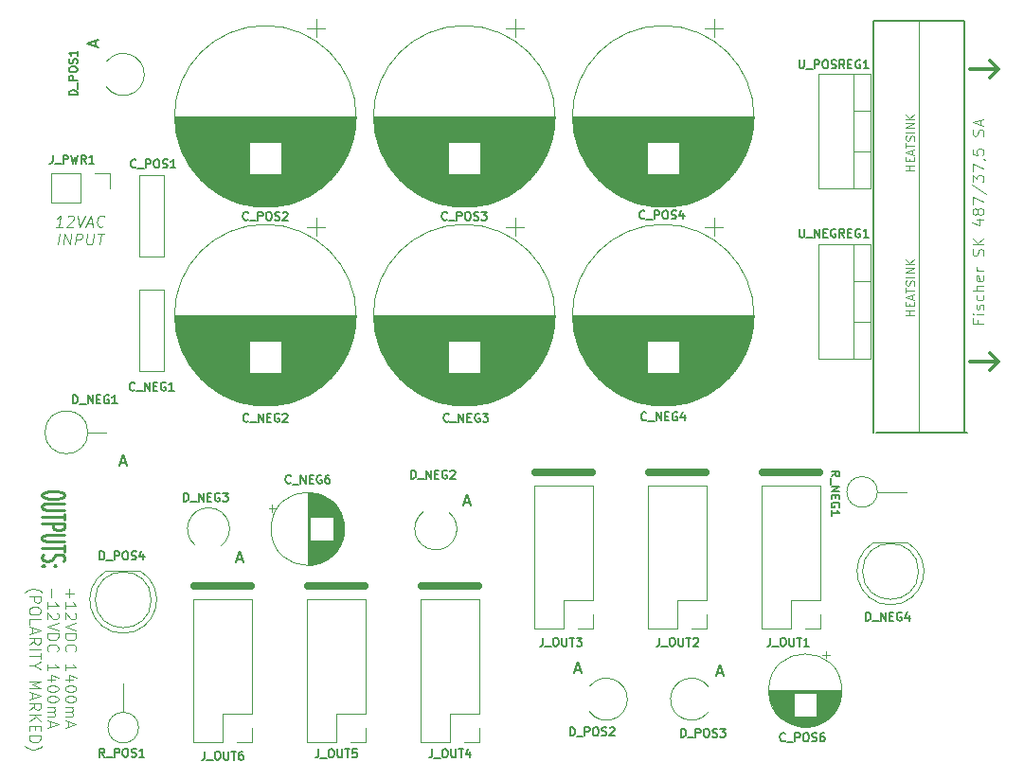
<source format=gbr>
G04 #@! TF.GenerationSoftware,KiCad,Pcbnew,(5.1.6-0-10_14)*
G04 #@! TF.CreationDate,2020-09-27T22:58:57+01:00*
G04 #@! TF.ProjectId,FixedPSU,46697865-6450-4535-952e-6b696361645f,rev?*
G04 #@! TF.SameCoordinates,Original*
G04 #@! TF.FileFunction,Legend,Top*
G04 #@! TF.FilePolarity,Positive*
%FSLAX46Y46*%
G04 Gerber Fmt 4.6, Leading zero omitted, Abs format (unit mm)*
G04 Created by KiCad (PCBNEW (5.1.6-0-10_14)) date 2020-09-27 22:58:57*
%MOMM*%
%LPD*%
G01*
G04 APERTURE LIST*
%ADD10C,0.250000*%
%ADD11C,0.100000*%
%ADD12C,0.300000*%
%ADD13C,0.200000*%
%ADD14C,0.700000*%
%ADD15C,0.120000*%
%ADD16C,0.150000*%
G04 APERTURE END LIST*
D10*
X81105238Y-95940952D02*
X81105238Y-96131428D01*
X81010000Y-96226666D01*
X80819523Y-96321904D01*
X80438571Y-96369523D01*
X79771904Y-96369523D01*
X79390952Y-96321904D01*
X79200476Y-96226666D01*
X79105238Y-96131428D01*
X79105238Y-95940952D01*
X79200476Y-95845714D01*
X79390952Y-95750476D01*
X79771904Y-95702857D01*
X80438571Y-95702857D01*
X80819523Y-95750476D01*
X81010000Y-95845714D01*
X81105238Y-95940952D01*
X81105238Y-96798095D02*
X79486190Y-96798095D01*
X79295714Y-96845714D01*
X79200476Y-96893333D01*
X79105238Y-96988571D01*
X79105238Y-97179047D01*
X79200476Y-97274285D01*
X79295714Y-97321904D01*
X79486190Y-97369523D01*
X81105238Y-97369523D01*
X81105238Y-97702857D02*
X81105238Y-98274285D01*
X79105238Y-97988571D02*
X81105238Y-97988571D01*
X79105238Y-98607619D02*
X81105238Y-98607619D01*
X81105238Y-98988571D01*
X81010000Y-99083809D01*
X80914761Y-99131428D01*
X80724285Y-99179047D01*
X80438571Y-99179047D01*
X80248095Y-99131428D01*
X80152857Y-99083809D01*
X80057619Y-98988571D01*
X80057619Y-98607619D01*
X81105238Y-99607619D02*
X79486190Y-99607619D01*
X79295714Y-99655238D01*
X79200476Y-99702857D01*
X79105238Y-99798095D01*
X79105238Y-99988571D01*
X79200476Y-100083809D01*
X79295714Y-100131428D01*
X79486190Y-100179047D01*
X81105238Y-100179047D01*
X81105238Y-100512380D02*
X81105238Y-101083809D01*
X79105238Y-100798095D02*
X81105238Y-100798095D01*
X79200476Y-101369523D02*
X79105238Y-101512380D01*
X79105238Y-101750476D01*
X79200476Y-101845714D01*
X79295714Y-101893333D01*
X79486190Y-101940952D01*
X79676666Y-101940952D01*
X79867142Y-101893333D01*
X79962380Y-101845714D01*
X80057619Y-101750476D01*
X80152857Y-101560000D01*
X80248095Y-101464761D01*
X80343333Y-101417142D01*
X80533809Y-101369523D01*
X80724285Y-101369523D01*
X80914761Y-101417142D01*
X81010000Y-101464761D01*
X81105238Y-101560000D01*
X81105238Y-101798095D01*
X81010000Y-101940952D01*
X79295714Y-102369523D02*
X79200476Y-102417142D01*
X79105238Y-102369523D01*
X79200476Y-102321904D01*
X79295714Y-102369523D01*
X79105238Y-102369523D01*
X80343333Y-102369523D02*
X80248095Y-102417142D01*
X80152857Y-102369523D01*
X80248095Y-102321904D01*
X80343333Y-102369523D01*
X80152857Y-102369523D01*
D11*
X81538571Y-104443095D02*
X81538571Y-105205000D01*
X81157619Y-104824047D02*
X81919523Y-104824047D01*
X81157619Y-106205000D02*
X81157619Y-105633571D01*
X81157619Y-105919285D02*
X82157619Y-105919285D01*
X82014761Y-105824047D01*
X81919523Y-105728809D01*
X81871904Y-105633571D01*
X82062380Y-106585952D02*
X82110000Y-106633571D01*
X82157619Y-106728809D01*
X82157619Y-106966904D01*
X82110000Y-107062142D01*
X82062380Y-107109761D01*
X81967142Y-107157380D01*
X81871904Y-107157380D01*
X81729047Y-107109761D01*
X81157619Y-106538333D01*
X81157619Y-107157380D01*
X82157619Y-107443095D02*
X81157619Y-107776428D01*
X82157619Y-108109761D01*
X81157619Y-108443095D02*
X82157619Y-108443095D01*
X82157619Y-108681190D01*
X82110000Y-108824047D01*
X82014761Y-108919285D01*
X81919523Y-108966904D01*
X81729047Y-109014523D01*
X81586190Y-109014523D01*
X81395714Y-108966904D01*
X81300476Y-108919285D01*
X81205238Y-108824047D01*
X81157619Y-108681190D01*
X81157619Y-108443095D01*
X81252857Y-110014523D02*
X81205238Y-109966904D01*
X81157619Y-109824047D01*
X81157619Y-109728809D01*
X81205238Y-109585952D01*
X81300476Y-109490714D01*
X81395714Y-109443095D01*
X81586190Y-109395476D01*
X81729047Y-109395476D01*
X81919523Y-109443095D01*
X82014761Y-109490714D01*
X82110000Y-109585952D01*
X82157619Y-109728809D01*
X82157619Y-109824047D01*
X82110000Y-109966904D01*
X82062380Y-110014523D01*
X81157619Y-111728809D02*
X81157619Y-111157380D01*
X81157619Y-111443095D02*
X82157619Y-111443095D01*
X82014761Y-111347857D01*
X81919523Y-111252619D01*
X81871904Y-111157380D01*
X81824285Y-112585952D02*
X81157619Y-112585952D01*
X82205238Y-112347857D02*
X81490952Y-112109761D01*
X81490952Y-112728809D01*
X82157619Y-113300238D02*
X82157619Y-113395476D01*
X82110000Y-113490714D01*
X82062380Y-113538333D01*
X81967142Y-113585952D01*
X81776666Y-113633571D01*
X81538571Y-113633571D01*
X81348095Y-113585952D01*
X81252857Y-113538333D01*
X81205238Y-113490714D01*
X81157619Y-113395476D01*
X81157619Y-113300238D01*
X81205238Y-113205000D01*
X81252857Y-113157380D01*
X81348095Y-113109761D01*
X81538571Y-113062142D01*
X81776666Y-113062142D01*
X81967142Y-113109761D01*
X82062380Y-113157380D01*
X82110000Y-113205000D01*
X82157619Y-113300238D01*
X82157619Y-114252619D02*
X82157619Y-114347857D01*
X82110000Y-114443095D01*
X82062380Y-114490714D01*
X81967142Y-114538333D01*
X81776666Y-114585952D01*
X81538571Y-114585952D01*
X81348095Y-114538333D01*
X81252857Y-114490714D01*
X81205238Y-114443095D01*
X81157619Y-114347857D01*
X81157619Y-114252619D01*
X81205238Y-114157380D01*
X81252857Y-114109761D01*
X81348095Y-114062142D01*
X81538571Y-114014523D01*
X81776666Y-114014523D01*
X81967142Y-114062142D01*
X82062380Y-114109761D01*
X82110000Y-114157380D01*
X82157619Y-114252619D01*
X81157619Y-115014523D02*
X81824285Y-115014523D01*
X81729047Y-115014523D02*
X81776666Y-115062142D01*
X81824285Y-115157380D01*
X81824285Y-115300238D01*
X81776666Y-115395476D01*
X81681428Y-115443095D01*
X81157619Y-115443095D01*
X81681428Y-115443095D02*
X81776666Y-115490714D01*
X81824285Y-115585952D01*
X81824285Y-115728809D01*
X81776666Y-115824047D01*
X81681428Y-115871666D01*
X81157619Y-115871666D01*
X81443333Y-116300238D02*
X81443333Y-116776428D01*
X81157619Y-116205000D02*
X82157619Y-116538333D01*
X81157619Y-116871666D01*
X79938571Y-104443095D02*
X79938571Y-105205000D01*
X79557619Y-106205000D02*
X79557619Y-105633571D01*
X79557619Y-105919285D02*
X80557619Y-105919285D01*
X80414761Y-105824047D01*
X80319523Y-105728809D01*
X80271904Y-105633571D01*
X80462380Y-106585952D02*
X80510000Y-106633571D01*
X80557619Y-106728809D01*
X80557619Y-106966904D01*
X80510000Y-107062142D01*
X80462380Y-107109761D01*
X80367142Y-107157380D01*
X80271904Y-107157380D01*
X80129047Y-107109761D01*
X79557619Y-106538333D01*
X79557619Y-107157380D01*
X80557619Y-107443095D02*
X79557619Y-107776428D01*
X80557619Y-108109761D01*
X79557619Y-108443095D02*
X80557619Y-108443095D01*
X80557619Y-108681190D01*
X80510000Y-108824047D01*
X80414761Y-108919285D01*
X80319523Y-108966904D01*
X80129047Y-109014523D01*
X79986190Y-109014523D01*
X79795714Y-108966904D01*
X79700476Y-108919285D01*
X79605238Y-108824047D01*
X79557619Y-108681190D01*
X79557619Y-108443095D01*
X79652857Y-110014523D02*
X79605238Y-109966904D01*
X79557619Y-109824047D01*
X79557619Y-109728809D01*
X79605238Y-109585952D01*
X79700476Y-109490714D01*
X79795714Y-109443095D01*
X79986190Y-109395476D01*
X80129047Y-109395476D01*
X80319523Y-109443095D01*
X80414761Y-109490714D01*
X80510000Y-109585952D01*
X80557619Y-109728809D01*
X80557619Y-109824047D01*
X80510000Y-109966904D01*
X80462380Y-110014523D01*
X79557619Y-111728809D02*
X79557619Y-111157380D01*
X79557619Y-111443095D02*
X80557619Y-111443095D01*
X80414761Y-111347857D01*
X80319523Y-111252619D01*
X80271904Y-111157380D01*
X80224285Y-112585952D02*
X79557619Y-112585952D01*
X80605238Y-112347857D02*
X79890952Y-112109761D01*
X79890952Y-112728809D01*
X80557619Y-113300238D02*
X80557619Y-113395476D01*
X80510000Y-113490714D01*
X80462380Y-113538333D01*
X80367142Y-113585952D01*
X80176666Y-113633571D01*
X79938571Y-113633571D01*
X79748095Y-113585952D01*
X79652857Y-113538333D01*
X79605238Y-113490714D01*
X79557619Y-113395476D01*
X79557619Y-113300238D01*
X79605238Y-113205000D01*
X79652857Y-113157380D01*
X79748095Y-113109761D01*
X79938571Y-113062142D01*
X80176666Y-113062142D01*
X80367142Y-113109761D01*
X80462380Y-113157380D01*
X80510000Y-113205000D01*
X80557619Y-113300238D01*
X80557619Y-114252619D02*
X80557619Y-114347857D01*
X80510000Y-114443095D01*
X80462380Y-114490714D01*
X80367142Y-114538333D01*
X80176666Y-114585952D01*
X79938571Y-114585952D01*
X79748095Y-114538333D01*
X79652857Y-114490714D01*
X79605238Y-114443095D01*
X79557619Y-114347857D01*
X79557619Y-114252619D01*
X79605238Y-114157380D01*
X79652857Y-114109761D01*
X79748095Y-114062142D01*
X79938571Y-114014523D01*
X80176666Y-114014523D01*
X80367142Y-114062142D01*
X80462380Y-114109761D01*
X80510000Y-114157380D01*
X80557619Y-114252619D01*
X79557619Y-115014523D02*
X80224285Y-115014523D01*
X80129047Y-115014523D02*
X80176666Y-115062142D01*
X80224285Y-115157380D01*
X80224285Y-115300238D01*
X80176666Y-115395476D01*
X80081428Y-115443095D01*
X79557619Y-115443095D01*
X80081428Y-115443095D02*
X80176666Y-115490714D01*
X80224285Y-115585952D01*
X80224285Y-115728809D01*
X80176666Y-115824047D01*
X80081428Y-115871666D01*
X79557619Y-115871666D01*
X79843333Y-116300238D02*
X79843333Y-116776428D01*
X79557619Y-116205000D02*
X80557619Y-116538333D01*
X79557619Y-116871666D01*
X77576666Y-104728809D02*
X77624285Y-104681190D01*
X77767142Y-104585952D01*
X77862380Y-104538333D01*
X78005238Y-104490714D01*
X78243333Y-104443095D01*
X78433809Y-104443095D01*
X78671904Y-104490714D01*
X78814761Y-104538333D01*
X78910000Y-104585952D01*
X79052857Y-104681190D01*
X79100476Y-104728809D01*
X77957619Y-105109761D02*
X78957619Y-105109761D01*
X78957619Y-105490714D01*
X78910000Y-105585952D01*
X78862380Y-105633571D01*
X78767142Y-105681190D01*
X78624285Y-105681190D01*
X78529047Y-105633571D01*
X78481428Y-105585952D01*
X78433809Y-105490714D01*
X78433809Y-105109761D01*
X78957619Y-106300238D02*
X78957619Y-106490714D01*
X78910000Y-106585952D01*
X78814761Y-106681190D01*
X78624285Y-106728809D01*
X78290952Y-106728809D01*
X78100476Y-106681190D01*
X78005238Y-106585952D01*
X77957619Y-106490714D01*
X77957619Y-106300238D01*
X78005238Y-106205000D01*
X78100476Y-106109761D01*
X78290952Y-106062142D01*
X78624285Y-106062142D01*
X78814761Y-106109761D01*
X78910000Y-106205000D01*
X78957619Y-106300238D01*
X77957619Y-107633571D02*
X77957619Y-107157380D01*
X78957619Y-107157380D01*
X78243333Y-107919285D02*
X78243333Y-108395476D01*
X77957619Y-107824047D02*
X78957619Y-108157380D01*
X77957619Y-108490714D01*
X77957619Y-109395476D02*
X78433809Y-109062142D01*
X77957619Y-108824047D02*
X78957619Y-108824047D01*
X78957619Y-109205000D01*
X78910000Y-109300238D01*
X78862380Y-109347857D01*
X78767142Y-109395476D01*
X78624285Y-109395476D01*
X78529047Y-109347857D01*
X78481428Y-109300238D01*
X78433809Y-109205000D01*
X78433809Y-108824047D01*
X77957619Y-109824047D02*
X78957619Y-109824047D01*
X78957619Y-110157380D02*
X78957619Y-110728809D01*
X77957619Y-110443095D02*
X78957619Y-110443095D01*
X78433809Y-111252619D02*
X77957619Y-111252619D01*
X78957619Y-110919285D02*
X78433809Y-111252619D01*
X78957619Y-111585952D01*
X77957619Y-112681190D02*
X78957619Y-112681190D01*
X78243333Y-113014523D01*
X78957619Y-113347857D01*
X77957619Y-113347857D01*
X78243333Y-113776428D02*
X78243333Y-114252619D01*
X77957619Y-113681190D02*
X78957619Y-114014523D01*
X77957619Y-114347857D01*
X77957619Y-115252619D02*
X78433809Y-114919285D01*
X77957619Y-114681190D02*
X78957619Y-114681190D01*
X78957619Y-115062142D01*
X78910000Y-115157380D01*
X78862380Y-115205000D01*
X78767142Y-115252619D01*
X78624285Y-115252619D01*
X78529047Y-115205000D01*
X78481428Y-115157380D01*
X78433809Y-115062142D01*
X78433809Y-114681190D01*
X77957619Y-115681190D02*
X78957619Y-115681190D01*
X77957619Y-116252619D02*
X78529047Y-115824047D01*
X78957619Y-116252619D02*
X78386190Y-115681190D01*
X78481428Y-116681190D02*
X78481428Y-117014523D01*
X77957619Y-117157380D02*
X77957619Y-116681190D01*
X78957619Y-116681190D01*
X78957619Y-117157380D01*
X77957619Y-117585952D02*
X78957619Y-117585952D01*
X78957619Y-117824047D01*
X78910000Y-117966904D01*
X78814761Y-118062142D01*
X78719523Y-118109761D01*
X78529047Y-118157380D01*
X78386190Y-118157380D01*
X78195714Y-118109761D01*
X78100476Y-118062142D01*
X78005238Y-117966904D01*
X77957619Y-117824047D01*
X77957619Y-117585952D01*
X77576666Y-118490714D02*
X77624285Y-118538333D01*
X77767142Y-118633571D01*
X77862380Y-118681190D01*
X78005238Y-118728809D01*
X78243333Y-118776428D01*
X78433809Y-118776428D01*
X78671904Y-118728809D01*
X78814761Y-118681190D01*
X78910000Y-118633571D01*
X79052857Y-118538333D01*
X79100476Y-118490714D01*
D12*
X164592000Y-84074000D02*
X163830000Y-84836000D01*
X164592000Y-84074000D02*
X163830000Y-83312000D01*
X162052000Y-84074000D02*
X164592000Y-84074000D01*
X164592000Y-57912000D02*
X163830000Y-57150000D01*
X164592000Y-57912000D02*
X163830000Y-58674000D01*
X162052000Y-57912000D02*
X164592000Y-57912000D01*
D13*
X161544000Y-53594000D02*
X161544000Y-90424000D01*
X153416000Y-53594000D02*
X153416000Y-90424000D01*
X161544000Y-53594000D02*
X153416000Y-53594000D01*
X161798000Y-90424000D02*
X153670000Y-90424000D01*
D11*
X80906458Y-72042380D02*
X80335029Y-72042380D01*
X80620744Y-72042380D02*
X80745744Y-71042380D01*
X80632648Y-71185238D01*
X80525505Y-71280476D01*
X80424315Y-71328095D01*
X81400505Y-71137619D02*
X81454077Y-71090000D01*
X81555267Y-71042380D01*
X81793363Y-71042380D01*
X81882648Y-71090000D01*
X81924315Y-71137619D01*
X81960029Y-71232857D01*
X81948125Y-71328095D01*
X81882648Y-71470952D01*
X81239791Y-72042380D01*
X81858839Y-72042380D01*
X82269553Y-71042380D02*
X82477886Y-72042380D01*
X82936220Y-71042380D01*
X83132648Y-71756666D02*
X83608839Y-71756666D01*
X83001696Y-72042380D02*
X83460029Y-71042380D01*
X83668363Y-72042380D01*
X84585029Y-71947142D02*
X84531458Y-71994761D01*
X84382648Y-72042380D01*
X84287410Y-72042380D01*
X84150505Y-71994761D01*
X84067172Y-71899523D01*
X84031458Y-71804285D01*
X84007648Y-71613809D01*
X84025505Y-71470952D01*
X84096934Y-71280476D01*
X84156458Y-71185238D01*
X84263601Y-71090000D01*
X84412410Y-71042380D01*
X84507648Y-71042380D01*
X84644553Y-71090000D01*
X84686220Y-71137619D01*
X80525505Y-73642380D02*
X80650505Y-72642380D01*
X81001696Y-73642380D02*
X81126696Y-72642380D01*
X81573125Y-73642380D01*
X81698125Y-72642380D01*
X82049315Y-73642380D02*
X82174315Y-72642380D01*
X82555267Y-72642380D01*
X82644553Y-72690000D01*
X82686220Y-72737619D01*
X82721934Y-72832857D01*
X82704077Y-72975714D01*
X82644553Y-73070952D01*
X82590982Y-73118571D01*
X82489791Y-73166190D01*
X82108839Y-73166190D01*
X83174315Y-72642380D02*
X83073125Y-73451904D01*
X83108839Y-73547142D01*
X83150505Y-73594761D01*
X83239791Y-73642380D01*
X83430267Y-73642380D01*
X83531458Y-73594761D01*
X83585029Y-73547142D01*
X83644553Y-73451904D01*
X83745744Y-72642380D01*
X84079077Y-72642380D02*
X84650505Y-72642380D01*
X84239791Y-73642380D02*
X84364791Y-72642380D01*
X162742571Y-80389904D02*
X162742571Y-80723238D01*
X163266380Y-80723238D02*
X162266380Y-80723238D01*
X162266380Y-80247047D01*
X163266380Y-79866095D02*
X162599714Y-79866095D01*
X162266380Y-79866095D02*
X162314000Y-79913714D01*
X162361619Y-79866095D01*
X162314000Y-79818476D01*
X162266380Y-79866095D01*
X162361619Y-79866095D01*
X163218761Y-79437523D02*
X163266380Y-79342285D01*
X163266380Y-79151809D01*
X163218761Y-79056571D01*
X163123523Y-79008952D01*
X163075904Y-79008952D01*
X162980666Y-79056571D01*
X162933047Y-79151809D01*
X162933047Y-79294666D01*
X162885428Y-79389904D01*
X162790190Y-79437523D01*
X162742571Y-79437523D01*
X162647333Y-79389904D01*
X162599714Y-79294666D01*
X162599714Y-79151809D01*
X162647333Y-79056571D01*
X163218761Y-78151809D02*
X163266380Y-78247047D01*
X163266380Y-78437523D01*
X163218761Y-78532761D01*
X163171142Y-78580380D01*
X163075904Y-78628000D01*
X162790190Y-78628000D01*
X162694952Y-78580380D01*
X162647333Y-78532761D01*
X162599714Y-78437523D01*
X162599714Y-78247047D01*
X162647333Y-78151809D01*
X163266380Y-77723238D02*
X162266380Y-77723238D01*
X163266380Y-77294666D02*
X162742571Y-77294666D01*
X162647333Y-77342285D01*
X162599714Y-77437523D01*
X162599714Y-77580380D01*
X162647333Y-77675619D01*
X162694952Y-77723238D01*
X163218761Y-76437523D02*
X163266380Y-76532761D01*
X163266380Y-76723238D01*
X163218761Y-76818476D01*
X163123523Y-76866095D01*
X162742571Y-76866095D01*
X162647333Y-76818476D01*
X162599714Y-76723238D01*
X162599714Y-76532761D01*
X162647333Y-76437523D01*
X162742571Y-76389904D01*
X162837809Y-76389904D01*
X162933047Y-76866095D01*
X163266380Y-75961333D02*
X162599714Y-75961333D01*
X162790190Y-75961333D02*
X162694952Y-75913714D01*
X162647333Y-75866095D01*
X162599714Y-75770857D01*
X162599714Y-75675619D01*
X163218761Y-74628000D02*
X163266380Y-74485142D01*
X163266380Y-74247047D01*
X163218761Y-74151809D01*
X163171142Y-74104190D01*
X163075904Y-74056571D01*
X162980666Y-74056571D01*
X162885428Y-74104190D01*
X162837809Y-74151809D01*
X162790190Y-74247047D01*
X162742571Y-74437523D01*
X162694952Y-74532761D01*
X162647333Y-74580380D01*
X162552095Y-74628000D01*
X162456857Y-74628000D01*
X162361619Y-74580380D01*
X162314000Y-74532761D01*
X162266380Y-74437523D01*
X162266380Y-74199428D01*
X162314000Y-74056571D01*
X163266380Y-73628000D02*
X162266380Y-73628000D01*
X163266380Y-73056571D02*
X162694952Y-73485142D01*
X162266380Y-73056571D02*
X162837809Y-73628000D01*
X162599714Y-71437523D02*
X163266380Y-71437523D01*
X162218761Y-71675619D02*
X162933047Y-71913714D01*
X162933047Y-71294666D01*
X162694952Y-70770857D02*
X162647333Y-70866095D01*
X162599714Y-70913714D01*
X162504476Y-70961333D01*
X162456857Y-70961333D01*
X162361619Y-70913714D01*
X162314000Y-70866095D01*
X162266380Y-70770857D01*
X162266380Y-70580380D01*
X162314000Y-70485142D01*
X162361619Y-70437523D01*
X162456857Y-70389904D01*
X162504476Y-70389904D01*
X162599714Y-70437523D01*
X162647333Y-70485142D01*
X162694952Y-70580380D01*
X162694952Y-70770857D01*
X162742571Y-70866095D01*
X162790190Y-70913714D01*
X162885428Y-70961333D01*
X163075904Y-70961333D01*
X163171142Y-70913714D01*
X163218761Y-70866095D01*
X163266380Y-70770857D01*
X163266380Y-70580380D01*
X163218761Y-70485142D01*
X163171142Y-70437523D01*
X163075904Y-70389904D01*
X162885428Y-70389904D01*
X162790190Y-70437523D01*
X162742571Y-70485142D01*
X162694952Y-70580380D01*
X162266380Y-70056571D02*
X162266380Y-69389904D01*
X163266380Y-69818476D01*
X162218761Y-68294666D02*
X163504476Y-69151809D01*
X162266380Y-68056571D02*
X162266380Y-67437523D01*
X162647333Y-67770857D01*
X162647333Y-67628000D01*
X162694952Y-67532761D01*
X162742571Y-67485142D01*
X162837809Y-67437523D01*
X163075904Y-67437523D01*
X163171142Y-67485142D01*
X163218761Y-67532761D01*
X163266380Y-67628000D01*
X163266380Y-67913714D01*
X163218761Y-68008952D01*
X163171142Y-68056571D01*
X162266380Y-67104190D02*
X162266380Y-66437523D01*
X163266380Y-66866095D01*
X163218761Y-66008952D02*
X163266380Y-66008952D01*
X163361619Y-66056571D01*
X163409238Y-66104190D01*
X162266380Y-65104190D02*
X162266380Y-65580380D01*
X162742571Y-65628000D01*
X162694952Y-65580380D01*
X162647333Y-65485142D01*
X162647333Y-65247047D01*
X162694952Y-65151809D01*
X162742571Y-65104190D01*
X162837809Y-65056571D01*
X163075904Y-65056571D01*
X163171142Y-65104190D01*
X163218761Y-65151809D01*
X163266380Y-65247047D01*
X163266380Y-65485142D01*
X163218761Y-65580380D01*
X163171142Y-65628000D01*
X163218761Y-63913714D02*
X163266380Y-63770857D01*
X163266380Y-63532761D01*
X163218761Y-63437523D01*
X163171142Y-63389904D01*
X163075904Y-63342285D01*
X162980666Y-63342285D01*
X162885428Y-63389904D01*
X162837809Y-63437523D01*
X162790190Y-63532761D01*
X162742571Y-63723238D01*
X162694952Y-63818476D01*
X162647333Y-63866095D01*
X162552095Y-63913714D01*
X162456857Y-63913714D01*
X162361619Y-63866095D01*
X162314000Y-63818476D01*
X162266380Y-63723238D01*
X162266380Y-63485142D01*
X162314000Y-63342285D01*
X162980666Y-62961333D02*
X162980666Y-62485142D01*
X163266380Y-63056571D02*
X162266380Y-62723238D01*
X163266380Y-62389904D01*
D14*
X97790000Y-104140000D02*
X92710000Y-104140000D01*
X107950000Y-104140000D02*
X102870000Y-104140000D01*
X118110000Y-104140000D02*
X113030000Y-104140000D01*
X128270000Y-93980000D02*
X123190000Y-93980000D01*
X138430000Y-93980000D02*
X133350000Y-93980000D01*
X148590000Y-93980000D02*
X143510000Y-93980000D01*
D11*
X157057285Y-79934285D02*
X156307285Y-79934285D01*
X156664428Y-79934285D02*
X156664428Y-79505714D01*
X157057285Y-79505714D02*
X156307285Y-79505714D01*
X156664428Y-79148571D02*
X156664428Y-78898571D01*
X157057285Y-78791428D02*
X157057285Y-79148571D01*
X156307285Y-79148571D01*
X156307285Y-78791428D01*
X156843000Y-78505714D02*
X156843000Y-78148571D01*
X157057285Y-78577142D02*
X156307285Y-78327142D01*
X157057285Y-78077142D01*
X156307285Y-77934285D02*
X156307285Y-77505714D01*
X157057285Y-77720000D02*
X156307285Y-77720000D01*
X157021571Y-77291428D02*
X157057285Y-77184285D01*
X157057285Y-77005714D01*
X157021571Y-76934285D01*
X156985857Y-76898571D01*
X156914428Y-76862857D01*
X156843000Y-76862857D01*
X156771571Y-76898571D01*
X156735857Y-76934285D01*
X156700142Y-77005714D01*
X156664428Y-77148571D01*
X156628714Y-77220000D01*
X156593000Y-77255714D01*
X156521571Y-77291428D01*
X156450142Y-77291428D01*
X156378714Y-77255714D01*
X156343000Y-77220000D01*
X156307285Y-77148571D01*
X156307285Y-76970000D01*
X156343000Y-76862857D01*
X157057285Y-76541428D02*
X156307285Y-76541428D01*
X157057285Y-76184285D02*
X156307285Y-76184285D01*
X157057285Y-75755714D01*
X156307285Y-75755714D01*
X157057285Y-75398571D02*
X156307285Y-75398571D01*
X157057285Y-74970000D02*
X156628714Y-75291428D01*
X156307285Y-74970000D02*
X156735857Y-75398571D01*
X157057285Y-66980285D02*
X156307285Y-66980285D01*
X156664428Y-66980285D02*
X156664428Y-66551714D01*
X157057285Y-66551714D02*
X156307285Y-66551714D01*
X156664428Y-66194571D02*
X156664428Y-65944571D01*
X157057285Y-65837428D02*
X157057285Y-66194571D01*
X156307285Y-66194571D01*
X156307285Y-65837428D01*
X156843000Y-65551714D02*
X156843000Y-65194571D01*
X157057285Y-65623142D02*
X156307285Y-65373142D01*
X157057285Y-65123142D01*
X156307285Y-64980285D02*
X156307285Y-64551714D01*
X157057285Y-64766000D02*
X156307285Y-64766000D01*
X157021571Y-64337428D02*
X157057285Y-64230285D01*
X157057285Y-64051714D01*
X157021571Y-63980285D01*
X156985857Y-63944571D01*
X156914428Y-63908857D01*
X156843000Y-63908857D01*
X156771571Y-63944571D01*
X156735857Y-63980285D01*
X156700142Y-64051714D01*
X156664428Y-64194571D01*
X156628714Y-64266000D01*
X156593000Y-64301714D01*
X156521571Y-64337428D01*
X156450142Y-64337428D01*
X156378714Y-64301714D01*
X156343000Y-64266000D01*
X156307285Y-64194571D01*
X156307285Y-64016000D01*
X156343000Y-63908857D01*
X157057285Y-63587428D02*
X156307285Y-63587428D01*
X157057285Y-63230285D02*
X156307285Y-63230285D01*
X157057285Y-62801714D01*
X156307285Y-62801714D01*
X157057285Y-62444571D02*
X156307285Y-62444571D01*
X157057285Y-62016000D02*
X156628714Y-62337428D01*
X156307285Y-62016000D02*
X156735857Y-62444571D01*
X157480000Y-53594000D02*
X157480000Y-90424000D01*
D15*
X107180000Y-79950000D02*
G75*
G03*
X107180000Y-79950000I-8120000J0D01*
G01*
X107141000Y-79950000D02*
X90979000Y-79950000D01*
X107140000Y-79990000D02*
X90980000Y-79990000D01*
X107140000Y-80030000D02*
X90980000Y-80030000D01*
X107140000Y-80070000D02*
X90980000Y-80070000D01*
X107139000Y-80110000D02*
X90981000Y-80110000D01*
X107138000Y-80150000D02*
X90982000Y-80150000D01*
X107137000Y-80190000D02*
X90983000Y-80190000D01*
X107136000Y-80230000D02*
X90984000Y-80230000D01*
X107134000Y-80270000D02*
X90986000Y-80270000D01*
X107133000Y-80310000D02*
X90987000Y-80310000D01*
X107131000Y-80350000D02*
X90989000Y-80350000D01*
X107129000Y-80390000D02*
X90991000Y-80390000D01*
X107126000Y-80430000D02*
X90994000Y-80430000D01*
X107124000Y-80470000D02*
X90996000Y-80470000D01*
X107121000Y-80510000D02*
X90999000Y-80510000D01*
X107118000Y-80550000D02*
X91002000Y-80550000D01*
X107115000Y-80590000D02*
X91005000Y-80590000D01*
X107112000Y-80630000D02*
X91008000Y-80630000D01*
X107109000Y-80671000D02*
X91011000Y-80671000D01*
X107105000Y-80711000D02*
X91015000Y-80711000D01*
X107101000Y-80751000D02*
X91019000Y-80751000D01*
X107097000Y-80791000D02*
X91023000Y-80791000D01*
X107093000Y-80831000D02*
X91027000Y-80831000D01*
X107088000Y-80871000D02*
X91032000Y-80871000D01*
X107084000Y-80911000D02*
X91036000Y-80911000D01*
X107079000Y-80951000D02*
X91041000Y-80951000D01*
X107074000Y-80991000D02*
X91046000Y-80991000D01*
X107068000Y-81031000D02*
X91052000Y-81031000D01*
X107063000Y-81071000D02*
X91057000Y-81071000D01*
X107057000Y-81111000D02*
X91063000Y-81111000D01*
X107051000Y-81151000D02*
X91069000Y-81151000D01*
X107045000Y-81191000D02*
X91075000Y-81191000D01*
X107039000Y-81231000D02*
X91081000Y-81231000D01*
X107032000Y-81271000D02*
X91088000Y-81271000D01*
X107026000Y-81311000D02*
X91094000Y-81311000D01*
X107019000Y-81351000D02*
X91101000Y-81351000D01*
X107012000Y-81391000D02*
X91108000Y-81391000D01*
X107004000Y-81431000D02*
X91116000Y-81431000D01*
X106997000Y-81471000D02*
X91123000Y-81471000D01*
X106989000Y-81511000D02*
X91131000Y-81511000D01*
X106981000Y-81551000D02*
X91139000Y-81551000D01*
X106973000Y-81591000D02*
X91147000Y-81591000D01*
X106965000Y-81631000D02*
X91155000Y-81631000D01*
X106956000Y-81671000D02*
X91164000Y-81671000D01*
X106947000Y-81711000D02*
X91173000Y-81711000D01*
X106938000Y-81751000D02*
X91182000Y-81751000D01*
X106929000Y-81791000D02*
X91191000Y-81791000D01*
X106920000Y-81831000D02*
X91200000Y-81831000D01*
X106910000Y-81871000D02*
X91210000Y-81871000D01*
X106900000Y-81911000D02*
X91220000Y-81911000D01*
X106890000Y-81951000D02*
X91230000Y-81951000D01*
X106880000Y-81991000D02*
X91240000Y-81991000D01*
X106870000Y-82031000D02*
X91250000Y-82031000D01*
X106859000Y-82071000D02*
X91261000Y-82071000D01*
X106848000Y-82111000D02*
X91272000Y-82111000D01*
X106837000Y-82151000D02*
X91283000Y-82151000D01*
X106825000Y-82191000D02*
X91295000Y-82191000D01*
X106814000Y-82231000D02*
X91306000Y-82231000D01*
X106802000Y-82271000D02*
X100500000Y-82271000D01*
X97620000Y-82271000D02*
X91318000Y-82271000D01*
X106790000Y-82311000D02*
X100500000Y-82311000D01*
X97620000Y-82311000D02*
X91330000Y-82311000D01*
X106778000Y-82351000D02*
X100500000Y-82351000D01*
X97620000Y-82351000D02*
X91342000Y-82351000D01*
X106765000Y-82391000D02*
X100500000Y-82391000D01*
X97620000Y-82391000D02*
X91355000Y-82391000D01*
X106753000Y-82431000D02*
X100500000Y-82431000D01*
X97620000Y-82431000D02*
X91367000Y-82431000D01*
X106740000Y-82471000D02*
X100500000Y-82471000D01*
X97620000Y-82471000D02*
X91380000Y-82471000D01*
X106726000Y-82511000D02*
X100500000Y-82511000D01*
X97620000Y-82511000D02*
X91394000Y-82511000D01*
X106713000Y-82551000D02*
X100500000Y-82551000D01*
X97620000Y-82551000D02*
X91407000Y-82551000D01*
X106699000Y-82591000D02*
X100500000Y-82591000D01*
X97620000Y-82591000D02*
X91421000Y-82591000D01*
X106685000Y-82631000D02*
X100500000Y-82631000D01*
X97620000Y-82631000D02*
X91435000Y-82631000D01*
X106671000Y-82671000D02*
X100500000Y-82671000D01*
X97620000Y-82671000D02*
X91449000Y-82671000D01*
X106657000Y-82711000D02*
X100500000Y-82711000D01*
X97620000Y-82711000D02*
X91463000Y-82711000D01*
X106642000Y-82751000D02*
X100500000Y-82751000D01*
X97620000Y-82751000D02*
X91478000Y-82751000D01*
X106628000Y-82791000D02*
X100500000Y-82791000D01*
X97620000Y-82791000D02*
X91492000Y-82791000D01*
X106613000Y-82831000D02*
X100500000Y-82831000D01*
X97620000Y-82831000D02*
X91507000Y-82831000D01*
X106597000Y-82871000D02*
X100500000Y-82871000D01*
X97620000Y-82871000D02*
X91523000Y-82871000D01*
X106582000Y-82911000D02*
X100500000Y-82911000D01*
X97620000Y-82911000D02*
X91538000Y-82911000D01*
X106566000Y-82951000D02*
X100500000Y-82951000D01*
X97620000Y-82951000D02*
X91554000Y-82951000D01*
X106550000Y-82991000D02*
X100500000Y-82991000D01*
X97620000Y-82991000D02*
X91570000Y-82991000D01*
X106534000Y-83031000D02*
X100500000Y-83031000D01*
X97620000Y-83031000D02*
X91586000Y-83031000D01*
X106517000Y-83071000D02*
X100500000Y-83071000D01*
X97620000Y-83071000D02*
X91603000Y-83071000D01*
X106500000Y-83111000D02*
X100500000Y-83111000D01*
X97620000Y-83111000D02*
X91620000Y-83111000D01*
X106483000Y-83151000D02*
X100500000Y-83151000D01*
X97620000Y-83151000D02*
X91637000Y-83151000D01*
X106466000Y-83191000D02*
X100500000Y-83191000D01*
X97620000Y-83191000D02*
X91654000Y-83191000D01*
X106449000Y-83231000D02*
X100500000Y-83231000D01*
X97620000Y-83231000D02*
X91671000Y-83231000D01*
X106431000Y-83271000D02*
X100500000Y-83271000D01*
X97620000Y-83271000D02*
X91689000Y-83271000D01*
X106413000Y-83311000D02*
X100500000Y-83311000D01*
X97620000Y-83311000D02*
X91707000Y-83311000D01*
X106394000Y-83351000D02*
X100500000Y-83351000D01*
X97620000Y-83351000D02*
X91726000Y-83351000D01*
X106376000Y-83391000D02*
X100500000Y-83391000D01*
X97620000Y-83391000D02*
X91744000Y-83391000D01*
X106357000Y-83431000D02*
X100500000Y-83431000D01*
X97620000Y-83431000D02*
X91763000Y-83431000D01*
X106338000Y-83471000D02*
X100500000Y-83471000D01*
X97620000Y-83471000D02*
X91782000Y-83471000D01*
X106318000Y-83511000D02*
X100500000Y-83511000D01*
X97620000Y-83511000D02*
X91802000Y-83511000D01*
X106299000Y-83551000D02*
X100500000Y-83551000D01*
X97620000Y-83551000D02*
X91821000Y-83551000D01*
X106279000Y-83591000D02*
X100500000Y-83591000D01*
X97620000Y-83591000D02*
X91841000Y-83591000D01*
X106259000Y-83631000D02*
X100500000Y-83631000D01*
X97620000Y-83631000D02*
X91861000Y-83631000D01*
X106238000Y-83671000D02*
X100500000Y-83671000D01*
X97620000Y-83671000D02*
X91882000Y-83671000D01*
X106217000Y-83711000D02*
X100500000Y-83711000D01*
X97620000Y-83711000D02*
X91903000Y-83711000D01*
X106196000Y-83751000D02*
X100500000Y-83751000D01*
X97620000Y-83751000D02*
X91924000Y-83751000D01*
X106175000Y-83791000D02*
X100500000Y-83791000D01*
X97620000Y-83791000D02*
X91945000Y-83791000D01*
X106154000Y-83831000D02*
X100500000Y-83831000D01*
X97620000Y-83831000D02*
X91966000Y-83831000D01*
X106132000Y-83871000D02*
X100500000Y-83871000D01*
X97620000Y-83871000D02*
X91988000Y-83871000D01*
X106109000Y-83911000D02*
X100500000Y-83911000D01*
X97620000Y-83911000D02*
X92011000Y-83911000D01*
X106087000Y-83951000D02*
X100500000Y-83951000D01*
X97620000Y-83951000D02*
X92033000Y-83951000D01*
X106064000Y-83991000D02*
X100500000Y-83991000D01*
X97620000Y-83991000D02*
X92056000Y-83991000D01*
X106041000Y-84031000D02*
X100500000Y-84031000D01*
X97620000Y-84031000D02*
X92079000Y-84031000D01*
X106018000Y-84071000D02*
X100500000Y-84071000D01*
X97620000Y-84071000D02*
X92102000Y-84071000D01*
X105994000Y-84111000D02*
X100500000Y-84111000D01*
X97620000Y-84111000D02*
X92126000Y-84111000D01*
X105970000Y-84151000D02*
X100500000Y-84151000D01*
X97620000Y-84151000D02*
X92150000Y-84151000D01*
X105946000Y-84191000D02*
X100500000Y-84191000D01*
X97620000Y-84191000D02*
X92174000Y-84191000D01*
X105921000Y-84231000D02*
X100500000Y-84231000D01*
X97620000Y-84231000D02*
X92199000Y-84231000D01*
X105896000Y-84271000D02*
X100500000Y-84271000D01*
X97620000Y-84271000D02*
X92224000Y-84271000D01*
X105871000Y-84311000D02*
X100500000Y-84311000D01*
X97620000Y-84311000D02*
X92249000Y-84311000D01*
X105845000Y-84351000D02*
X100500000Y-84351000D01*
X97620000Y-84351000D02*
X92275000Y-84351000D01*
X105819000Y-84391000D02*
X100500000Y-84391000D01*
X97620000Y-84391000D02*
X92301000Y-84391000D01*
X105793000Y-84431000D02*
X100500000Y-84431000D01*
X97620000Y-84431000D02*
X92327000Y-84431000D01*
X105766000Y-84471000D02*
X100500000Y-84471000D01*
X97620000Y-84471000D02*
X92354000Y-84471000D01*
X105739000Y-84511000D02*
X100500000Y-84511000D01*
X97620000Y-84511000D02*
X92381000Y-84511000D01*
X105712000Y-84551000D02*
X100500000Y-84551000D01*
X97620000Y-84551000D02*
X92408000Y-84551000D01*
X105684000Y-84591000D02*
X100500000Y-84591000D01*
X97620000Y-84591000D02*
X92436000Y-84591000D01*
X105656000Y-84631000D02*
X100500000Y-84631000D01*
X97620000Y-84631000D02*
X92464000Y-84631000D01*
X105628000Y-84671000D02*
X100500000Y-84671000D01*
X97620000Y-84671000D02*
X92492000Y-84671000D01*
X105599000Y-84711000D02*
X100500000Y-84711000D01*
X97620000Y-84711000D02*
X92521000Y-84711000D01*
X105570000Y-84751000D02*
X100500000Y-84751000D01*
X97620000Y-84751000D02*
X92550000Y-84751000D01*
X105540000Y-84791000D02*
X100500000Y-84791000D01*
X97620000Y-84791000D02*
X92580000Y-84791000D01*
X105510000Y-84831000D02*
X100500000Y-84831000D01*
X97620000Y-84831000D02*
X92610000Y-84831000D01*
X105480000Y-84871000D02*
X100500000Y-84871000D01*
X97620000Y-84871000D02*
X92640000Y-84871000D01*
X105450000Y-84911000D02*
X100500000Y-84911000D01*
X97620000Y-84911000D02*
X92670000Y-84911000D01*
X105418000Y-84951000D02*
X100500000Y-84951000D01*
X97620000Y-84951000D02*
X92702000Y-84951000D01*
X105387000Y-84991000D02*
X100500000Y-84991000D01*
X97620000Y-84991000D02*
X92733000Y-84991000D01*
X105355000Y-85031000D02*
X100500000Y-85031000D01*
X97620000Y-85031000D02*
X92765000Y-85031000D01*
X105323000Y-85071000D02*
X100500000Y-85071000D01*
X97620000Y-85071000D02*
X92797000Y-85071000D01*
X105290000Y-85111000D02*
X100500000Y-85111000D01*
X97620000Y-85111000D02*
X92830000Y-85111000D01*
X105257000Y-85151000D02*
X92863000Y-85151000D01*
X105223000Y-85191000D02*
X92897000Y-85191000D01*
X105189000Y-85231000D02*
X92931000Y-85231000D01*
X105155000Y-85271000D02*
X92965000Y-85271000D01*
X105120000Y-85311000D02*
X93000000Y-85311000D01*
X105085000Y-85351000D02*
X93035000Y-85351000D01*
X105049000Y-85391000D02*
X93071000Y-85391000D01*
X105012000Y-85431000D02*
X93108000Y-85431000D01*
X104976000Y-85471000D02*
X93144000Y-85471000D01*
X104938000Y-85511000D02*
X93182000Y-85511000D01*
X104900000Y-85551000D02*
X93220000Y-85551000D01*
X104862000Y-85591000D02*
X93258000Y-85591000D01*
X104823000Y-85631000D02*
X93297000Y-85631000D01*
X104784000Y-85671000D02*
X93336000Y-85671000D01*
X104744000Y-85711000D02*
X93376000Y-85711000D01*
X104703000Y-85751000D02*
X93417000Y-85751000D01*
X104662000Y-85791000D02*
X93458000Y-85791000D01*
X104620000Y-85831000D02*
X93500000Y-85831000D01*
X104578000Y-85871000D02*
X93542000Y-85871000D01*
X104535000Y-85911000D02*
X93585000Y-85911000D01*
X104492000Y-85951000D02*
X93628000Y-85951000D01*
X104448000Y-85991000D02*
X93672000Y-85991000D01*
X104403000Y-86031000D02*
X93717000Y-86031000D01*
X104357000Y-86071000D02*
X93763000Y-86071000D01*
X104311000Y-86111000D02*
X93809000Y-86111000D01*
X104264000Y-86151000D02*
X93856000Y-86151000D01*
X104216000Y-86191000D02*
X93904000Y-86191000D01*
X104168000Y-86231000D02*
X93952000Y-86231000D01*
X104119000Y-86271000D02*
X94001000Y-86271000D01*
X104069000Y-86311000D02*
X94051000Y-86311000D01*
X104018000Y-86351000D02*
X94102000Y-86351000D01*
X103966000Y-86391000D02*
X94154000Y-86391000D01*
X103914000Y-86431000D02*
X94206000Y-86431000D01*
X103860000Y-86471000D02*
X94260000Y-86471000D01*
X103806000Y-86511000D02*
X94314000Y-86511000D01*
X103751000Y-86551000D02*
X94369000Y-86551000D01*
X103694000Y-86591000D02*
X94426000Y-86591000D01*
X103637000Y-86631000D02*
X94483000Y-86631000D01*
X103579000Y-86671000D02*
X94541000Y-86671000D01*
X103519000Y-86711000D02*
X94601000Y-86711000D01*
X103458000Y-86751000D02*
X94662000Y-86751000D01*
X103396000Y-86791000D02*
X94724000Y-86791000D01*
X103333000Y-86831000D02*
X94787000Y-86831000D01*
X103269000Y-86871000D02*
X94851000Y-86871000D01*
X103203000Y-86911000D02*
X94917000Y-86911000D01*
X103136000Y-86951000D02*
X94984000Y-86951000D01*
X103067000Y-86991000D02*
X95053000Y-86991000D01*
X102996000Y-87031000D02*
X95124000Y-87031000D01*
X102924000Y-87071000D02*
X95196000Y-87071000D01*
X102850000Y-87111000D02*
X95270000Y-87111000D01*
X102775000Y-87151000D02*
X95345000Y-87151000D01*
X102697000Y-87191000D02*
X95423000Y-87191000D01*
X102617000Y-87231000D02*
X95503000Y-87231000D01*
X102535000Y-87271000D02*
X95585000Y-87271000D01*
X102450000Y-87311000D02*
X95670000Y-87311000D01*
X102363000Y-87351000D02*
X95757000Y-87351000D01*
X102273000Y-87391000D02*
X95847000Y-87391000D01*
X102180000Y-87431000D02*
X95940000Y-87431000D01*
X102084000Y-87471000D02*
X96036000Y-87471000D01*
X101984000Y-87511000D02*
X96136000Y-87511000D01*
X101880000Y-87551000D02*
X96240000Y-87551000D01*
X101771000Y-87591000D02*
X96349000Y-87591000D01*
X101657000Y-87631000D02*
X96463000Y-87631000D01*
X101538000Y-87671000D02*
X96582000Y-87671000D01*
X101411000Y-87711000D02*
X96709000Y-87711000D01*
X101278000Y-87751000D02*
X96842000Y-87751000D01*
X101134000Y-87791000D02*
X96986000Y-87791000D01*
X100980000Y-87831000D02*
X97140000Y-87831000D01*
X100812000Y-87871000D02*
X97308000Y-87871000D01*
X100624000Y-87911000D02*
X97496000Y-87911000D01*
X100411000Y-87951000D02*
X97709000Y-87951000D01*
X100158000Y-87991000D02*
X97962000Y-87991000D01*
X99825000Y-88031000D02*
X98295000Y-88031000D01*
X103615000Y-71260509D02*
X103615000Y-72860509D01*
X104415000Y-72060509D02*
X102815000Y-72060509D01*
X106120000Y-99060000D02*
G75*
G03*
X106120000Y-99060000I-3270000J0D01*
G01*
X102850000Y-95830000D02*
X102850000Y-102290000D01*
X102890000Y-95830000D02*
X102890000Y-102290000D01*
X102930000Y-95830000D02*
X102930000Y-102290000D01*
X102970000Y-95832000D02*
X102970000Y-102288000D01*
X103010000Y-95833000D02*
X103010000Y-102287000D01*
X103050000Y-95836000D02*
X103050000Y-102284000D01*
X103090000Y-95838000D02*
X103090000Y-98020000D01*
X103090000Y-100100000D02*
X103090000Y-102282000D01*
X103130000Y-95842000D02*
X103130000Y-98020000D01*
X103130000Y-100100000D02*
X103130000Y-102278000D01*
X103170000Y-95845000D02*
X103170000Y-98020000D01*
X103170000Y-100100000D02*
X103170000Y-102275000D01*
X103210000Y-95849000D02*
X103210000Y-98020000D01*
X103210000Y-100100000D02*
X103210000Y-102271000D01*
X103250000Y-95854000D02*
X103250000Y-98020000D01*
X103250000Y-100100000D02*
X103250000Y-102266000D01*
X103290000Y-95859000D02*
X103290000Y-98020000D01*
X103290000Y-100100000D02*
X103290000Y-102261000D01*
X103330000Y-95865000D02*
X103330000Y-98020000D01*
X103330000Y-100100000D02*
X103330000Y-102255000D01*
X103370000Y-95871000D02*
X103370000Y-98020000D01*
X103370000Y-100100000D02*
X103370000Y-102249000D01*
X103410000Y-95878000D02*
X103410000Y-98020000D01*
X103410000Y-100100000D02*
X103410000Y-102242000D01*
X103450000Y-95885000D02*
X103450000Y-98020000D01*
X103450000Y-100100000D02*
X103450000Y-102235000D01*
X103490000Y-95893000D02*
X103490000Y-98020000D01*
X103490000Y-100100000D02*
X103490000Y-102227000D01*
X103530000Y-95901000D02*
X103530000Y-98020000D01*
X103530000Y-100100000D02*
X103530000Y-102219000D01*
X103571000Y-95910000D02*
X103571000Y-98020000D01*
X103571000Y-100100000D02*
X103571000Y-102210000D01*
X103611000Y-95919000D02*
X103611000Y-98020000D01*
X103611000Y-100100000D02*
X103611000Y-102201000D01*
X103651000Y-95929000D02*
X103651000Y-98020000D01*
X103651000Y-100100000D02*
X103651000Y-102191000D01*
X103691000Y-95939000D02*
X103691000Y-98020000D01*
X103691000Y-100100000D02*
X103691000Y-102181000D01*
X103731000Y-95950000D02*
X103731000Y-98020000D01*
X103731000Y-100100000D02*
X103731000Y-102170000D01*
X103771000Y-95962000D02*
X103771000Y-98020000D01*
X103771000Y-100100000D02*
X103771000Y-102158000D01*
X103811000Y-95974000D02*
X103811000Y-98020000D01*
X103811000Y-100100000D02*
X103811000Y-102146000D01*
X103851000Y-95986000D02*
X103851000Y-98020000D01*
X103851000Y-100100000D02*
X103851000Y-102134000D01*
X103891000Y-95999000D02*
X103891000Y-98020000D01*
X103891000Y-100100000D02*
X103891000Y-102121000D01*
X103931000Y-96013000D02*
X103931000Y-98020000D01*
X103931000Y-100100000D02*
X103931000Y-102107000D01*
X103971000Y-96027000D02*
X103971000Y-98020000D01*
X103971000Y-100100000D02*
X103971000Y-102093000D01*
X104011000Y-96042000D02*
X104011000Y-98020000D01*
X104011000Y-100100000D02*
X104011000Y-102078000D01*
X104051000Y-96058000D02*
X104051000Y-98020000D01*
X104051000Y-100100000D02*
X104051000Y-102062000D01*
X104091000Y-96074000D02*
X104091000Y-98020000D01*
X104091000Y-100100000D02*
X104091000Y-102046000D01*
X104131000Y-96090000D02*
X104131000Y-98020000D01*
X104131000Y-100100000D02*
X104131000Y-102030000D01*
X104171000Y-96108000D02*
X104171000Y-98020000D01*
X104171000Y-100100000D02*
X104171000Y-102012000D01*
X104211000Y-96126000D02*
X104211000Y-98020000D01*
X104211000Y-100100000D02*
X104211000Y-101994000D01*
X104251000Y-96144000D02*
X104251000Y-98020000D01*
X104251000Y-100100000D02*
X104251000Y-101976000D01*
X104291000Y-96164000D02*
X104291000Y-98020000D01*
X104291000Y-100100000D02*
X104291000Y-101956000D01*
X104331000Y-96184000D02*
X104331000Y-98020000D01*
X104331000Y-100100000D02*
X104331000Y-101936000D01*
X104371000Y-96204000D02*
X104371000Y-98020000D01*
X104371000Y-100100000D02*
X104371000Y-101916000D01*
X104411000Y-96226000D02*
X104411000Y-98020000D01*
X104411000Y-100100000D02*
X104411000Y-101894000D01*
X104451000Y-96248000D02*
X104451000Y-98020000D01*
X104451000Y-100100000D02*
X104451000Y-101872000D01*
X104491000Y-96270000D02*
X104491000Y-98020000D01*
X104491000Y-100100000D02*
X104491000Y-101850000D01*
X104531000Y-96294000D02*
X104531000Y-98020000D01*
X104531000Y-100100000D02*
X104531000Y-101826000D01*
X104571000Y-96318000D02*
X104571000Y-98020000D01*
X104571000Y-100100000D02*
X104571000Y-101802000D01*
X104611000Y-96344000D02*
X104611000Y-98020000D01*
X104611000Y-100100000D02*
X104611000Y-101776000D01*
X104651000Y-96370000D02*
X104651000Y-98020000D01*
X104651000Y-100100000D02*
X104651000Y-101750000D01*
X104691000Y-96396000D02*
X104691000Y-98020000D01*
X104691000Y-100100000D02*
X104691000Y-101724000D01*
X104731000Y-96424000D02*
X104731000Y-98020000D01*
X104731000Y-100100000D02*
X104731000Y-101696000D01*
X104771000Y-96453000D02*
X104771000Y-98020000D01*
X104771000Y-100100000D02*
X104771000Y-101667000D01*
X104811000Y-96482000D02*
X104811000Y-98020000D01*
X104811000Y-100100000D02*
X104811000Y-101638000D01*
X104851000Y-96512000D02*
X104851000Y-98020000D01*
X104851000Y-100100000D02*
X104851000Y-101608000D01*
X104891000Y-96544000D02*
X104891000Y-98020000D01*
X104891000Y-100100000D02*
X104891000Y-101576000D01*
X104931000Y-96576000D02*
X104931000Y-98020000D01*
X104931000Y-100100000D02*
X104931000Y-101544000D01*
X104971000Y-96610000D02*
X104971000Y-98020000D01*
X104971000Y-100100000D02*
X104971000Y-101510000D01*
X105011000Y-96644000D02*
X105011000Y-98020000D01*
X105011000Y-100100000D02*
X105011000Y-101476000D01*
X105051000Y-96680000D02*
X105051000Y-98020000D01*
X105051000Y-100100000D02*
X105051000Y-101440000D01*
X105091000Y-96717000D02*
X105091000Y-98020000D01*
X105091000Y-100100000D02*
X105091000Y-101403000D01*
X105131000Y-96755000D02*
X105131000Y-98020000D01*
X105131000Y-100100000D02*
X105131000Y-101365000D01*
X105171000Y-96795000D02*
X105171000Y-101325000D01*
X105211000Y-96836000D02*
X105211000Y-101284000D01*
X105251000Y-96878000D02*
X105251000Y-101242000D01*
X105291000Y-96923000D02*
X105291000Y-101197000D01*
X105331000Y-96968000D02*
X105331000Y-101152000D01*
X105371000Y-97016000D02*
X105371000Y-101104000D01*
X105411000Y-97065000D02*
X105411000Y-101055000D01*
X105451000Y-97116000D02*
X105451000Y-101004000D01*
X105491000Y-97170000D02*
X105491000Y-100950000D01*
X105531000Y-97226000D02*
X105531000Y-100894000D01*
X105571000Y-97284000D02*
X105571000Y-100836000D01*
X105611000Y-97346000D02*
X105611000Y-100774000D01*
X105651000Y-97410000D02*
X105651000Y-100710000D01*
X105691000Y-97479000D02*
X105691000Y-100641000D01*
X105731000Y-97551000D02*
X105731000Y-100569000D01*
X105771000Y-97628000D02*
X105771000Y-100492000D01*
X105811000Y-97710000D02*
X105811000Y-100410000D01*
X105851000Y-97798000D02*
X105851000Y-100322000D01*
X105891000Y-97895000D02*
X105891000Y-100225000D01*
X105931000Y-98001000D02*
X105931000Y-100119000D01*
X105971000Y-98120000D02*
X105971000Y-100000000D01*
X106011000Y-98258000D02*
X106011000Y-99862000D01*
X106051000Y-98427000D02*
X106051000Y-99693000D01*
X106091000Y-98658000D02*
X106091000Y-99462000D01*
X99349759Y-97221000D02*
X99979759Y-97221000D01*
X99664759Y-96906000D02*
X99664759Y-97536000D01*
X104415000Y-54280509D02*
X102815000Y-54280509D01*
X103615000Y-53480509D02*
X103615000Y-55080509D01*
X99825000Y-70251000D02*
X98295000Y-70251000D01*
X100158000Y-70211000D02*
X97962000Y-70211000D01*
X100411000Y-70171000D02*
X97709000Y-70171000D01*
X100624000Y-70131000D02*
X97496000Y-70131000D01*
X100812000Y-70091000D02*
X97308000Y-70091000D01*
X100980000Y-70051000D02*
X97140000Y-70051000D01*
X101134000Y-70011000D02*
X96986000Y-70011000D01*
X101278000Y-69971000D02*
X96842000Y-69971000D01*
X101411000Y-69931000D02*
X96709000Y-69931000D01*
X101538000Y-69891000D02*
X96582000Y-69891000D01*
X101657000Y-69851000D02*
X96463000Y-69851000D01*
X101771000Y-69811000D02*
X96349000Y-69811000D01*
X101880000Y-69771000D02*
X96240000Y-69771000D01*
X101984000Y-69731000D02*
X96136000Y-69731000D01*
X102084000Y-69691000D02*
X96036000Y-69691000D01*
X102180000Y-69651000D02*
X95940000Y-69651000D01*
X102273000Y-69611000D02*
X95847000Y-69611000D01*
X102363000Y-69571000D02*
X95757000Y-69571000D01*
X102450000Y-69531000D02*
X95670000Y-69531000D01*
X102535000Y-69491000D02*
X95585000Y-69491000D01*
X102617000Y-69451000D02*
X95503000Y-69451000D01*
X102697000Y-69411000D02*
X95423000Y-69411000D01*
X102775000Y-69371000D02*
X95345000Y-69371000D01*
X102850000Y-69331000D02*
X95270000Y-69331000D01*
X102924000Y-69291000D02*
X95196000Y-69291000D01*
X102996000Y-69251000D02*
X95124000Y-69251000D01*
X103067000Y-69211000D02*
X95053000Y-69211000D01*
X103136000Y-69171000D02*
X94984000Y-69171000D01*
X103203000Y-69131000D02*
X94917000Y-69131000D01*
X103269000Y-69091000D02*
X94851000Y-69091000D01*
X103333000Y-69051000D02*
X94787000Y-69051000D01*
X103396000Y-69011000D02*
X94724000Y-69011000D01*
X103458000Y-68971000D02*
X94662000Y-68971000D01*
X103519000Y-68931000D02*
X94601000Y-68931000D01*
X103579000Y-68891000D02*
X94541000Y-68891000D01*
X103637000Y-68851000D02*
X94483000Y-68851000D01*
X103694000Y-68811000D02*
X94426000Y-68811000D01*
X103751000Y-68771000D02*
X94369000Y-68771000D01*
X103806000Y-68731000D02*
X94314000Y-68731000D01*
X103860000Y-68691000D02*
X94260000Y-68691000D01*
X103914000Y-68651000D02*
X94206000Y-68651000D01*
X103966000Y-68611000D02*
X94154000Y-68611000D01*
X104018000Y-68571000D02*
X94102000Y-68571000D01*
X104069000Y-68531000D02*
X94051000Y-68531000D01*
X104119000Y-68491000D02*
X94001000Y-68491000D01*
X104168000Y-68451000D02*
X93952000Y-68451000D01*
X104216000Y-68411000D02*
X93904000Y-68411000D01*
X104264000Y-68371000D02*
X93856000Y-68371000D01*
X104311000Y-68331000D02*
X93809000Y-68331000D01*
X104357000Y-68291000D02*
X93763000Y-68291000D01*
X104403000Y-68251000D02*
X93717000Y-68251000D01*
X104448000Y-68211000D02*
X93672000Y-68211000D01*
X104492000Y-68171000D02*
X93628000Y-68171000D01*
X104535000Y-68131000D02*
X93585000Y-68131000D01*
X104578000Y-68091000D02*
X93542000Y-68091000D01*
X104620000Y-68051000D02*
X93500000Y-68051000D01*
X104662000Y-68011000D02*
X93458000Y-68011000D01*
X104703000Y-67971000D02*
X93417000Y-67971000D01*
X104744000Y-67931000D02*
X93376000Y-67931000D01*
X104784000Y-67891000D02*
X93336000Y-67891000D01*
X104823000Y-67851000D02*
X93297000Y-67851000D01*
X104862000Y-67811000D02*
X93258000Y-67811000D01*
X104900000Y-67771000D02*
X93220000Y-67771000D01*
X104938000Y-67731000D02*
X93182000Y-67731000D01*
X104976000Y-67691000D02*
X93144000Y-67691000D01*
X105012000Y-67651000D02*
X93108000Y-67651000D01*
X105049000Y-67611000D02*
X93071000Y-67611000D01*
X105085000Y-67571000D02*
X93035000Y-67571000D01*
X105120000Y-67531000D02*
X93000000Y-67531000D01*
X105155000Y-67491000D02*
X92965000Y-67491000D01*
X105189000Y-67451000D02*
X92931000Y-67451000D01*
X105223000Y-67411000D02*
X92897000Y-67411000D01*
X105257000Y-67371000D02*
X92863000Y-67371000D01*
X97620000Y-67331000D02*
X92830000Y-67331000D01*
X105290000Y-67331000D02*
X100500000Y-67331000D01*
X97620000Y-67291000D02*
X92797000Y-67291000D01*
X105323000Y-67291000D02*
X100500000Y-67291000D01*
X97620000Y-67251000D02*
X92765000Y-67251000D01*
X105355000Y-67251000D02*
X100500000Y-67251000D01*
X97620000Y-67211000D02*
X92733000Y-67211000D01*
X105387000Y-67211000D02*
X100500000Y-67211000D01*
X97620000Y-67171000D02*
X92702000Y-67171000D01*
X105418000Y-67171000D02*
X100500000Y-67171000D01*
X97620000Y-67131000D02*
X92670000Y-67131000D01*
X105450000Y-67131000D02*
X100500000Y-67131000D01*
X97620000Y-67091000D02*
X92640000Y-67091000D01*
X105480000Y-67091000D02*
X100500000Y-67091000D01*
X97620000Y-67051000D02*
X92610000Y-67051000D01*
X105510000Y-67051000D02*
X100500000Y-67051000D01*
X97620000Y-67011000D02*
X92580000Y-67011000D01*
X105540000Y-67011000D02*
X100500000Y-67011000D01*
X97620000Y-66971000D02*
X92550000Y-66971000D01*
X105570000Y-66971000D02*
X100500000Y-66971000D01*
X97620000Y-66931000D02*
X92521000Y-66931000D01*
X105599000Y-66931000D02*
X100500000Y-66931000D01*
X97620000Y-66891000D02*
X92492000Y-66891000D01*
X105628000Y-66891000D02*
X100500000Y-66891000D01*
X97620000Y-66851000D02*
X92464000Y-66851000D01*
X105656000Y-66851000D02*
X100500000Y-66851000D01*
X97620000Y-66811000D02*
X92436000Y-66811000D01*
X105684000Y-66811000D02*
X100500000Y-66811000D01*
X97620000Y-66771000D02*
X92408000Y-66771000D01*
X105712000Y-66771000D02*
X100500000Y-66771000D01*
X97620000Y-66731000D02*
X92381000Y-66731000D01*
X105739000Y-66731000D02*
X100500000Y-66731000D01*
X97620000Y-66691000D02*
X92354000Y-66691000D01*
X105766000Y-66691000D02*
X100500000Y-66691000D01*
X97620000Y-66651000D02*
X92327000Y-66651000D01*
X105793000Y-66651000D02*
X100500000Y-66651000D01*
X97620000Y-66611000D02*
X92301000Y-66611000D01*
X105819000Y-66611000D02*
X100500000Y-66611000D01*
X97620000Y-66571000D02*
X92275000Y-66571000D01*
X105845000Y-66571000D02*
X100500000Y-66571000D01*
X97620000Y-66531000D02*
X92249000Y-66531000D01*
X105871000Y-66531000D02*
X100500000Y-66531000D01*
X97620000Y-66491000D02*
X92224000Y-66491000D01*
X105896000Y-66491000D02*
X100500000Y-66491000D01*
X97620000Y-66451000D02*
X92199000Y-66451000D01*
X105921000Y-66451000D02*
X100500000Y-66451000D01*
X97620000Y-66411000D02*
X92174000Y-66411000D01*
X105946000Y-66411000D02*
X100500000Y-66411000D01*
X97620000Y-66371000D02*
X92150000Y-66371000D01*
X105970000Y-66371000D02*
X100500000Y-66371000D01*
X97620000Y-66331000D02*
X92126000Y-66331000D01*
X105994000Y-66331000D02*
X100500000Y-66331000D01*
X97620000Y-66291000D02*
X92102000Y-66291000D01*
X106018000Y-66291000D02*
X100500000Y-66291000D01*
X97620000Y-66251000D02*
X92079000Y-66251000D01*
X106041000Y-66251000D02*
X100500000Y-66251000D01*
X97620000Y-66211000D02*
X92056000Y-66211000D01*
X106064000Y-66211000D02*
X100500000Y-66211000D01*
X97620000Y-66171000D02*
X92033000Y-66171000D01*
X106087000Y-66171000D02*
X100500000Y-66171000D01*
X97620000Y-66131000D02*
X92011000Y-66131000D01*
X106109000Y-66131000D02*
X100500000Y-66131000D01*
X97620000Y-66091000D02*
X91988000Y-66091000D01*
X106132000Y-66091000D02*
X100500000Y-66091000D01*
X97620000Y-66051000D02*
X91966000Y-66051000D01*
X106154000Y-66051000D02*
X100500000Y-66051000D01*
X97620000Y-66011000D02*
X91945000Y-66011000D01*
X106175000Y-66011000D02*
X100500000Y-66011000D01*
X97620000Y-65971000D02*
X91924000Y-65971000D01*
X106196000Y-65971000D02*
X100500000Y-65971000D01*
X97620000Y-65931000D02*
X91903000Y-65931000D01*
X106217000Y-65931000D02*
X100500000Y-65931000D01*
X97620000Y-65891000D02*
X91882000Y-65891000D01*
X106238000Y-65891000D02*
X100500000Y-65891000D01*
X97620000Y-65851000D02*
X91861000Y-65851000D01*
X106259000Y-65851000D02*
X100500000Y-65851000D01*
X97620000Y-65811000D02*
X91841000Y-65811000D01*
X106279000Y-65811000D02*
X100500000Y-65811000D01*
X97620000Y-65771000D02*
X91821000Y-65771000D01*
X106299000Y-65771000D02*
X100500000Y-65771000D01*
X97620000Y-65731000D02*
X91802000Y-65731000D01*
X106318000Y-65731000D02*
X100500000Y-65731000D01*
X97620000Y-65691000D02*
X91782000Y-65691000D01*
X106338000Y-65691000D02*
X100500000Y-65691000D01*
X97620000Y-65651000D02*
X91763000Y-65651000D01*
X106357000Y-65651000D02*
X100500000Y-65651000D01*
X97620000Y-65611000D02*
X91744000Y-65611000D01*
X106376000Y-65611000D02*
X100500000Y-65611000D01*
X97620000Y-65571000D02*
X91726000Y-65571000D01*
X106394000Y-65571000D02*
X100500000Y-65571000D01*
X97620000Y-65531000D02*
X91707000Y-65531000D01*
X106413000Y-65531000D02*
X100500000Y-65531000D01*
X97620000Y-65491000D02*
X91689000Y-65491000D01*
X106431000Y-65491000D02*
X100500000Y-65491000D01*
X97620000Y-65451000D02*
X91671000Y-65451000D01*
X106449000Y-65451000D02*
X100500000Y-65451000D01*
X97620000Y-65411000D02*
X91654000Y-65411000D01*
X106466000Y-65411000D02*
X100500000Y-65411000D01*
X97620000Y-65371000D02*
X91637000Y-65371000D01*
X106483000Y-65371000D02*
X100500000Y-65371000D01*
X97620000Y-65331000D02*
X91620000Y-65331000D01*
X106500000Y-65331000D02*
X100500000Y-65331000D01*
X97620000Y-65291000D02*
X91603000Y-65291000D01*
X106517000Y-65291000D02*
X100500000Y-65291000D01*
X97620000Y-65251000D02*
X91586000Y-65251000D01*
X106534000Y-65251000D02*
X100500000Y-65251000D01*
X97620000Y-65211000D02*
X91570000Y-65211000D01*
X106550000Y-65211000D02*
X100500000Y-65211000D01*
X97620000Y-65171000D02*
X91554000Y-65171000D01*
X106566000Y-65171000D02*
X100500000Y-65171000D01*
X97620000Y-65131000D02*
X91538000Y-65131000D01*
X106582000Y-65131000D02*
X100500000Y-65131000D01*
X97620000Y-65091000D02*
X91523000Y-65091000D01*
X106597000Y-65091000D02*
X100500000Y-65091000D01*
X97620000Y-65051000D02*
X91507000Y-65051000D01*
X106613000Y-65051000D02*
X100500000Y-65051000D01*
X97620000Y-65011000D02*
X91492000Y-65011000D01*
X106628000Y-65011000D02*
X100500000Y-65011000D01*
X97620000Y-64971000D02*
X91478000Y-64971000D01*
X106642000Y-64971000D02*
X100500000Y-64971000D01*
X97620000Y-64931000D02*
X91463000Y-64931000D01*
X106657000Y-64931000D02*
X100500000Y-64931000D01*
X97620000Y-64891000D02*
X91449000Y-64891000D01*
X106671000Y-64891000D02*
X100500000Y-64891000D01*
X97620000Y-64851000D02*
X91435000Y-64851000D01*
X106685000Y-64851000D02*
X100500000Y-64851000D01*
X97620000Y-64811000D02*
X91421000Y-64811000D01*
X106699000Y-64811000D02*
X100500000Y-64811000D01*
X97620000Y-64771000D02*
X91407000Y-64771000D01*
X106713000Y-64771000D02*
X100500000Y-64771000D01*
X97620000Y-64731000D02*
X91394000Y-64731000D01*
X106726000Y-64731000D02*
X100500000Y-64731000D01*
X97620000Y-64691000D02*
X91380000Y-64691000D01*
X106740000Y-64691000D02*
X100500000Y-64691000D01*
X97620000Y-64651000D02*
X91367000Y-64651000D01*
X106753000Y-64651000D02*
X100500000Y-64651000D01*
X97620000Y-64611000D02*
X91355000Y-64611000D01*
X106765000Y-64611000D02*
X100500000Y-64611000D01*
X97620000Y-64571000D02*
X91342000Y-64571000D01*
X106778000Y-64571000D02*
X100500000Y-64571000D01*
X97620000Y-64531000D02*
X91330000Y-64531000D01*
X106790000Y-64531000D02*
X100500000Y-64531000D01*
X97620000Y-64491000D02*
X91318000Y-64491000D01*
X106802000Y-64491000D02*
X100500000Y-64491000D01*
X106814000Y-64451000D02*
X91306000Y-64451000D01*
X106825000Y-64411000D02*
X91295000Y-64411000D01*
X106837000Y-64371000D02*
X91283000Y-64371000D01*
X106848000Y-64331000D02*
X91272000Y-64331000D01*
X106859000Y-64291000D02*
X91261000Y-64291000D01*
X106870000Y-64251000D02*
X91250000Y-64251000D01*
X106880000Y-64211000D02*
X91240000Y-64211000D01*
X106890000Y-64171000D02*
X91230000Y-64171000D01*
X106900000Y-64131000D02*
X91220000Y-64131000D01*
X106910000Y-64091000D02*
X91210000Y-64091000D01*
X106920000Y-64051000D02*
X91200000Y-64051000D01*
X106929000Y-64011000D02*
X91191000Y-64011000D01*
X106938000Y-63971000D02*
X91182000Y-63971000D01*
X106947000Y-63931000D02*
X91173000Y-63931000D01*
X106956000Y-63891000D02*
X91164000Y-63891000D01*
X106965000Y-63851000D02*
X91155000Y-63851000D01*
X106973000Y-63811000D02*
X91147000Y-63811000D01*
X106981000Y-63771000D02*
X91139000Y-63771000D01*
X106989000Y-63731000D02*
X91131000Y-63731000D01*
X106997000Y-63691000D02*
X91123000Y-63691000D01*
X107004000Y-63651000D02*
X91116000Y-63651000D01*
X107012000Y-63611000D02*
X91108000Y-63611000D01*
X107019000Y-63571000D02*
X91101000Y-63571000D01*
X107026000Y-63531000D02*
X91094000Y-63531000D01*
X107032000Y-63491000D02*
X91088000Y-63491000D01*
X107039000Y-63451000D02*
X91081000Y-63451000D01*
X107045000Y-63411000D02*
X91075000Y-63411000D01*
X107051000Y-63371000D02*
X91069000Y-63371000D01*
X107057000Y-63331000D02*
X91063000Y-63331000D01*
X107063000Y-63291000D02*
X91057000Y-63291000D01*
X107068000Y-63251000D02*
X91052000Y-63251000D01*
X107074000Y-63211000D02*
X91046000Y-63211000D01*
X107079000Y-63171000D02*
X91041000Y-63171000D01*
X107084000Y-63131000D02*
X91036000Y-63131000D01*
X107088000Y-63091000D02*
X91032000Y-63091000D01*
X107093000Y-63051000D02*
X91027000Y-63051000D01*
X107097000Y-63011000D02*
X91023000Y-63011000D01*
X107101000Y-62971000D02*
X91019000Y-62971000D01*
X107105000Y-62931000D02*
X91015000Y-62931000D01*
X107109000Y-62891000D02*
X91011000Y-62891000D01*
X107112000Y-62850000D02*
X91008000Y-62850000D01*
X107115000Y-62810000D02*
X91005000Y-62810000D01*
X107118000Y-62770000D02*
X91002000Y-62770000D01*
X107121000Y-62730000D02*
X90999000Y-62730000D01*
X107124000Y-62690000D02*
X90996000Y-62690000D01*
X107126000Y-62650000D02*
X90994000Y-62650000D01*
X107129000Y-62610000D02*
X90991000Y-62610000D01*
X107131000Y-62570000D02*
X90989000Y-62570000D01*
X107133000Y-62530000D02*
X90987000Y-62530000D01*
X107134000Y-62490000D02*
X90986000Y-62490000D01*
X107136000Y-62450000D02*
X90984000Y-62450000D01*
X107137000Y-62410000D02*
X90983000Y-62410000D01*
X107138000Y-62370000D02*
X90982000Y-62370000D01*
X107139000Y-62330000D02*
X90981000Y-62330000D01*
X107140000Y-62290000D02*
X90980000Y-62290000D01*
X107140000Y-62250000D02*
X90980000Y-62250000D01*
X107140000Y-62210000D02*
X90980000Y-62210000D01*
X107141000Y-62170000D02*
X90979000Y-62170000D01*
X107180000Y-62170000D02*
G75*
G03*
X107180000Y-62170000I-8120000J0D01*
G01*
X153130000Y-58380000D02*
X153130000Y-68620000D01*
X148489000Y-58380000D02*
X148489000Y-68620000D01*
X153130000Y-58380000D02*
X148489000Y-58380000D01*
X153130000Y-68620000D02*
X148489000Y-68620000D01*
X151620000Y-58380000D02*
X151620000Y-68620000D01*
X153130000Y-61650000D02*
X151620000Y-61650000D01*
X153130000Y-65351000D02*
X151620000Y-65351000D01*
X87780000Y-84940000D02*
X87780000Y-77700000D01*
X90020000Y-84940000D02*
X90020000Y-77700000D01*
X87780000Y-84940000D02*
X90020000Y-84940000D01*
X87780000Y-77700000D02*
X90020000Y-77700000D01*
X122195000Y-72060509D02*
X120595000Y-72060509D01*
X121395000Y-71260509D02*
X121395000Y-72860509D01*
X117605000Y-88031000D02*
X116075000Y-88031000D01*
X117938000Y-87991000D02*
X115742000Y-87991000D01*
X118191000Y-87951000D02*
X115489000Y-87951000D01*
X118404000Y-87911000D02*
X115276000Y-87911000D01*
X118592000Y-87871000D02*
X115088000Y-87871000D01*
X118760000Y-87831000D02*
X114920000Y-87831000D01*
X118914000Y-87791000D02*
X114766000Y-87791000D01*
X119058000Y-87751000D02*
X114622000Y-87751000D01*
X119191000Y-87711000D02*
X114489000Y-87711000D01*
X119318000Y-87671000D02*
X114362000Y-87671000D01*
X119437000Y-87631000D02*
X114243000Y-87631000D01*
X119551000Y-87591000D02*
X114129000Y-87591000D01*
X119660000Y-87551000D02*
X114020000Y-87551000D01*
X119764000Y-87511000D02*
X113916000Y-87511000D01*
X119864000Y-87471000D02*
X113816000Y-87471000D01*
X119960000Y-87431000D02*
X113720000Y-87431000D01*
X120053000Y-87391000D02*
X113627000Y-87391000D01*
X120143000Y-87351000D02*
X113537000Y-87351000D01*
X120230000Y-87311000D02*
X113450000Y-87311000D01*
X120315000Y-87271000D02*
X113365000Y-87271000D01*
X120397000Y-87231000D02*
X113283000Y-87231000D01*
X120477000Y-87191000D02*
X113203000Y-87191000D01*
X120555000Y-87151000D02*
X113125000Y-87151000D01*
X120630000Y-87111000D02*
X113050000Y-87111000D01*
X120704000Y-87071000D02*
X112976000Y-87071000D01*
X120776000Y-87031000D02*
X112904000Y-87031000D01*
X120847000Y-86991000D02*
X112833000Y-86991000D01*
X120916000Y-86951000D02*
X112764000Y-86951000D01*
X120983000Y-86911000D02*
X112697000Y-86911000D01*
X121049000Y-86871000D02*
X112631000Y-86871000D01*
X121113000Y-86831000D02*
X112567000Y-86831000D01*
X121176000Y-86791000D02*
X112504000Y-86791000D01*
X121238000Y-86751000D02*
X112442000Y-86751000D01*
X121299000Y-86711000D02*
X112381000Y-86711000D01*
X121359000Y-86671000D02*
X112321000Y-86671000D01*
X121417000Y-86631000D02*
X112263000Y-86631000D01*
X121474000Y-86591000D02*
X112206000Y-86591000D01*
X121531000Y-86551000D02*
X112149000Y-86551000D01*
X121586000Y-86511000D02*
X112094000Y-86511000D01*
X121640000Y-86471000D02*
X112040000Y-86471000D01*
X121694000Y-86431000D02*
X111986000Y-86431000D01*
X121746000Y-86391000D02*
X111934000Y-86391000D01*
X121798000Y-86351000D02*
X111882000Y-86351000D01*
X121849000Y-86311000D02*
X111831000Y-86311000D01*
X121899000Y-86271000D02*
X111781000Y-86271000D01*
X121948000Y-86231000D02*
X111732000Y-86231000D01*
X121996000Y-86191000D02*
X111684000Y-86191000D01*
X122044000Y-86151000D02*
X111636000Y-86151000D01*
X122091000Y-86111000D02*
X111589000Y-86111000D01*
X122137000Y-86071000D02*
X111543000Y-86071000D01*
X122183000Y-86031000D02*
X111497000Y-86031000D01*
X122228000Y-85991000D02*
X111452000Y-85991000D01*
X122272000Y-85951000D02*
X111408000Y-85951000D01*
X122315000Y-85911000D02*
X111365000Y-85911000D01*
X122358000Y-85871000D02*
X111322000Y-85871000D01*
X122400000Y-85831000D02*
X111280000Y-85831000D01*
X122442000Y-85791000D02*
X111238000Y-85791000D01*
X122483000Y-85751000D02*
X111197000Y-85751000D01*
X122524000Y-85711000D02*
X111156000Y-85711000D01*
X122564000Y-85671000D02*
X111116000Y-85671000D01*
X122603000Y-85631000D02*
X111077000Y-85631000D01*
X122642000Y-85591000D02*
X111038000Y-85591000D01*
X122680000Y-85551000D02*
X111000000Y-85551000D01*
X122718000Y-85511000D02*
X110962000Y-85511000D01*
X122756000Y-85471000D02*
X110924000Y-85471000D01*
X122792000Y-85431000D02*
X110888000Y-85431000D01*
X122829000Y-85391000D02*
X110851000Y-85391000D01*
X122865000Y-85351000D02*
X110815000Y-85351000D01*
X122900000Y-85311000D02*
X110780000Y-85311000D01*
X122935000Y-85271000D02*
X110745000Y-85271000D01*
X122969000Y-85231000D02*
X110711000Y-85231000D01*
X123003000Y-85191000D02*
X110677000Y-85191000D01*
X123037000Y-85151000D02*
X110643000Y-85151000D01*
X115400000Y-85111000D02*
X110610000Y-85111000D01*
X123070000Y-85111000D02*
X118280000Y-85111000D01*
X115400000Y-85071000D02*
X110577000Y-85071000D01*
X123103000Y-85071000D02*
X118280000Y-85071000D01*
X115400000Y-85031000D02*
X110545000Y-85031000D01*
X123135000Y-85031000D02*
X118280000Y-85031000D01*
X115400000Y-84991000D02*
X110513000Y-84991000D01*
X123167000Y-84991000D02*
X118280000Y-84991000D01*
X115400000Y-84951000D02*
X110482000Y-84951000D01*
X123198000Y-84951000D02*
X118280000Y-84951000D01*
X115400000Y-84911000D02*
X110450000Y-84911000D01*
X123230000Y-84911000D02*
X118280000Y-84911000D01*
X115400000Y-84871000D02*
X110420000Y-84871000D01*
X123260000Y-84871000D02*
X118280000Y-84871000D01*
X115400000Y-84831000D02*
X110390000Y-84831000D01*
X123290000Y-84831000D02*
X118280000Y-84831000D01*
X115400000Y-84791000D02*
X110360000Y-84791000D01*
X123320000Y-84791000D02*
X118280000Y-84791000D01*
X115400000Y-84751000D02*
X110330000Y-84751000D01*
X123350000Y-84751000D02*
X118280000Y-84751000D01*
X115400000Y-84711000D02*
X110301000Y-84711000D01*
X123379000Y-84711000D02*
X118280000Y-84711000D01*
X115400000Y-84671000D02*
X110272000Y-84671000D01*
X123408000Y-84671000D02*
X118280000Y-84671000D01*
X115400000Y-84631000D02*
X110244000Y-84631000D01*
X123436000Y-84631000D02*
X118280000Y-84631000D01*
X115400000Y-84591000D02*
X110216000Y-84591000D01*
X123464000Y-84591000D02*
X118280000Y-84591000D01*
X115400000Y-84551000D02*
X110188000Y-84551000D01*
X123492000Y-84551000D02*
X118280000Y-84551000D01*
X115400000Y-84511000D02*
X110161000Y-84511000D01*
X123519000Y-84511000D02*
X118280000Y-84511000D01*
X115400000Y-84471000D02*
X110134000Y-84471000D01*
X123546000Y-84471000D02*
X118280000Y-84471000D01*
X115400000Y-84431000D02*
X110107000Y-84431000D01*
X123573000Y-84431000D02*
X118280000Y-84431000D01*
X115400000Y-84391000D02*
X110081000Y-84391000D01*
X123599000Y-84391000D02*
X118280000Y-84391000D01*
X115400000Y-84351000D02*
X110055000Y-84351000D01*
X123625000Y-84351000D02*
X118280000Y-84351000D01*
X115400000Y-84311000D02*
X110029000Y-84311000D01*
X123651000Y-84311000D02*
X118280000Y-84311000D01*
X115400000Y-84271000D02*
X110004000Y-84271000D01*
X123676000Y-84271000D02*
X118280000Y-84271000D01*
X115400000Y-84231000D02*
X109979000Y-84231000D01*
X123701000Y-84231000D02*
X118280000Y-84231000D01*
X115400000Y-84191000D02*
X109954000Y-84191000D01*
X123726000Y-84191000D02*
X118280000Y-84191000D01*
X115400000Y-84151000D02*
X109930000Y-84151000D01*
X123750000Y-84151000D02*
X118280000Y-84151000D01*
X115400000Y-84111000D02*
X109906000Y-84111000D01*
X123774000Y-84111000D02*
X118280000Y-84111000D01*
X115400000Y-84071000D02*
X109882000Y-84071000D01*
X123798000Y-84071000D02*
X118280000Y-84071000D01*
X115400000Y-84031000D02*
X109859000Y-84031000D01*
X123821000Y-84031000D02*
X118280000Y-84031000D01*
X115400000Y-83991000D02*
X109836000Y-83991000D01*
X123844000Y-83991000D02*
X118280000Y-83991000D01*
X115400000Y-83951000D02*
X109813000Y-83951000D01*
X123867000Y-83951000D02*
X118280000Y-83951000D01*
X115400000Y-83911000D02*
X109791000Y-83911000D01*
X123889000Y-83911000D02*
X118280000Y-83911000D01*
X115400000Y-83871000D02*
X109768000Y-83871000D01*
X123912000Y-83871000D02*
X118280000Y-83871000D01*
X115400000Y-83831000D02*
X109746000Y-83831000D01*
X123934000Y-83831000D02*
X118280000Y-83831000D01*
X115400000Y-83791000D02*
X109725000Y-83791000D01*
X123955000Y-83791000D02*
X118280000Y-83791000D01*
X115400000Y-83751000D02*
X109704000Y-83751000D01*
X123976000Y-83751000D02*
X118280000Y-83751000D01*
X115400000Y-83711000D02*
X109683000Y-83711000D01*
X123997000Y-83711000D02*
X118280000Y-83711000D01*
X115400000Y-83671000D02*
X109662000Y-83671000D01*
X124018000Y-83671000D02*
X118280000Y-83671000D01*
X115400000Y-83631000D02*
X109641000Y-83631000D01*
X124039000Y-83631000D02*
X118280000Y-83631000D01*
X115400000Y-83591000D02*
X109621000Y-83591000D01*
X124059000Y-83591000D02*
X118280000Y-83591000D01*
X115400000Y-83551000D02*
X109601000Y-83551000D01*
X124079000Y-83551000D02*
X118280000Y-83551000D01*
X115400000Y-83511000D02*
X109582000Y-83511000D01*
X124098000Y-83511000D02*
X118280000Y-83511000D01*
X115400000Y-83471000D02*
X109562000Y-83471000D01*
X124118000Y-83471000D02*
X118280000Y-83471000D01*
X115400000Y-83431000D02*
X109543000Y-83431000D01*
X124137000Y-83431000D02*
X118280000Y-83431000D01*
X115400000Y-83391000D02*
X109524000Y-83391000D01*
X124156000Y-83391000D02*
X118280000Y-83391000D01*
X115400000Y-83351000D02*
X109506000Y-83351000D01*
X124174000Y-83351000D02*
X118280000Y-83351000D01*
X115400000Y-83311000D02*
X109487000Y-83311000D01*
X124193000Y-83311000D02*
X118280000Y-83311000D01*
X115400000Y-83271000D02*
X109469000Y-83271000D01*
X124211000Y-83271000D02*
X118280000Y-83271000D01*
X115400000Y-83231000D02*
X109451000Y-83231000D01*
X124229000Y-83231000D02*
X118280000Y-83231000D01*
X115400000Y-83191000D02*
X109434000Y-83191000D01*
X124246000Y-83191000D02*
X118280000Y-83191000D01*
X115400000Y-83151000D02*
X109417000Y-83151000D01*
X124263000Y-83151000D02*
X118280000Y-83151000D01*
X115400000Y-83111000D02*
X109400000Y-83111000D01*
X124280000Y-83111000D02*
X118280000Y-83111000D01*
X115400000Y-83071000D02*
X109383000Y-83071000D01*
X124297000Y-83071000D02*
X118280000Y-83071000D01*
X115400000Y-83031000D02*
X109366000Y-83031000D01*
X124314000Y-83031000D02*
X118280000Y-83031000D01*
X115400000Y-82991000D02*
X109350000Y-82991000D01*
X124330000Y-82991000D02*
X118280000Y-82991000D01*
X115400000Y-82951000D02*
X109334000Y-82951000D01*
X124346000Y-82951000D02*
X118280000Y-82951000D01*
X115400000Y-82911000D02*
X109318000Y-82911000D01*
X124362000Y-82911000D02*
X118280000Y-82911000D01*
X115400000Y-82871000D02*
X109303000Y-82871000D01*
X124377000Y-82871000D02*
X118280000Y-82871000D01*
X115400000Y-82831000D02*
X109287000Y-82831000D01*
X124393000Y-82831000D02*
X118280000Y-82831000D01*
X115400000Y-82791000D02*
X109272000Y-82791000D01*
X124408000Y-82791000D02*
X118280000Y-82791000D01*
X115400000Y-82751000D02*
X109258000Y-82751000D01*
X124422000Y-82751000D02*
X118280000Y-82751000D01*
X115400000Y-82711000D02*
X109243000Y-82711000D01*
X124437000Y-82711000D02*
X118280000Y-82711000D01*
X115400000Y-82671000D02*
X109229000Y-82671000D01*
X124451000Y-82671000D02*
X118280000Y-82671000D01*
X115400000Y-82631000D02*
X109215000Y-82631000D01*
X124465000Y-82631000D02*
X118280000Y-82631000D01*
X115400000Y-82591000D02*
X109201000Y-82591000D01*
X124479000Y-82591000D02*
X118280000Y-82591000D01*
X115400000Y-82551000D02*
X109187000Y-82551000D01*
X124493000Y-82551000D02*
X118280000Y-82551000D01*
X115400000Y-82511000D02*
X109174000Y-82511000D01*
X124506000Y-82511000D02*
X118280000Y-82511000D01*
X115400000Y-82471000D02*
X109160000Y-82471000D01*
X124520000Y-82471000D02*
X118280000Y-82471000D01*
X115400000Y-82431000D02*
X109147000Y-82431000D01*
X124533000Y-82431000D02*
X118280000Y-82431000D01*
X115400000Y-82391000D02*
X109135000Y-82391000D01*
X124545000Y-82391000D02*
X118280000Y-82391000D01*
X115400000Y-82351000D02*
X109122000Y-82351000D01*
X124558000Y-82351000D02*
X118280000Y-82351000D01*
X115400000Y-82311000D02*
X109110000Y-82311000D01*
X124570000Y-82311000D02*
X118280000Y-82311000D01*
X115400000Y-82271000D02*
X109098000Y-82271000D01*
X124582000Y-82271000D02*
X118280000Y-82271000D01*
X124594000Y-82231000D02*
X109086000Y-82231000D01*
X124605000Y-82191000D02*
X109075000Y-82191000D01*
X124617000Y-82151000D02*
X109063000Y-82151000D01*
X124628000Y-82111000D02*
X109052000Y-82111000D01*
X124639000Y-82071000D02*
X109041000Y-82071000D01*
X124650000Y-82031000D02*
X109030000Y-82031000D01*
X124660000Y-81991000D02*
X109020000Y-81991000D01*
X124670000Y-81951000D02*
X109010000Y-81951000D01*
X124680000Y-81911000D02*
X109000000Y-81911000D01*
X124690000Y-81871000D02*
X108990000Y-81871000D01*
X124700000Y-81831000D02*
X108980000Y-81831000D01*
X124709000Y-81791000D02*
X108971000Y-81791000D01*
X124718000Y-81751000D02*
X108962000Y-81751000D01*
X124727000Y-81711000D02*
X108953000Y-81711000D01*
X124736000Y-81671000D02*
X108944000Y-81671000D01*
X124745000Y-81631000D02*
X108935000Y-81631000D01*
X124753000Y-81591000D02*
X108927000Y-81591000D01*
X124761000Y-81551000D02*
X108919000Y-81551000D01*
X124769000Y-81511000D02*
X108911000Y-81511000D01*
X124777000Y-81471000D02*
X108903000Y-81471000D01*
X124784000Y-81431000D02*
X108896000Y-81431000D01*
X124792000Y-81391000D02*
X108888000Y-81391000D01*
X124799000Y-81351000D02*
X108881000Y-81351000D01*
X124806000Y-81311000D02*
X108874000Y-81311000D01*
X124812000Y-81271000D02*
X108868000Y-81271000D01*
X124819000Y-81231000D02*
X108861000Y-81231000D01*
X124825000Y-81191000D02*
X108855000Y-81191000D01*
X124831000Y-81151000D02*
X108849000Y-81151000D01*
X124837000Y-81111000D02*
X108843000Y-81111000D01*
X124843000Y-81071000D02*
X108837000Y-81071000D01*
X124848000Y-81031000D02*
X108832000Y-81031000D01*
X124854000Y-80991000D02*
X108826000Y-80991000D01*
X124859000Y-80951000D02*
X108821000Y-80951000D01*
X124864000Y-80911000D02*
X108816000Y-80911000D01*
X124868000Y-80871000D02*
X108812000Y-80871000D01*
X124873000Y-80831000D02*
X108807000Y-80831000D01*
X124877000Y-80791000D02*
X108803000Y-80791000D01*
X124881000Y-80751000D02*
X108799000Y-80751000D01*
X124885000Y-80711000D02*
X108795000Y-80711000D01*
X124889000Y-80671000D02*
X108791000Y-80671000D01*
X124892000Y-80630000D02*
X108788000Y-80630000D01*
X124895000Y-80590000D02*
X108785000Y-80590000D01*
X124898000Y-80550000D02*
X108782000Y-80550000D01*
X124901000Y-80510000D02*
X108779000Y-80510000D01*
X124904000Y-80470000D02*
X108776000Y-80470000D01*
X124906000Y-80430000D02*
X108774000Y-80430000D01*
X124909000Y-80390000D02*
X108771000Y-80390000D01*
X124911000Y-80350000D02*
X108769000Y-80350000D01*
X124913000Y-80310000D02*
X108767000Y-80310000D01*
X124914000Y-80270000D02*
X108766000Y-80270000D01*
X124916000Y-80230000D02*
X108764000Y-80230000D01*
X124917000Y-80190000D02*
X108763000Y-80190000D01*
X124918000Y-80150000D02*
X108762000Y-80150000D01*
X124919000Y-80110000D02*
X108761000Y-80110000D01*
X124920000Y-80070000D02*
X108760000Y-80070000D01*
X124920000Y-80030000D02*
X108760000Y-80030000D01*
X124920000Y-79990000D02*
X108760000Y-79990000D01*
X124921000Y-79950000D02*
X108759000Y-79950000D01*
X124960000Y-79950000D02*
G75*
G03*
X124960000Y-79950000I-8120000J0D01*
G01*
X142740000Y-79950000D02*
G75*
G03*
X142740000Y-79950000I-8120000J0D01*
G01*
X142701000Y-79950000D02*
X126539000Y-79950000D01*
X142700000Y-79990000D02*
X126540000Y-79990000D01*
X142700000Y-80030000D02*
X126540000Y-80030000D01*
X142700000Y-80070000D02*
X126540000Y-80070000D01*
X142699000Y-80110000D02*
X126541000Y-80110000D01*
X142698000Y-80150000D02*
X126542000Y-80150000D01*
X142697000Y-80190000D02*
X126543000Y-80190000D01*
X142696000Y-80230000D02*
X126544000Y-80230000D01*
X142694000Y-80270000D02*
X126546000Y-80270000D01*
X142693000Y-80310000D02*
X126547000Y-80310000D01*
X142691000Y-80350000D02*
X126549000Y-80350000D01*
X142689000Y-80390000D02*
X126551000Y-80390000D01*
X142686000Y-80430000D02*
X126554000Y-80430000D01*
X142684000Y-80470000D02*
X126556000Y-80470000D01*
X142681000Y-80510000D02*
X126559000Y-80510000D01*
X142678000Y-80550000D02*
X126562000Y-80550000D01*
X142675000Y-80590000D02*
X126565000Y-80590000D01*
X142672000Y-80630000D02*
X126568000Y-80630000D01*
X142669000Y-80671000D02*
X126571000Y-80671000D01*
X142665000Y-80711000D02*
X126575000Y-80711000D01*
X142661000Y-80751000D02*
X126579000Y-80751000D01*
X142657000Y-80791000D02*
X126583000Y-80791000D01*
X142653000Y-80831000D02*
X126587000Y-80831000D01*
X142648000Y-80871000D02*
X126592000Y-80871000D01*
X142644000Y-80911000D02*
X126596000Y-80911000D01*
X142639000Y-80951000D02*
X126601000Y-80951000D01*
X142634000Y-80991000D02*
X126606000Y-80991000D01*
X142628000Y-81031000D02*
X126612000Y-81031000D01*
X142623000Y-81071000D02*
X126617000Y-81071000D01*
X142617000Y-81111000D02*
X126623000Y-81111000D01*
X142611000Y-81151000D02*
X126629000Y-81151000D01*
X142605000Y-81191000D02*
X126635000Y-81191000D01*
X142599000Y-81231000D02*
X126641000Y-81231000D01*
X142592000Y-81271000D02*
X126648000Y-81271000D01*
X142586000Y-81311000D02*
X126654000Y-81311000D01*
X142579000Y-81351000D02*
X126661000Y-81351000D01*
X142572000Y-81391000D02*
X126668000Y-81391000D01*
X142564000Y-81431000D02*
X126676000Y-81431000D01*
X142557000Y-81471000D02*
X126683000Y-81471000D01*
X142549000Y-81511000D02*
X126691000Y-81511000D01*
X142541000Y-81551000D02*
X126699000Y-81551000D01*
X142533000Y-81591000D02*
X126707000Y-81591000D01*
X142525000Y-81631000D02*
X126715000Y-81631000D01*
X142516000Y-81671000D02*
X126724000Y-81671000D01*
X142507000Y-81711000D02*
X126733000Y-81711000D01*
X142498000Y-81751000D02*
X126742000Y-81751000D01*
X142489000Y-81791000D02*
X126751000Y-81791000D01*
X142480000Y-81831000D02*
X126760000Y-81831000D01*
X142470000Y-81871000D02*
X126770000Y-81871000D01*
X142460000Y-81911000D02*
X126780000Y-81911000D01*
X142450000Y-81951000D02*
X126790000Y-81951000D01*
X142440000Y-81991000D02*
X126800000Y-81991000D01*
X142430000Y-82031000D02*
X126810000Y-82031000D01*
X142419000Y-82071000D02*
X126821000Y-82071000D01*
X142408000Y-82111000D02*
X126832000Y-82111000D01*
X142397000Y-82151000D02*
X126843000Y-82151000D01*
X142385000Y-82191000D02*
X126855000Y-82191000D01*
X142374000Y-82231000D02*
X126866000Y-82231000D01*
X142362000Y-82271000D02*
X136060000Y-82271000D01*
X133180000Y-82271000D02*
X126878000Y-82271000D01*
X142350000Y-82311000D02*
X136060000Y-82311000D01*
X133180000Y-82311000D02*
X126890000Y-82311000D01*
X142338000Y-82351000D02*
X136060000Y-82351000D01*
X133180000Y-82351000D02*
X126902000Y-82351000D01*
X142325000Y-82391000D02*
X136060000Y-82391000D01*
X133180000Y-82391000D02*
X126915000Y-82391000D01*
X142313000Y-82431000D02*
X136060000Y-82431000D01*
X133180000Y-82431000D02*
X126927000Y-82431000D01*
X142300000Y-82471000D02*
X136060000Y-82471000D01*
X133180000Y-82471000D02*
X126940000Y-82471000D01*
X142286000Y-82511000D02*
X136060000Y-82511000D01*
X133180000Y-82511000D02*
X126954000Y-82511000D01*
X142273000Y-82551000D02*
X136060000Y-82551000D01*
X133180000Y-82551000D02*
X126967000Y-82551000D01*
X142259000Y-82591000D02*
X136060000Y-82591000D01*
X133180000Y-82591000D02*
X126981000Y-82591000D01*
X142245000Y-82631000D02*
X136060000Y-82631000D01*
X133180000Y-82631000D02*
X126995000Y-82631000D01*
X142231000Y-82671000D02*
X136060000Y-82671000D01*
X133180000Y-82671000D02*
X127009000Y-82671000D01*
X142217000Y-82711000D02*
X136060000Y-82711000D01*
X133180000Y-82711000D02*
X127023000Y-82711000D01*
X142202000Y-82751000D02*
X136060000Y-82751000D01*
X133180000Y-82751000D02*
X127038000Y-82751000D01*
X142188000Y-82791000D02*
X136060000Y-82791000D01*
X133180000Y-82791000D02*
X127052000Y-82791000D01*
X142173000Y-82831000D02*
X136060000Y-82831000D01*
X133180000Y-82831000D02*
X127067000Y-82831000D01*
X142157000Y-82871000D02*
X136060000Y-82871000D01*
X133180000Y-82871000D02*
X127083000Y-82871000D01*
X142142000Y-82911000D02*
X136060000Y-82911000D01*
X133180000Y-82911000D02*
X127098000Y-82911000D01*
X142126000Y-82951000D02*
X136060000Y-82951000D01*
X133180000Y-82951000D02*
X127114000Y-82951000D01*
X142110000Y-82991000D02*
X136060000Y-82991000D01*
X133180000Y-82991000D02*
X127130000Y-82991000D01*
X142094000Y-83031000D02*
X136060000Y-83031000D01*
X133180000Y-83031000D02*
X127146000Y-83031000D01*
X142077000Y-83071000D02*
X136060000Y-83071000D01*
X133180000Y-83071000D02*
X127163000Y-83071000D01*
X142060000Y-83111000D02*
X136060000Y-83111000D01*
X133180000Y-83111000D02*
X127180000Y-83111000D01*
X142043000Y-83151000D02*
X136060000Y-83151000D01*
X133180000Y-83151000D02*
X127197000Y-83151000D01*
X142026000Y-83191000D02*
X136060000Y-83191000D01*
X133180000Y-83191000D02*
X127214000Y-83191000D01*
X142009000Y-83231000D02*
X136060000Y-83231000D01*
X133180000Y-83231000D02*
X127231000Y-83231000D01*
X141991000Y-83271000D02*
X136060000Y-83271000D01*
X133180000Y-83271000D02*
X127249000Y-83271000D01*
X141973000Y-83311000D02*
X136060000Y-83311000D01*
X133180000Y-83311000D02*
X127267000Y-83311000D01*
X141954000Y-83351000D02*
X136060000Y-83351000D01*
X133180000Y-83351000D02*
X127286000Y-83351000D01*
X141936000Y-83391000D02*
X136060000Y-83391000D01*
X133180000Y-83391000D02*
X127304000Y-83391000D01*
X141917000Y-83431000D02*
X136060000Y-83431000D01*
X133180000Y-83431000D02*
X127323000Y-83431000D01*
X141898000Y-83471000D02*
X136060000Y-83471000D01*
X133180000Y-83471000D02*
X127342000Y-83471000D01*
X141878000Y-83511000D02*
X136060000Y-83511000D01*
X133180000Y-83511000D02*
X127362000Y-83511000D01*
X141859000Y-83551000D02*
X136060000Y-83551000D01*
X133180000Y-83551000D02*
X127381000Y-83551000D01*
X141839000Y-83591000D02*
X136060000Y-83591000D01*
X133180000Y-83591000D02*
X127401000Y-83591000D01*
X141819000Y-83631000D02*
X136060000Y-83631000D01*
X133180000Y-83631000D02*
X127421000Y-83631000D01*
X141798000Y-83671000D02*
X136060000Y-83671000D01*
X133180000Y-83671000D02*
X127442000Y-83671000D01*
X141777000Y-83711000D02*
X136060000Y-83711000D01*
X133180000Y-83711000D02*
X127463000Y-83711000D01*
X141756000Y-83751000D02*
X136060000Y-83751000D01*
X133180000Y-83751000D02*
X127484000Y-83751000D01*
X141735000Y-83791000D02*
X136060000Y-83791000D01*
X133180000Y-83791000D02*
X127505000Y-83791000D01*
X141714000Y-83831000D02*
X136060000Y-83831000D01*
X133180000Y-83831000D02*
X127526000Y-83831000D01*
X141692000Y-83871000D02*
X136060000Y-83871000D01*
X133180000Y-83871000D02*
X127548000Y-83871000D01*
X141669000Y-83911000D02*
X136060000Y-83911000D01*
X133180000Y-83911000D02*
X127571000Y-83911000D01*
X141647000Y-83951000D02*
X136060000Y-83951000D01*
X133180000Y-83951000D02*
X127593000Y-83951000D01*
X141624000Y-83991000D02*
X136060000Y-83991000D01*
X133180000Y-83991000D02*
X127616000Y-83991000D01*
X141601000Y-84031000D02*
X136060000Y-84031000D01*
X133180000Y-84031000D02*
X127639000Y-84031000D01*
X141578000Y-84071000D02*
X136060000Y-84071000D01*
X133180000Y-84071000D02*
X127662000Y-84071000D01*
X141554000Y-84111000D02*
X136060000Y-84111000D01*
X133180000Y-84111000D02*
X127686000Y-84111000D01*
X141530000Y-84151000D02*
X136060000Y-84151000D01*
X133180000Y-84151000D02*
X127710000Y-84151000D01*
X141506000Y-84191000D02*
X136060000Y-84191000D01*
X133180000Y-84191000D02*
X127734000Y-84191000D01*
X141481000Y-84231000D02*
X136060000Y-84231000D01*
X133180000Y-84231000D02*
X127759000Y-84231000D01*
X141456000Y-84271000D02*
X136060000Y-84271000D01*
X133180000Y-84271000D02*
X127784000Y-84271000D01*
X141431000Y-84311000D02*
X136060000Y-84311000D01*
X133180000Y-84311000D02*
X127809000Y-84311000D01*
X141405000Y-84351000D02*
X136060000Y-84351000D01*
X133180000Y-84351000D02*
X127835000Y-84351000D01*
X141379000Y-84391000D02*
X136060000Y-84391000D01*
X133180000Y-84391000D02*
X127861000Y-84391000D01*
X141353000Y-84431000D02*
X136060000Y-84431000D01*
X133180000Y-84431000D02*
X127887000Y-84431000D01*
X141326000Y-84471000D02*
X136060000Y-84471000D01*
X133180000Y-84471000D02*
X127914000Y-84471000D01*
X141299000Y-84511000D02*
X136060000Y-84511000D01*
X133180000Y-84511000D02*
X127941000Y-84511000D01*
X141272000Y-84551000D02*
X136060000Y-84551000D01*
X133180000Y-84551000D02*
X127968000Y-84551000D01*
X141244000Y-84591000D02*
X136060000Y-84591000D01*
X133180000Y-84591000D02*
X127996000Y-84591000D01*
X141216000Y-84631000D02*
X136060000Y-84631000D01*
X133180000Y-84631000D02*
X128024000Y-84631000D01*
X141188000Y-84671000D02*
X136060000Y-84671000D01*
X133180000Y-84671000D02*
X128052000Y-84671000D01*
X141159000Y-84711000D02*
X136060000Y-84711000D01*
X133180000Y-84711000D02*
X128081000Y-84711000D01*
X141130000Y-84751000D02*
X136060000Y-84751000D01*
X133180000Y-84751000D02*
X128110000Y-84751000D01*
X141100000Y-84791000D02*
X136060000Y-84791000D01*
X133180000Y-84791000D02*
X128140000Y-84791000D01*
X141070000Y-84831000D02*
X136060000Y-84831000D01*
X133180000Y-84831000D02*
X128170000Y-84831000D01*
X141040000Y-84871000D02*
X136060000Y-84871000D01*
X133180000Y-84871000D02*
X128200000Y-84871000D01*
X141010000Y-84911000D02*
X136060000Y-84911000D01*
X133180000Y-84911000D02*
X128230000Y-84911000D01*
X140978000Y-84951000D02*
X136060000Y-84951000D01*
X133180000Y-84951000D02*
X128262000Y-84951000D01*
X140947000Y-84991000D02*
X136060000Y-84991000D01*
X133180000Y-84991000D02*
X128293000Y-84991000D01*
X140915000Y-85031000D02*
X136060000Y-85031000D01*
X133180000Y-85031000D02*
X128325000Y-85031000D01*
X140883000Y-85071000D02*
X136060000Y-85071000D01*
X133180000Y-85071000D02*
X128357000Y-85071000D01*
X140850000Y-85111000D02*
X136060000Y-85111000D01*
X133180000Y-85111000D02*
X128390000Y-85111000D01*
X140817000Y-85151000D02*
X128423000Y-85151000D01*
X140783000Y-85191000D02*
X128457000Y-85191000D01*
X140749000Y-85231000D02*
X128491000Y-85231000D01*
X140715000Y-85271000D02*
X128525000Y-85271000D01*
X140680000Y-85311000D02*
X128560000Y-85311000D01*
X140645000Y-85351000D02*
X128595000Y-85351000D01*
X140609000Y-85391000D02*
X128631000Y-85391000D01*
X140572000Y-85431000D02*
X128668000Y-85431000D01*
X140536000Y-85471000D02*
X128704000Y-85471000D01*
X140498000Y-85511000D02*
X128742000Y-85511000D01*
X140460000Y-85551000D02*
X128780000Y-85551000D01*
X140422000Y-85591000D02*
X128818000Y-85591000D01*
X140383000Y-85631000D02*
X128857000Y-85631000D01*
X140344000Y-85671000D02*
X128896000Y-85671000D01*
X140304000Y-85711000D02*
X128936000Y-85711000D01*
X140263000Y-85751000D02*
X128977000Y-85751000D01*
X140222000Y-85791000D02*
X129018000Y-85791000D01*
X140180000Y-85831000D02*
X129060000Y-85831000D01*
X140138000Y-85871000D02*
X129102000Y-85871000D01*
X140095000Y-85911000D02*
X129145000Y-85911000D01*
X140052000Y-85951000D02*
X129188000Y-85951000D01*
X140008000Y-85991000D02*
X129232000Y-85991000D01*
X139963000Y-86031000D02*
X129277000Y-86031000D01*
X139917000Y-86071000D02*
X129323000Y-86071000D01*
X139871000Y-86111000D02*
X129369000Y-86111000D01*
X139824000Y-86151000D02*
X129416000Y-86151000D01*
X139776000Y-86191000D02*
X129464000Y-86191000D01*
X139728000Y-86231000D02*
X129512000Y-86231000D01*
X139679000Y-86271000D02*
X129561000Y-86271000D01*
X139629000Y-86311000D02*
X129611000Y-86311000D01*
X139578000Y-86351000D02*
X129662000Y-86351000D01*
X139526000Y-86391000D02*
X129714000Y-86391000D01*
X139474000Y-86431000D02*
X129766000Y-86431000D01*
X139420000Y-86471000D02*
X129820000Y-86471000D01*
X139366000Y-86511000D02*
X129874000Y-86511000D01*
X139311000Y-86551000D02*
X129929000Y-86551000D01*
X139254000Y-86591000D02*
X129986000Y-86591000D01*
X139197000Y-86631000D02*
X130043000Y-86631000D01*
X139139000Y-86671000D02*
X130101000Y-86671000D01*
X139079000Y-86711000D02*
X130161000Y-86711000D01*
X139018000Y-86751000D02*
X130222000Y-86751000D01*
X138956000Y-86791000D02*
X130284000Y-86791000D01*
X138893000Y-86831000D02*
X130347000Y-86831000D01*
X138829000Y-86871000D02*
X130411000Y-86871000D01*
X138763000Y-86911000D02*
X130477000Y-86911000D01*
X138696000Y-86951000D02*
X130544000Y-86951000D01*
X138627000Y-86991000D02*
X130613000Y-86991000D01*
X138556000Y-87031000D02*
X130684000Y-87031000D01*
X138484000Y-87071000D02*
X130756000Y-87071000D01*
X138410000Y-87111000D02*
X130830000Y-87111000D01*
X138335000Y-87151000D02*
X130905000Y-87151000D01*
X138257000Y-87191000D02*
X130983000Y-87191000D01*
X138177000Y-87231000D02*
X131063000Y-87231000D01*
X138095000Y-87271000D02*
X131145000Y-87271000D01*
X138010000Y-87311000D02*
X131230000Y-87311000D01*
X137923000Y-87351000D02*
X131317000Y-87351000D01*
X137833000Y-87391000D02*
X131407000Y-87391000D01*
X137740000Y-87431000D02*
X131500000Y-87431000D01*
X137644000Y-87471000D02*
X131596000Y-87471000D01*
X137544000Y-87511000D02*
X131696000Y-87511000D01*
X137440000Y-87551000D02*
X131800000Y-87551000D01*
X137331000Y-87591000D02*
X131909000Y-87591000D01*
X137217000Y-87631000D02*
X132023000Y-87631000D01*
X137098000Y-87671000D02*
X132142000Y-87671000D01*
X136971000Y-87711000D02*
X132269000Y-87711000D01*
X136838000Y-87751000D02*
X132402000Y-87751000D01*
X136694000Y-87791000D02*
X132546000Y-87791000D01*
X136540000Y-87831000D02*
X132700000Y-87831000D01*
X136372000Y-87871000D02*
X132868000Y-87871000D01*
X136184000Y-87911000D02*
X133056000Y-87911000D01*
X135971000Y-87951000D02*
X133269000Y-87951000D01*
X135718000Y-87991000D02*
X133522000Y-87991000D01*
X135385000Y-88031000D02*
X133855000Y-88031000D01*
X139175000Y-71260509D02*
X139175000Y-72860509D01*
X139975000Y-72060509D02*
X138375000Y-72060509D01*
X90020000Y-74700000D02*
X87780000Y-74700000D01*
X90020000Y-67460000D02*
X87780000Y-67460000D01*
X87780000Y-67460000D02*
X87780000Y-74700000D01*
X90020000Y-67460000D02*
X90020000Y-74700000D01*
X124960000Y-62170000D02*
G75*
G03*
X124960000Y-62170000I-8120000J0D01*
G01*
X124921000Y-62170000D02*
X108759000Y-62170000D01*
X124920000Y-62210000D02*
X108760000Y-62210000D01*
X124920000Y-62250000D02*
X108760000Y-62250000D01*
X124920000Y-62290000D02*
X108760000Y-62290000D01*
X124919000Y-62330000D02*
X108761000Y-62330000D01*
X124918000Y-62370000D02*
X108762000Y-62370000D01*
X124917000Y-62410000D02*
X108763000Y-62410000D01*
X124916000Y-62450000D02*
X108764000Y-62450000D01*
X124914000Y-62490000D02*
X108766000Y-62490000D01*
X124913000Y-62530000D02*
X108767000Y-62530000D01*
X124911000Y-62570000D02*
X108769000Y-62570000D01*
X124909000Y-62610000D02*
X108771000Y-62610000D01*
X124906000Y-62650000D02*
X108774000Y-62650000D01*
X124904000Y-62690000D02*
X108776000Y-62690000D01*
X124901000Y-62730000D02*
X108779000Y-62730000D01*
X124898000Y-62770000D02*
X108782000Y-62770000D01*
X124895000Y-62810000D02*
X108785000Y-62810000D01*
X124892000Y-62850000D02*
X108788000Y-62850000D01*
X124889000Y-62891000D02*
X108791000Y-62891000D01*
X124885000Y-62931000D02*
X108795000Y-62931000D01*
X124881000Y-62971000D02*
X108799000Y-62971000D01*
X124877000Y-63011000D02*
X108803000Y-63011000D01*
X124873000Y-63051000D02*
X108807000Y-63051000D01*
X124868000Y-63091000D02*
X108812000Y-63091000D01*
X124864000Y-63131000D02*
X108816000Y-63131000D01*
X124859000Y-63171000D02*
X108821000Y-63171000D01*
X124854000Y-63211000D02*
X108826000Y-63211000D01*
X124848000Y-63251000D02*
X108832000Y-63251000D01*
X124843000Y-63291000D02*
X108837000Y-63291000D01*
X124837000Y-63331000D02*
X108843000Y-63331000D01*
X124831000Y-63371000D02*
X108849000Y-63371000D01*
X124825000Y-63411000D02*
X108855000Y-63411000D01*
X124819000Y-63451000D02*
X108861000Y-63451000D01*
X124812000Y-63491000D02*
X108868000Y-63491000D01*
X124806000Y-63531000D02*
X108874000Y-63531000D01*
X124799000Y-63571000D02*
X108881000Y-63571000D01*
X124792000Y-63611000D02*
X108888000Y-63611000D01*
X124784000Y-63651000D02*
X108896000Y-63651000D01*
X124777000Y-63691000D02*
X108903000Y-63691000D01*
X124769000Y-63731000D02*
X108911000Y-63731000D01*
X124761000Y-63771000D02*
X108919000Y-63771000D01*
X124753000Y-63811000D02*
X108927000Y-63811000D01*
X124745000Y-63851000D02*
X108935000Y-63851000D01*
X124736000Y-63891000D02*
X108944000Y-63891000D01*
X124727000Y-63931000D02*
X108953000Y-63931000D01*
X124718000Y-63971000D02*
X108962000Y-63971000D01*
X124709000Y-64011000D02*
X108971000Y-64011000D01*
X124700000Y-64051000D02*
X108980000Y-64051000D01*
X124690000Y-64091000D02*
X108990000Y-64091000D01*
X124680000Y-64131000D02*
X109000000Y-64131000D01*
X124670000Y-64171000D02*
X109010000Y-64171000D01*
X124660000Y-64211000D02*
X109020000Y-64211000D01*
X124650000Y-64251000D02*
X109030000Y-64251000D01*
X124639000Y-64291000D02*
X109041000Y-64291000D01*
X124628000Y-64331000D02*
X109052000Y-64331000D01*
X124617000Y-64371000D02*
X109063000Y-64371000D01*
X124605000Y-64411000D02*
X109075000Y-64411000D01*
X124594000Y-64451000D02*
X109086000Y-64451000D01*
X124582000Y-64491000D02*
X118280000Y-64491000D01*
X115400000Y-64491000D02*
X109098000Y-64491000D01*
X124570000Y-64531000D02*
X118280000Y-64531000D01*
X115400000Y-64531000D02*
X109110000Y-64531000D01*
X124558000Y-64571000D02*
X118280000Y-64571000D01*
X115400000Y-64571000D02*
X109122000Y-64571000D01*
X124545000Y-64611000D02*
X118280000Y-64611000D01*
X115400000Y-64611000D02*
X109135000Y-64611000D01*
X124533000Y-64651000D02*
X118280000Y-64651000D01*
X115400000Y-64651000D02*
X109147000Y-64651000D01*
X124520000Y-64691000D02*
X118280000Y-64691000D01*
X115400000Y-64691000D02*
X109160000Y-64691000D01*
X124506000Y-64731000D02*
X118280000Y-64731000D01*
X115400000Y-64731000D02*
X109174000Y-64731000D01*
X124493000Y-64771000D02*
X118280000Y-64771000D01*
X115400000Y-64771000D02*
X109187000Y-64771000D01*
X124479000Y-64811000D02*
X118280000Y-64811000D01*
X115400000Y-64811000D02*
X109201000Y-64811000D01*
X124465000Y-64851000D02*
X118280000Y-64851000D01*
X115400000Y-64851000D02*
X109215000Y-64851000D01*
X124451000Y-64891000D02*
X118280000Y-64891000D01*
X115400000Y-64891000D02*
X109229000Y-64891000D01*
X124437000Y-64931000D02*
X118280000Y-64931000D01*
X115400000Y-64931000D02*
X109243000Y-64931000D01*
X124422000Y-64971000D02*
X118280000Y-64971000D01*
X115400000Y-64971000D02*
X109258000Y-64971000D01*
X124408000Y-65011000D02*
X118280000Y-65011000D01*
X115400000Y-65011000D02*
X109272000Y-65011000D01*
X124393000Y-65051000D02*
X118280000Y-65051000D01*
X115400000Y-65051000D02*
X109287000Y-65051000D01*
X124377000Y-65091000D02*
X118280000Y-65091000D01*
X115400000Y-65091000D02*
X109303000Y-65091000D01*
X124362000Y-65131000D02*
X118280000Y-65131000D01*
X115400000Y-65131000D02*
X109318000Y-65131000D01*
X124346000Y-65171000D02*
X118280000Y-65171000D01*
X115400000Y-65171000D02*
X109334000Y-65171000D01*
X124330000Y-65211000D02*
X118280000Y-65211000D01*
X115400000Y-65211000D02*
X109350000Y-65211000D01*
X124314000Y-65251000D02*
X118280000Y-65251000D01*
X115400000Y-65251000D02*
X109366000Y-65251000D01*
X124297000Y-65291000D02*
X118280000Y-65291000D01*
X115400000Y-65291000D02*
X109383000Y-65291000D01*
X124280000Y-65331000D02*
X118280000Y-65331000D01*
X115400000Y-65331000D02*
X109400000Y-65331000D01*
X124263000Y-65371000D02*
X118280000Y-65371000D01*
X115400000Y-65371000D02*
X109417000Y-65371000D01*
X124246000Y-65411000D02*
X118280000Y-65411000D01*
X115400000Y-65411000D02*
X109434000Y-65411000D01*
X124229000Y-65451000D02*
X118280000Y-65451000D01*
X115400000Y-65451000D02*
X109451000Y-65451000D01*
X124211000Y-65491000D02*
X118280000Y-65491000D01*
X115400000Y-65491000D02*
X109469000Y-65491000D01*
X124193000Y-65531000D02*
X118280000Y-65531000D01*
X115400000Y-65531000D02*
X109487000Y-65531000D01*
X124174000Y-65571000D02*
X118280000Y-65571000D01*
X115400000Y-65571000D02*
X109506000Y-65571000D01*
X124156000Y-65611000D02*
X118280000Y-65611000D01*
X115400000Y-65611000D02*
X109524000Y-65611000D01*
X124137000Y-65651000D02*
X118280000Y-65651000D01*
X115400000Y-65651000D02*
X109543000Y-65651000D01*
X124118000Y-65691000D02*
X118280000Y-65691000D01*
X115400000Y-65691000D02*
X109562000Y-65691000D01*
X124098000Y-65731000D02*
X118280000Y-65731000D01*
X115400000Y-65731000D02*
X109582000Y-65731000D01*
X124079000Y-65771000D02*
X118280000Y-65771000D01*
X115400000Y-65771000D02*
X109601000Y-65771000D01*
X124059000Y-65811000D02*
X118280000Y-65811000D01*
X115400000Y-65811000D02*
X109621000Y-65811000D01*
X124039000Y-65851000D02*
X118280000Y-65851000D01*
X115400000Y-65851000D02*
X109641000Y-65851000D01*
X124018000Y-65891000D02*
X118280000Y-65891000D01*
X115400000Y-65891000D02*
X109662000Y-65891000D01*
X123997000Y-65931000D02*
X118280000Y-65931000D01*
X115400000Y-65931000D02*
X109683000Y-65931000D01*
X123976000Y-65971000D02*
X118280000Y-65971000D01*
X115400000Y-65971000D02*
X109704000Y-65971000D01*
X123955000Y-66011000D02*
X118280000Y-66011000D01*
X115400000Y-66011000D02*
X109725000Y-66011000D01*
X123934000Y-66051000D02*
X118280000Y-66051000D01*
X115400000Y-66051000D02*
X109746000Y-66051000D01*
X123912000Y-66091000D02*
X118280000Y-66091000D01*
X115400000Y-66091000D02*
X109768000Y-66091000D01*
X123889000Y-66131000D02*
X118280000Y-66131000D01*
X115400000Y-66131000D02*
X109791000Y-66131000D01*
X123867000Y-66171000D02*
X118280000Y-66171000D01*
X115400000Y-66171000D02*
X109813000Y-66171000D01*
X123844000Y-66211000D02*
X118280000Y-66211000D01*
X115400000Y-66211000D02*
X109836000Y-66211000D01*
X123821000Y-66251000D02*
X118280000Y-66251000D01*
X115400000Y-66251000D02*
X109859000Y-66251000D01*
X123798000Y-66291000D02*
X118280000Y-66291000D01*
X115400000Y-66291000D02*
X109882000Y-66291000D01*
X123774000Y-66331000D02*
X118280000Y-66331000D01*
X115400000Y-66331000D02*
X109906000Y-66331000D01*
X123750000Y-66371000D02*
X118280000Y-66371000D01*
X115400000Y-66371000D02*
X109930000Y-66371000D01*
X123726000Y-66411000D02*
X118280000Y-66411000D01*
X115400000Y-66411000D02*
X109954000Y-66411000D01*
X123701000Y-66451000D02*
X118280000Y-66451000D01*
X115400000Y-66451000D02*
X109979000Y-66451000D01*
X123676000Y-66491000D02*
X118280000Y-66491000D01*
X115400000Y-66491000D02*
X110004000Y-66491000D01*
X123651000Y-66531000D02*
X118280000Y-66531000D01*
X115400000Y-66531000D02*
X110029000Y-66531000D01*
X123625000Y-66571000D02*
X118280000Y-66571000D01*
X115400000Y-66571000D02*
X110055000Y-66571000D01*
X123599000Y-66611000D02*
X118280000Y-66611000D01*
X115400000Y-66611000D02*
X110081000Y-66611000D01*
X123573000Y-66651000D02*
X118280000Y-66651000D01*
X115400000Y-66651000D02*
X110107000Y-66651000D01*
X123546000Y-66691000D02*
X118280000Y-66691000D01*
X115400000Y-66691000D02*
X110134000Y-66691000D01*
X123519000Y-66731000D02*
X118280000Y-66731000D01*
X115400000Y-66731000D02*
X110161000Y-66731000D01*
X123492000Y-66771000D02*
X118280000Y-66771000D01*
X115400000Y-66771000D02*
X110188000Y-66771000D01*
X123464000Y-66811000D02*
X118280000Y-66811000D01*
X115400000Y-66811000D02*
X110216000Y-66811000D01*
X123436000Y-66851000D02*
X118280000Y-66851000D01*
X115400000Y-66851000D02*
X110244000Y-66851000D01*
X123408000Y-66891000D02*
X118280000Y-66891000D01*
X115400000Y-66891000D02*
X110272000Y-66891000D01*
X123379000Y-66931000D02*
X118280000Y-66931000D01*
X115400000Y-66931000D02*
X110301000Y-66931000D01*
X123350000Y-66971000D02*
X118280000Y-66971000D01*
X115400000Y-66971000D02*
X110330000Y-66971000D01*
X123320000Y-67011000D02*
X118280000Y-67011000D01*
X115400000Y-67011000D02*
X110360000Y-67011000D01*
X123290000Y-67051000D02*
X118280000Y-67051000D01*
X115400000Y-67051000D02*
X110390000Y-67051000D01*
X123260000Y-67091000D02*
X118280000Y-67091000D01*
X115400000Y-67091000D02*
X110420000Y-67091000D01*
X123230000Y-67131000D02*
X118280000Y-67131000D01*
X115400000Y-67131000D02*
X110450000Y-67131000D01*
X123198000Y-67171000D02*
X118280000Y-67171000D01*
X115400000Y-67171000D02*
X110482000Y-67171000D01*
X123167000Y-67211000D02*
X118280000Y-67211000D01*
X115400000Y-67211000D02*
X110513000Y-67211000D01*
X123135000Y-67251000D02*
X118280000Y-67251000D01*
X115400000Y-67251000D02*
X110545000Y-67251000D01*
X123103000Y-67291000D02*
X118280000Y-67291000D01*
X115400000Y-67291000D02*
X110577000Y-67291000D01*
X123070000Y-67331000D02*
X118280000Y-67331000D01*
X115400000Y-67331000D02*
X110610000Y-67331000D01*
X123037000Y-67371000D02*
X110643000Y-67371000D01*
X123003000Y-67411000D02*
X110677000Y-67411000D01*
X122969000Y-67451000D02*
X110711000Y-67451000D01*
X122935000Y-67491000D02*
X110745000Y-67491000D01*
X122900000Y-67531000D02*
X110780000Y-67531000D01*
X122865000Y-67571000D02*
X110815000Y-67571000D01*
X122829000Y-67611000D02*
X110851000Y-67611000D01*
X122792000Y-67651000D02*
X110888000Y-67651000D01*
X122756000Y-67691000D02*
X110924000Y-67691000D01*
X122718000Y-67731000D02*
X110962000Y-67731000D01*
X122680000Y-67771000D02*
X111000000Y-67771000D01*
X122642000Y-67811000D02*
X111038000Y-67811000D01*
X122603000Y-67851000D02*
X111077000Y-67851000D01*
X122564000Y-67891000D02*
X111116000Y-67891000D01*
X122524000Y-67931000D02*
X111156000Y-67931000D01*
X122483000Y-67971000D02*
X111197000Y-67971000D01*
X122442000Y-68011000D02*
X111238000Y-68011000D01*
X122400000Y-68051000D02*
X111280000Y-68051000D01*
X122358000Y-68091000D02*
X111322000Y-68091000D01*
X122315000Y-68131000D02*
X111365000Y-68131000D01*
X122272000Y-68171000D02*
X111408000Y-68171000D01*
X122228000Y-68211000D02*
X111452000Y-68211000D01*
X122183000Y-68251000D02*
X111497000Y-68251000D01*
X122137000Y-68291000D02*
X111543000Y-68291000D01*
X122091000Y-68331000D02*
X111589000Y-68331000D01*
X122044000Y-68371000D02*
X111636000Y-68371000D01*
X121996000Y-68411000D02*
X111684000Y-68411000D01*
X121948000Y-68451000D02*
X111732000Y-68451000D01*
X121899000Y-68491000D02*
X111781000Y-68491000D01*
X121849000Y-68531000D02*
X111831000Y-68531000D01*
X121798000Y-68571000D02*
X111882000Y-68571000D01*
X121746000Y-68611000D02*
X111934000Y-68611000D01*
X121694000Y-68651000D02*
X111986000Y-68651000D01*
X121640000Y-68691000D02*
X112040000Y-68691000D01*
X121586000Y-68731000D02*
X112094000Y-68731000D01*
X121531000Y-68771000D02*
X112149000Y-68771000D01*
X121474000Y-68811000D02*
X112206000Y-68811000D01*
X121417000Y-68851000D02*
X112263000Y-68851000D01*
X121359000Y-68891000D02*
X112321000Y-68891000D01*
X121299000Y-68931000D02*
X112381000Y-68931000D01*
X121238000Y-68971000D02*
X112442000Y-68971000D01*
X121176000Y-69011000D02*
X112504000Y-69011000D01*
X121113000Y-69051000D02*
X112567000Y-69051000D01*
X121049000Y-69091000D02*
X112631000Y-69091000D01*
X120983000Y-69131000D02*
X112697000Y-69131000D01*
X120916000Y-69171000D02*
X112764000Y-69171000D01*
X120847000Y-69211000D02*
X112833000Y-69211000D01*
X120776000Y-69251000D02*
X112904000Y-69251000D01*
X120704000Y-69291000D02*
X112976000Y-69291000D01*
X120630000Y-69331000D02*
X113050000Y-69331000D01*
X120555000Y-69371000D02*
X113125000Y-69371000D01*
X120477000Y-69411000D02*
X113203000Y-69411000D01*
X120397000Y-69451000D02*
X113283000Y-69451000D01*
X120315000Y-69491000D02*
X113365000Y-69491000D01*
X120230000Y-69531000D02*
X113450000Y-69531000D01*
X120143000Y-69571000D02*
X113537000Y-69571000D01*
X120053000Y-69611000D02*
X113627000Y-69611000D01*
X119960000Y-69651000D02*
X113720000Y-69651000D01*
X119864000Y-69691000D02*
X113816000Y-69691000D01*
X119764000Y-69731000D02*
X113916000Y-69731000D01*
X119660000Y-69771000D02*
X114020000Y-69771000D01*
X119551000Y-69811000D02*
X114129000Y-69811000D01*
X119437000Y-69851000D02*
X114243000Y-69851000D01*
X119318000Y-69891000D02*
X114362000Y-69891000D01*
X119191000Y-69931000D02*
X114489000Y-69931000D01*
X119058000Y-69971000D02*
X114622000Y-69971000D01*
X118914000Y-70011000D02*
X114766000Y-70011000D01*
X118760000Y-70051000D02*
X114920000Y-70051000D01*
X118592000Y-70091000D02*
X115088000Y-70091000D01*
X118404000Y-70131000D02*
X115276000Y-70131000D01*
X118191000Y-70171000D02*
X115489000Y-70171000D01*
X117938000Y-70211000D02*
X115742000Y-70211000D01*
X117605000Y-70251000D02*
X116075000Y-70251000D01*
X121395000Y-53480509D02*
X121395000Y-55080509D01*
X122195000Y-54280509D02*
X120595000Y-54280509D01*
X139975000Y-54280509D02*
X138375000Y-54280509D01*
X139175000Y-53480509D02*
X139175000Y-55080509D01*
X135385000Y-70251000D02*
X133855000Y-70251000D01*
X135718000Y-70211000D02*
X133522000Y-70211000D01*
X135971000Y-70171000D02*
X133269000Y-70171000D01*
X136184000Y-70131000D02*
X133056000Y-70131000D01*
X136372000Y-70091000D02*
X132868000Y-70091000D01*
X136540000Y-70051000D02*
X132700000Y-70051000D01*
X136694000Y-70011000D02*
X132546000Y-70011000D01*
X136838000Y-69971000D02*
X132402000Y-69971000D01*
X136971000Y-69931000D02*
X132269000Y-69931000D01*
X137098000Y-69891000D02*
X132142000Y-69891000D01*
X137217000Y-69851000D02*
X132023000Y-69851000D01*
X137331000Y-69811000D02*
X131909000Y-69811000D01*
X137440000Y-69771000D02*
X131800000Y-69771000D01*
X137544000Y-69731000D02*
X131696000Y-69731000D01*
X137644000Y-69691000D02*
X131596000Y-69691000D01*
X137740000Y-69651000D02*
X131500000Y-69651000D01*
X137833000Y-69611000D02*
X131407000Y-69611000D01*
X137923000Y-69571000D02*
X131317000Y-69571000D01*
X138010000Y-69531000D02*
X131230000Y-69531000D01*
X138095000Y-69491000D02*
X131145000Y-69491000D01*
X138177000Y-69451000D02*
X131063000Y-69451000D01*
X138257000Y-69411000D02*
X130983000Y-69411000D01*
X138335000Y-69371000D02*
X130905000Y-69371000D01*
X138410000Y-69331000D02*
X130830000Y-69331000D01*
X138484000Y-69291000D02*
X130756000Y-69291000D01*
X138556000Y-69251000D02*
X130684000Y-69251000D01*
X138627000Y-69211000D02*
X130613000Y-69211000D01*
X138696000Y-69171000D02*
X130544000Y-69171000D01*
X138763000Y-69131000D02*
X130477000Y-69131000D01*
X138829000Y-69091000D02*
X130411000Y-69091000D01*
X138893000Y-69051000D02*
X130347000Y-69051000D01*
X138956000Y-69011000D02*
X130284000Y-69011000D01*
X139018000Y-68971000D02*
X130222000Y-68971000D01*
X139079000Y-68931000D02*
X130161000Y-68931000D01*
X139139000Y-68891000D02*
X130101000Y-68891000D01*
X139197000Y-68851000D02*
X130043000Y-68851000D01*
X139254000Y-68811000D02*
X129986000Y-68811000D01*
X139311000Y-68771000D02*
X129929000Y-68771000D01*
X139366000Y-68731000D02*
X129874000Y-68731000D01*
X139420000Y-68691000D02*
X129820000Y-68691000D01*
X139474000Y-68651000D02*
X129766000Y-68651000D01*
X139526000Y-68611000D02*
X129714000Y-68611000D01*
X139578000Y-68571000D02*
X129662000Y-68571000D01*
X139629000Y-68531000D02*
X129611000Y-68531000D01*
X139679000Y-68491000D02*
X129561000Y-68491000D01*
X139728000Y-68451000D02*
X129512000Y-68451000D01*
X139776000Y-68411000D02*
X129464000Y-68411000D01*
X139824000Y-68371000D02*
X129416000Y-68371000D01*
X139871000Y-68331000D02*
X129369000Y-68331000D01*
X139917000Y-68291000D02*
X129323000Y-68291000D01*
X139963000Y-68251000D02*
X129277000Y-68251000D01*
X140008000Y-68211000D02*
X129232000Y-68211000D01*
X140052000Y-68171000D02*
X129188000Y-68171000D01*
X140095000Y-68131000D02*
X129145000Y-68131000D01*
X140138000Y-68091000D02*
X129102000Y-68091000D01*
X140180000Y-68051000D02*
X129060000Y-68051000D01*
X140222000Y-68011000D02*
X129018000Y-68011000D01*
X140263000Y-67971000D02*
X128977000Y-67971000D01*
X140304000Y-67931000D02*
X128936000Y-67931000D01*
X140344000Y-67891000D02*
X128896000Y-67891000D01*
X140383000Y-67851000D02*
X128857000Y-67851000D01*
X140422000Y-67811000D02*
X128818000Y-67811000D01*
X140460000Y-67771000D02*
X128780000Y-67771000D01*
X140498000Y-67731000D02*
X128742000Y-67731000D01*
X140536000Y-67691000D02*
X128704000Y-67691000D01*
X140572000Y-67651000D02*
X128668000Y-67651000D01*
X140609000Y-67611000D02*
X128631000Y-67611000D01*
X140645000Y-67571000D02*
X128595000Y-67571000D01*
X140680000Y-67531000D02*
X128560000Y-67531000D01*
X140715000Y-67491000D02*
X128525000Y-67491000D01*
X140749000Y-67451000D02*
X128491000Y-67451000D01*
X140783000Y-67411000D02*
X128457000Y-67411000D01*
X140817000Y-67371000D02*
X128423000Y-67371000D01*
X133180000Y-67331000D02*
X128390000Y-67331000D01*
X140850000Y-67331000D02*
X136060000Y-67331000D01*
X133180000Y-67291000D02*
X128357000Y-67291000D01*
X140883000Y-67291000D02*
X136060000Y-67291000D01*
X133180000Y-67251000D02*
X128325000Y-67251000D01*
X140915000Y-67251000D02*
X136060000Y-67251000D01*
X133180000Y-67211000D02*
X128293000Y-67211000D01*
X140947000Y-67211000D02*
X136060000Y-67211000D01*
X133180000Y-67171000D02*
X128262000Y-67171000D01*
X140978000Y-67171000D02*
X136060000Y-67171000D01*
X133180000Y-67131000D02*
X128230000Y-67131000D01*
X141010000Y-67131000D02*
X136060000Y-67131000D01*
X133180000Y-67091000D02*
X128200000Y-67091000D01*
X141040000Y-67091000D02*
X136060000Y-67091000D01*
X133180000Y-67051000D02*
X128170000Y-67051000D01*
X141070000Y-67051000D02*
X136060000Y-67051000D01*
X133180000Y-67011000D02*
X128140000Y-67011000D01*
X141100000Y-67011000D02*
X136060000Y-67011000D01*
X133180000Y-66971000D02*
X128110000Y-66971000D01*
X141130000Y-66971000D02*
X136060000Y-66971000D01*
X133180000Y-66931000D02*
X128081000Y-66931000D01*
X141159000Y-66931000D02*
X136060000Y-66931000D01*
X133180000Y-66891000D02*
X128052000Y-66891000D01*
X141188000Y-66891000D02*
X136060000Y-66891000D01*
X133180000Y-66851000D02*
X128024000Y-66851000D01*
X141216000Y-66851000D02*
X136060000Y-66851000D01*
X133180000Y-66811000D02*
X127996000Y-66811000D01*
X141244000Y-66811000D02*
X136060000Y-66811000D01*
X133180000Y-66771000D02*
X127968000Y-66771000D01*
X141272000Y-66771000D02*
X136060000Y-66771000D01*
X133180000Y-66731000D02*
X127941000Y-66731000D01*
X141299000Y-66731000D02*
X136060000Y-66731000D01*
X133180000Y-66691000D02*
X127914000Y-66691000D01*
X141326000Y-66691000D02*
X136060000Y-66691000D01*
X133180000Y-66651000D02*
X127887000Y-66651000D01*
X141353000Y-66651000D02*
X136060000Y-66651000D01*
X133180000Y-66611000D02*
X127861000Y-66611000D01*
X141379000Y-66611000D02*
X136060000Y-66611000D01*
X133180000Y-66571000D02*
X127835000Y-66571000D01*
X141405000Y-66571000D02*
X136060000Y-66571000D01*
X133180000Y-66531000D02*
X127809000Y-66531000D01*
X141431000Y-66531000D02*
X136060000Y-66531000D01*
X133180000Y-66491000D02*
X127784000Y-66491000D01*
X141456000Y-66491000D02*
X136060000Y-66491000D01*
X133180000Y-66451000D02*
X127759000Y-66451000D01*
X141481000Y-66451000D02*
X136060000Y-66451000D01*
X133180000Y-66411000D02*
X127734000Y-66411000D01*
X141506000Y-66411000D02*
X136060000Y-66411000D01*
X133180000Y-66371000D02*
X127710000Y-66371000D01*
X141530000Y-66371000D02*
X136060000Y-66371000D01*
X133180000Y-66331000D02*
X127686000Y-66331000D01*
X141554000Y-66331000D02*
X136060000Y-66331000D01*
X133180000Y-66291000D02*
X127662000Y-66291000D01*
X141578000Y-66291000D02*
X136060000Y-66291000D01*
X133180000Y-66251000D02*
X127639000Y-66251000D01*
X141601000Y-66251000D02*
X136060000Y-66251000D01*
X133180000Y-66211000D02*
X127616000Y-66211000D01*
X141624000Y-66211000D02*
X136060000Y-66211000D01*
X133180000Y-66171000D02*
X127593000Y-66171000D01*
X141647000Y-66171000D02*
X136060000Y-66171000D01*
X133180000Y-66131000D02*
X127571000Y-66131000D01*
X141669000Y-66131000D02*
X136060000Y-66131000D01*
X133180000Y-66091000D02*
X127548000Y-66091000D01*
X141692000Y-66091000D02*
X136060000Y-66091000D01*
X133180000Y-66051000D02*
X127526000Y-66051000D01*
X141714000Y-66051000D02*
X136060000Y-66051000D01*
X133180000Y-66011000D02*
X127505000Y-66011000D01*
X141735000Y-66011000D02*
X136060000Y-66011000D01*
X133180000Y-65971000D02*
X127484000Y-65971000D01*
X141756000Y-65971000D02*
X136060000Y-65971000D01*
X133180000Y-65931000D02*
X127463000Y-65931000D01*
X141777000Y-65931000D02*
X136060000Y-65931000D01*
X133180000Y-65891000D02*
X127442000Y-65891000D01*
X141798000Y-65891000D02*
X136060000Y-65891000D01*
X133180000Y-65851000D02*
X127421000Y-65851000D01*
X141819000Y-65851000D02*
X136060000Y-65851000D01*
X133180000Y-65811000D02*
X127401000Y-65811000D01*
X141839000Y-65811000D02*
X136060000Y-65811000D01*
X133180000Y-65771000D02*
X127381000Y-65771000D01*
X141859000Y-65771000D02*
X136060000Y-65771000D01*
X133180000Y-65731000D02*
X127362000Y-65731000D01*
X141878000Y-65731000D02*
X136060000Y-65731000D01*
X133180000Y-65691000D02*
X127342000Y-65691000D01*
X141898000Y-65691000D02*
X136060000Y-65691000D01*
X133180000Y-65651000D02*
X127323000Y-65651000D01*
X141917000Y-65651000D02*
X136060000Y-65651000D01*
X133180000Y-65611000D02*
X127304000Y-65611000D01*
X141936000Y-65611000D02*
X136060000Y-65611000D01*
X133180000Y-65571000D02*
X127286000Y-65571000D01*
X141954000Y-65571000D02*
X136060000Y-65571000D01*
X133180000Y-65531000D02*
X127267000Y-65531000D01*
X141973000Y-65531000D02*
X136060000Y-65531000D01*
X133180000Y-65491000D02*
X127249000Y-65491000D01*
X141991000Y-65491000D02*
X136060000Y-65491000D01*
X133180000Y-65451000D02*
X127231000Y-65451000D01*
X142009000Y-65451000D02*
X136060000Y-65451000D01*
X133180000Y-65411000D02*
X127214000Y-65411000D01*
X142026000Y-65411000D02*
X136060000Y-65411000D01*
X133180000Y-65371000D02*
X127197000Y-65371000D01*
X142043000Y-65371000D02*
X136060000Y-65371000D01*
X133180000Y-65331000D02*
X127180000Y-65331000D01*
X142060000Y-65331000D02*
X136060000Y-65331000D01*
X133180000Y-65291000D02*
X127163000Y-65291000D01*
X142077000Y-65291000D02*
X136060000Y-65291000D01*
X133180000Y-65251000D02*
X127146000Y-65251000D01*
X142094000Y-65251000D02*
X136060000Y-65251000D01*
X133180000Y-65211000D02*
X127130000Y-65211000D01*
X142110000Y-65211000D02*
X136060000Y-65211000D01*
X133180000Y-65171000D02*
X127114000Y-65171000D01*
X142126000Y-65171000D02*
X136060000Y-65171000D01*
X133180000Y-65131000D02*
X127098000Y-65131000D01*
X142142000Y-65131000D02*
X136060000Y-65131000D01*
X133180000Y-65091000D02*
X127083000Y-65091000D01*
X142157000Y-65091000D02*
X136060000Y-65091000D01*
X133180000Y-65051000D02*
X127067000Y-65051000D01*
X142173000Y-65051000D02*
X136060000Y-65051000D01*
X133180000Y-65011000D02*
X127052000Y-65011000D01*
X142188000Y-65011000D02*
X136060000Y-65011000D01*
X133180000Y-64971000D02*
X127038000Y-64971000D01*
X142202000Y-64971000D02*
X136060000Y-64971000D01*
X133180000Y-64931000D02*
X127023000Y-64931000D01*
X142217000Y-64931000D02*
X136060000Y-64931000D01*
X133180000Y-64891000D02*
X127009000Y-64891000D01*
X142231000Y-64891000D02*
X136060000Y-64891000D01*
X133180000Y-64851000D02*
X126995000Y-64851000D01*
X142245000Y-64851000D02*
X136060000Y-64851000D01*
X133180000Y-64811000D02*
X126981000Y-64811000D01*
X142259000Y-64811000D02*
X136060000Y-64811000D01*
X133180000Y-64771000D02*
X126967000Y-64771000D01*
X142273000Y-64771000D02*
X136060000Y-64771000D01*
X133180000Y-64731000D02*
X126954000Y-64731000D01*
X142286000Y-64731000D02*
X136060000Y-64731000D01*
X133180000Y-64691000D02*
X126940000Y-64691000D01*
X142300000Y-64691000D02*
X136060000Y-64691000D01*
X133180000Y-64651000D02*
X126927000Y-64651000D01*
X142313000Y-64651000D02*
X136060000Y-64651000D01*
X133180000Y-64611000D02*
X126915000Y-64611000D01*
X142325000Y-64611000D02*
X136060000Y-64611000D01*
X133180000Y-64571000D02*
X126902000Y-64571000D01*
X142338000Y-64571000D02*
X136060000Y-64571000D01*
X133180000Y-64531000D02*
X126890000Y-64531000D01*
X142350000Y-64531000D02*
X136060000Y-64531000D01*
X133180000Y-64491000D02*
X126878000Y-64491000D01*
X142362000Y-64491000D02*
X136060000Y-64491000D01*
X142374000Y-64451000D02*
X126866000Y-64451000D01*
X142385000Y-64411000D02*
X126855000Y-64411000D01*
X142397000Y-64371000D02*
X126843000Y-64371000D01*
X142408000Y-64331000D02*
X126832000Y-64331000D01*
X142419000Y-64291000D02*
X126821000Y-64291000D01*
X142430000Y-64251000D02*
X126810000Y-64251000D01*
X142440000Y-64211000D02*
X126800000Y-64211000D01*
X142450000Y-64171000D02*
X126790000Y-64171000D01*
X142460000Y-64131000D02*
X126780000Y-64131000D01*
X142470000Y-64091000D02*
X126770000Y-64091000D01*
X142480000Y-64051000D02*
X126760000Y-64051000D01*
X142489000Y-64011000D02*
X126751000Y-64011000D01*
X142498000Y-63971000D02*
X126742000Y-63971000D01*
X142507000Y-63931000D02*
X126733000Y-63931000D01*
X142516000Y-63891000D02*
X126724000Y-63891000D01*
X142525000Y-63851000D02*
X126715000Y-63851000D01*
X142533000Y-63811000D02*
X126707000Y-63811000D01*
X142541000Y-63771000D02*
X126699000Y-63771000D01*
X142549000Y-63731000D02*
X126691000Y-63731000D01*
X142557000Y-63691000D02*
X126683000Y-63691000D01*
X142564000Y-63651000D02*
X126676000Y-63651000D01*
X142572000Y-63611000D02*
X126668000Y-63611000D01*
X142579000Y-63571000D02*
X126661000Y-63571000D01*
X142586000Y-63531000D02*
X126654000Y-63531000D01*
X142592000Y-63491000D02*
X126648000Y-63491000D01*
X142599000Y-63451000D02*
X126641000Y-63451000D01*
X142605000Y-63411000D02*
X126635000Y-63411000D01*
X142611000Y-63371000D02*
X126629000Y-63371000D01*
X142617000Y-63331000D02*
X126623000Y-63331000D01*
X142623000Y-63291000D02*
X126617000Y-63291000D01*
X142628000Y-63251000D02*
X126612000Y-63251000D01*
X142634000Y-63211000D02*
X126606000Y-63211000D01*
X142639000Y-63171000D02*
X126601000Y-63171000D01*
X142644000Y-63131000D02*
X126596000Y-63131000D01*
X142648000Y-63091000D02*
X126592000Y-63091000D01*
X142653000Y-63051000D02*
X126587000Y-63051000D01*
X142657000Y-63011000D02*
X126583000Y-63011000D01*
X142661000Y-62971000D02*
X126579000Y-62971000D01*
X142665000Y-62931000D02*
X126575000Y-62931000D01*
X142669000Y-62891000D02*
X126571000Y-62891000D01*
X142672000Y-62850000D02*
X126568000Y-62850000D01*
X142675000Y-62810000D02*
X126565000Y-62810000D01*
X142678000Y-62770000D02*
X126562000Y-62770000D01*
X142681000Y-62730000D02*
X126559000Y-62730000D01*
X142684000Y-62690000D02*
X126556000Y-62690000D01*
X142686000Y-62650000D02*
X126554000Y-62650000D01*
X142689000Y-62610000D02*
X126551000Y-62610000D01*
X142691000Y-62570000D02*
X126549000Y-62570000D01*
X142693000Y-62530000D02*
X126547000Y-62530000D01*
X142694000Y-62490000D02*
X126546000Y-62490000D01*
X142696000Y-62450000D02*
X126544000Y-62450000D01*
X142697000Y-62410000D02*
X126543000Y-62410000D01*
X142698000Y-62370000D02*
X126542000Y-62370000D01*
X142699000Y-62330000D02*
X126541000Y-62330000D01*
X142700000Y-62290000D02*
X126540000Y-62290000D01*
X142700000Y-62250000D02*
X126540000Y-62250000D01*
X142700000Y-62210000D02*
X126540000Y-62210000D01*
X142701000Y-62170000D02*
X126539000Y-62170000D01*
X142740000Y-62170000D02*
G75*
G03*
X142740000Y-62170000I-8120000J0D01*
G01*
X149474000Y-110332759D02*
X148844000Y-110332759D01*
X149159000Y-110017759D02*
X149159000Y-110647759D01*
X147722000Y-116759000D02*
X146918000Y-116759000D01*
X147953000Y-116719000D02*
X146687000Y-116719000D01*
X148122000Y-116679000D02*
X146518000Y-116679000D01*
X148260000Y-116639000D02*
X146380000Y-116639000D01*
X148379000Y-116599000D02*
X146261000Y-116599000D01*
X148485000Y-116559000D02*
X146155000Y-116559000D01*
X148582000Y-116519000D02*
X146058000Y-116519000D01*
X148670000Y-116479000D02*
X145970000Y-116479000D01*
X148752000Y-116439000D02*
X145888000Y-116439000D01*
X148829000Y-116399000D02*
X145811000Y-116399000D01*
X148901000Y-116359000D02*
X145739000Y-116359000D01*
X148970000Y-116319000D02*
X145670000Y-116319000D01*
X149034000Y-116279000D02*
X145606000Y-116279000D01*
X149096000Y-116239000D02*
X145544000Y-116239000D01*
X149154000Y-116199000D02*
X145486000Y-116199000D01*
X149210000Y-116159000D02*
X145430000Y-116159000D01*
X149264000Y-116119000D02*
X145376000Y-116119000D01*
X149315000Y-116079000D02*
X145325000Y-116079000D01*
X149364000Y-116039000D02*
X145276000Y-116039000D01*
X149412000Y-115999000D02*
X145228000Y-115999000D01*
X149457000Y-115959000D02*
X145183000Y-115959000D01*
X149502000Y-115919000D02*
X145138000Y-115919000D01*
X149544000Y-115879000D02*
X145096000Y-115879000D01*
X149585000Y-115839000D02*
X145055000Y-115839000D01*
X146280000Y-115799000D02*
X145015000Y-115799000D01*
X149625000Y-115799000D02*
X148360000Y-115799000D01*
X146280000Y-115759000D02*
X144977000Y-115759000D01*
X149663000Y-115759000D02*
X148360000Y-115759000D01*
X146280000Y-115719000D02*
X144940000Y-115719000D01*
X149700000Y-115719000D02*
X148360000Y-115719000D01*
X146280000Y-115679000D02*
X144904000Y-115679000D01*
X149736000Y-115679000D02*
X148360000Y-115679000D01*
X146280000Y-115639000D02*
X144870000Y-115639000D01*
X149770000Y-115639000D02*
X148360000Y-115639000D01*
X146280000Y-115599000D02*
X144836000Y-115599000D01*
X149804000Y-115599000D02*
X148360000Y-115599000D01*
X146280000Y-115559000D02*
X144804000Y-115559000D01*
X149836000Y-115559000D02*
X148360000Y-115559000D01*
X146280000Y-115519000D02*
X144772000Y-115519000D01*
X149868000Y-115519000D02*
X148360000Y-115519000D01*
X146280000Y-115479000D02*
X144742000Y-115479000D01*
X149898000Y-115479000D02*
X148360000Y-115479000D01*
X146280000Y-115439000D02*
X144713000Y-115439000D01*
X149927000Y-115439000D02*
X148360000Y-115439000D01*
X146280000Y-115399000D02*
X144684000Y-115399000D01*
X149956000Y-115399000D02*
X148360000Y-115399000D01*
X146280000Y-115359000D02*
X144656000Y-115359000D01*
X149984000Y-115359000D02*
X148360000Y-115359000D01*
X146280000Y-115319000D02*
X144630000Y-115319000D01*
X150010000Y-115319000D02*
X148360000Y-115319000D01*
X146280000Y-115279000D02*
X144604000Y-115279000D01*
X150036000Y-115279000D02*
X148360000Y-115279000D01*
X146280000Y-115239000D02*
X144578000Y-115239000D01*
X150062000Y-115239000D02*
X148360000Y-115239000D01*
X146280000Y-115199000D02*
X144554000Y-115199000D01*
X150086000Y-115199000D02*
X148360000Y-115199000D01*
X146280000Y-115159000D02*
X144530000Y-115159000D01*
X150110000Y-115159000D02*
X148360000Y-115159000D01*
X146280000Y-115119000D02*
X144508000Y-115119000D01*
X150132000Y-115119000D02*
X148360000Y-115119000D01*
X146280000Y-115079000D02*
X144486000Y-115079000D01*
X150154000Y-115079000D02*
X148360000Y-115079000D01*
X146280000Y-115039000D02*
X144464000Y-115039000D01*
X150176000Y-115039000D02*
X148360000Y-115039000D01*
X146280000Y-114999000D02*
X144444000Y-114999000D01*
X150196000Y-114999000D02*
X148360000Y-114999000D01*
X146280000Y-114959000D02*
X144424000Y-114959000D01*
X150216000Y-114959000D02*
X148360000Y-114959000D01*
X146280000Y-114919000D02*
X144404000Y-114919000D01*
X150236000Y-114919000D02*
X148360000Y-114919000D01*
X146280000Y-114879000D02*
X144386000Y-114879000D01*
X150254000Y-114879000D02*
X148360000Y-114879000D01*
X146280000Y-114839000D02*
X144368000Y-114839000D01*
X150272000Y-114839000D02*
X148360000Y-114839000D01*
X146280000Y-114799000D02*
X144350000Y-114799000D01*
X150290000Y-114799000D02*
X148360000Y-114799000D01*
X146280000Y-114759000D02*
X144334000Y-114759000D01*
X150306000Y-114759000D02*
X148360000Y-114759000D01*
X146280000Y-114719000D02*
X144318000Y-114719000D01*
X150322000Y-114719000D02*
X148360000Y-114719000D01*
X146280000Y-114679000D02*
X144302000Y-114679000D01*
X150338000Y-114679000D02*
X148360000Y-114679000D01*
X146280000Y-114639000D02*
X144287000Y-114639000D01*
X150353000Y-114639000D02*
X148360000Y-114639000D01*
X146280000Y-114599000D02*
X144273000Y-114599000D01*
X150367000Y-114599000D02*
X148360000Y-114599000D01*
X146280000Y-114559000D02*
X144259000Y-114559000D01*
X150381000Y-114559000D02*
X148360000Y-114559000D01*
X146280000Y-114519000D02*
X144246000Y-114519000D01*
X150394000Y-114519000D02*
X148360000Y-114519000D01*
X146280000Y-114479000D02*
X144234000Y-114479000D01*
X150406000Y-114479000D02*
X148360000Y-114479000D01*
X146280000Y-114439000D02*
X144222000Y-114439000D01*
X150418000Y-114439000D02*
X148360000Y-114439000D01*
X146280000Y-114399000D02*
X144210000Y-114399000D01*
X150430000Y-114399000D02*
X148360000Y-114399000D01*
X146280000Y-114359000D02*
X144199000Y-114359000D01*
X150441000Y-114359000D02*
X148360000Y-114359000D01*
X146280000Y-114319000D02*
X144189000Y-114319000D01*
X150451000Y-114319000D02*
X148360000Y-114319000D01*
X146280000Y-114279000D02*
X144179000Y-114279000D01*
X150461000Y-114279000D02*
X148360000Y-114279000D01*
X146280000Y-114239000D02*
X144170000Y-114239000D01*
X150470000Y-114239000D02*
X148360000Y-114239000D01*
X146280000Y-114198000D02*
X144161000Y-114198000D01*
X150479000Y-114198000D02*
X148360000Y-114198000D01*
X146280000Y-114158000D02*
X144153000Y-114158000D01*
X150487000Y-114158000D02*
X148360000Y-114158000D01*
X146280000Y-114118000D02*
X144145000Y-114118000D01*
X150495000Y-114118000D02*
X148360000Y-114118000D01*
X146280000Y-114078000D02*
X144138000Y-114078000D01*
X150502000Y-114078000D02*
X148360000Y-114078000D01*
X146280000Y-114038000D02*
X144131000Y-114038000D01*
X150509000Y-114038000D02*
X148360000Y-114038000D01*
X146280000Y-113998000D02*
X144125000Y-113998000D01*
X150515000Y-113998000D02*
X148360000Y-113998000D01*
X146280000Y-113958000D02*
X144119000Y-113958000D01*
X150521000Y-113958000D02*
X148360000Y-113958000D01*
X146280000Y-113918000D02*
X144114000Y-113918000D01*
X150526000Y-113918000D02*
X148360000Y-113918000D01*
X146280000Y-113878000D02*
X144109000Y-113878000D01*
X150531000Y-113878000D02*
X148360000Y-113878000D01*
X146280000Y-113838000D02*
X144105000Y-113838000D01*
X150535000Y-113838000D02*
X148360000Y-113838000D01*
X146280000Y-113798000D02*
X144102000Y-113798000D01*
X150538000Y-113798000D02*
X148360000Y-113798000D01*
X146280000Y-113758000D02*
X144098000Y-113758000D01*
X150542000Y-113758000D02*
X148360000Y-113758000D01*
X150544000Y-113718000D02*
X144096000Y-113718000D01*
X150547000Y-113678000D02*
X144093000Y-113678000D01*
X150548000Y-113638000D02*
X144092000Y-113638000D01*
X150550000Y-113598000D02*
X144090000Y-113598000D01*
X150550000Y-113558000D02*
X144090000Y-113558000D01*
X150550000Y-113518000D02*
X144090000Y-113518000D01*
X150590000Y-113518000D02*
G75*
G03*
X150590000Y-113518000I-3270000J0D01*
G01*
X84903629Y-57225268D02*
G75*
G02*
X84845404Y-59540000I1456371J-1194732D01*
G01*
X88860000Y-105410000D02*
G75*
G03*
X88860000Y-105410000I-2500000J0D01*
G01*
X87905000Y-102850000D02*
X84815000Y-102850000D01*
X86360462Y-108400000D02*
G75*
G02*
X84815170Y-102850000I-462J2990000D01*
G01*
X86359538Y-108400000D02*
G75*
G03*
X87904830Y-102850000I462J2990000D01*
G01*
X148650000Y-108010000D02*
X147320000Y-108010000D01*
X148650000Y-106680000D02*
X148650000Y-108010000D01*
X146050000Y-108010000D02*
X143450000Y-108010000D01*
X146050000Y-105410000D02*
X146050000Y-108010000D01*
X148650000Y-105410000D02*
X146050000Y-105410000D01*
X143450000Y-108010000D02*
X143450000Y-95190000D01*
X148650000Y-105410000D02*
X148650000Y-95190000D01*
X148650000Y-95190000D02*
X143450000Y-95190000D01*
X138490000Y-95190000D02*
X133290000Y-95190000D01*
X138490000Y-105410000D02*
X138490000Y-95190000D01*
X133290000Y-108010000D02*
X133290000Y-95190000D01*
X138490000Y-105410000D02*
X135890000Y-105410000D01*
X135890000Y-105410000D02*
X135890000Y-108010000D01*
X135890000Y-108010000D02*
X133290000Y-108010000D01*
X138490000Y-106680000D02*
X138490000Y-108010000D01*
X138490000Y-108010000D02*
X137160000Y-108010000D01*
X128330000Y-108010000D02*
X127000000Y-108010000D01*
X128330000Y-106680000D02*
X128330000Y-108010000D01*
X125730000Y-108010000D02*
X123130000Y-108010000D01*
X125730000Y-105410000D02*
X125730000Y-108010000D01*
X128330000Y-105410000D02*
X125730000Y-105410000D01*
X123130000Y-108010000D02*
X123130000Y-95190000D01*
X128330000Y-105410000D02*
X128330000Y-95190000D01*
X128330000Y-95190000D02*
X123130000Y-95190000D01*
X118170000Y-105350000D02*
X112970000Y-105350000D01*
X118170000Y-115570000D02*
X118170000Y-105350000D01*
X112970000Y-118170000D02*
X112970000Y-105350000D01*
X118170000Y-115570000D02*
X115570000Y-115570000D01*
X115570000Y-115570000D02*
X115570000Y-118170000D01*
X115570000Y-118170000D02*
X112970000Y-118170000D01*
X118170000Y-116840000D02*
X118170000Y-118170000D01*
X118170000Y-118170000D02*
X116840000Y-118170000D01*
X108010000Y-118170000D02*
X106680000Y-118170000D01*
X108010000Y-116840000D02*
X108010000Y-118170000D01*
X105410000Y-118170000D02*
X102810000Y-118170000D01*
X105410000Y-115570000D02*
X105410000Y-118170000D01*
X108010000Y-115570000D02*
X105410000Y-115570000D01*
X102810000Y-118170000D02*
X102810000Y-105350000D01*
X108010000Y-115570000D02*
X108010000Y-105350000D01*
X108010000Y-105350000D02*
X102810000Y-105350000D01*
X97850000Y-105350000D02*
X92650000Y-105350000D01*
X97850000Y-115570000D02*
X97850000Y-105350000D01*
X92650000Y-118170000D02*
X92650000Y-105350000D01*
X97850000Y-115570000D02*
X95250000Y-115570000D01*
X95250000Y-115570000D02*
X95250000Y-118170000D01*
X95250000Y-118170000D02*
X92650000Y-118170000D01*
X97850000Y-116840000D02*
X97850000Y-118170000D01*
X97850000Y-118170000D02*
X96520000Y-118170000D01*
X85150000Y-67250000D02*
X85150000Y-68580000D01*
X83820000Y-67250000D02*
X85150000Y-67250000D01*
X82550000Y-67250000D02*
X82550000Y-69910000D01*
X82550000Y-69910000D02*
X79950000Y-69910000D01*
X82550000Y-67250000D02*
X79950000Y-67250000D01*
X79950000Y-67250000D02*
X79950000Y-69910000D01*
X153770000Y-95758000D02*
X156380000Y-95758000D01*
X153770000Y-95758000D02*
G75*
G03*
X153770000Y-95758000I-1370000J0D01*
G01*
X87730000Y-116840000D02*
G75*
G03*
X87730000Y-116840000I-1370000J0D01*
G01*
X86360000Y-115470000D02*
X86360000Y-112860000D01*
X153130000Y-80591000D02*
X151620000Y-80591000D01*
X153130000Y-76890000D02*
X151620000Y-76890000D01*
X151620000Y-73620000D02*
X151620000Y-83860000D01*
X153130000Y-83860000D02*
X148489000Y-83860000D01*
X153130000Y-73620000D02*
X148489000Y-73620000D01*
X148489000Y-73620000D02*
X148489000Y-83860000D01*
X153130000Y-73620000D02*
X153130000Y-83860000D01*
X115494732Y-97603629D02*
G75*
G02*
X113180000Y-97545404I-1194732J-1456371D01*
G01*
X92785268Y-100516371D02*
G75*
G02*
X95100000Y-100574596I1194732J1456371D01*
G01*
X128083629Y-113105268D02*
G75*
G02*
X128025404Y-115420000I1456371J-1194732D01*
G01*
X138616371Y-115494732D02*
G75*
G02*
X138674596Y-113180000I-1456371J1194732D01*
G01*
X83200000Y-90424000D02*
X84860000Y-90424000D01*
X83200000Y-90424000D02*
G75*
G03*
X83200000Y-90424000I-1920000J0D01*
G01*
X156485000Y-100310000D02*
X153395000Y-100310000D01*
X157440000Y-102870000D02*
G75*
G03*
X157440000Y-102870000I-2500000J0D01*
G01*
X154939538Y-105860000D02*
G75*
G03*
X156484830Y-100310000I462J2990000D01*
G01*
X154940462Y-105860000D02*
G75*
G02*
X153395170Y-100310000I-462J2990000D01*
G01*
D16*
X97542142Y-89421857D02*
X97506428Y-89457571D01*
X97399285Y-89493285D01*
X97327857Y-89493285D01*
X97220714Y-89457571D01*
X97149285Y-89386142D01*
X97113571Y-89314714D01*
X97077857Y-89171857D01*
X97077857Y-89064714D01*
X97113571Y-88921857D01*
X97149285Y-88850428D01*
X97220714Y-88779000D01*
X97327857Y-88743285D01*
X97399285Y-88743285D01*
X97506428Y-88779000D01*
X97542142Y-88814714D01*
X97685000Y-89564714D02*
X98256428Y-89564714D01*
X98435000Y-89493285D02*
X98435000Y-88743285D01*
X98863571Y-89493285D01*
X98863571Y-88743285D01*
X99220714Y-89100428D02*
X99470714Y-89100428D01*
X99577857Y-89493285D02*
X99220714Y-89493285D01*
X99220714Y-88743285D01*
X99577857Y-88743285D01*
X100292142Y-88779000D02*
X100220714Y-88743285D01*
X100113571Y-88743285D01*
X100006428Y-88779000D01*
X99935000Y-88850428D01*
X99899285Y-88921857D01*
X99863571Y-89064714D01*
X99863571Y-89171857D01*
X99899285Y-89314714D01*
X99935000Y-89386142D01*
X100006428Y-89457571D01*
X100113571Y-89493285D01*
X100185000Y-89493285D01*
X100292142Y-89457571D01*
X100327857Y-89421857D01*
X100327857Y-89171857D01*
X100185000Y-89171857D01*
X100613571Y-88814714D02*
X100649285Y-88779000D01*
X100720714Y-88743285D01*
X100899285Y-88743285D01*
X100970714Y-88779000D01*
X101006428Y-88814714D01*
X101042142Y-88886142D01*
X101042142Y-88957571D01*
X101006428Y-89064714D01*
X100577857Y-89493285D01*
X101042142Y-89493285D01*
X101332142Y-94927857D02*
X101296428Y-94963571D01*
X101189285Y-94999285D01*
X101117857Y-94999285D01*
X101010714Y-94963571D01*
X100939285Y-94892142D01*
X100903571Y-94820714D01*
X100867857Y-94677857D01*
X100867857Y-94570714D01*
X100903571Y-94427857D01*
X100939285Y-94356428D01*
X101010714Y-94285000D01*
X101117857Y-94249285D01*
X101189285Y-94249285D01*
X101296428Y-94285000D01*
X101332142Y-94320714D01*
X101475000Y-95070714D02*
X102046428Y-95070714D01*
X102225000Y-94999285D02*
X102225000Y-94249285D01*
X102653571Y-94999285D01*
X102653571Y-94249285D01*
X103010714Y-94606428D02*
X103260714Y-94606428D01*
X103367857Y-94999285D02*
X103010714Y-94999285D01*
X103010714Y-94249285D01*
X103367857Y-94249285D01*
X104082142Y-94285000D02*
X104010714Y-94249285D01*
X103903571Y-94249285D01*
X103796428Y-94285000D01*
X103725000Y-94356428D01*
X103689285Y-94427857D01*
X103653571Y-94570714D01*
X103653571Y-94677857D01*
X103689285Y-94820714D01*
X103725000Y-94892142D01*
X103796428Y-94963571D01*
X103903571Y-94999285D01*
X103975000Y-94999285D01*
X104082142Y-94963571D01*
X104117857Y-94927857D01*
X104117857Y-94677857D01*
X103975000Y-94677857D01*
X104760714Y-94249285D02*
X104617857Y-94249285D01*
X104546428Y-94285000D01*
X104510714Y-94320714D01*
X104439285Y-94427857D01*
X104403571Y-94570714D01*
X104403571Y-94856428D01*
X104439285Y-94927857D01*
X104475000Y-94963571D01*
X104546428Y-94999285D01*
X104689285Y-94999285D01*
X104760714Y-94963571D01*
X104796428Y-94927857D01*
X104832142Y-94856428D01*
X104832142Y-94677857D01*
X104796428Y-94606428D01*
X104760714Y-94570714D01*
X104689285Y-94535000D01*
X104546428Y-94535000D01*
X104475000Y-94570714D01*
X104439285Y-94606428D01*
X104403571Y-94677857D01*
X97524285Y-71387857D02*
X97488571Y-71423571D01*
X97381428Y-71459285D01*
X97310000Y-71459285D01*
X97202857Y-71423571D01*
X97131428Y-71352142D01*
X97095714Y-71280714D01*
X97060000Y-71137857D01*
X97060000Y-71030714D01*
X97095714Y-70887857D01*
X97131428Y-70816428D01*
X97202857Y-70745000D01*
X97310000Y-70709285D01*
X97381428Y-70709285D01*
X97488571Y-70745000D01*
X97524285Y-70780714D01*
X97667142Y-71530714D02*
X98238571Y-71530714D01*
X98417142Y-71459285D02*
X98417142Y-70709285D01*
X98702857Y-70709285D01*
X98774285Y-70745000D01*
X98810000Y-70780714D01*
X98845714Y-70852142D01*
X98845714Y-70959285D01*
X98810000Y-71030714D01*
X98774285Y-71066428D01*
X98702857Y-71102142D01*
X98417142Y-71102142D01*
X99310000Y-70709285D02*
X99452857Y-70709285D01*
X99524285Y-70745000D01*
X99595714Y-70816428D01*
X99631428Y-70959285D01*
X99631428Y-71209285D01*
X99595714Y-71352142D01*
X99524285Y-71423571D01*
X99452857Y-71459285D01*
X99310000Y-71459285D01*
X99238571Y-71423571D01*
X99167142Y-71352142D01*
X99131428Y-71209285D01*
X99131428Y-70959285D01*
X99167142Y-70816428D01*
X99238571Y-70745000D01*
X99310000Y-70709285D01*
X99917142Y-71423571D02*
X100024285Y-71459285D01*
X100202857Y-71459285D01*
X100274285Y-71423571D01*
X100310000Y-71387857D01*
X100345714Y-71316428D01*
X100345714Y-71245000D01*
X100310000Y-71173571D01*
X100274285Y-71137857D01*
X100202857Y-71102142D01*
X100060000Y-71066428D01*
X99988571Y-71030714D01*
X99952857Y-70995000D01*
X99917142Y-70923571D01*
X99917142Y-70852142D01*
X99952857Y-70780714D01*
X99988571Y-70745000D01*
X100060000Y-70709285D01*
X100238571Y-70709285D01*
X100345714Y-70745000D01*
X100631428Y-70780714D02*
X100667142Y-70745000D01*
X100738571Y-70709285D01*
X100917142Y-70709285D01*
X100988571Y-70745000D01*
X101024285Y-70780714D01*
X101060000Y-70852142D01*
X101060000Y-70923571D01*
X101024285Y-71030714D01*
X100595714Y-71459285D01*
X101060000Y-71459285D01*
X146788571Y-57120285D02*
X146788571Y-57727428D01*
X146824285Y-57798857D01*
X146860000Y-57834571D01*
X146931428Y-57870285D01*
X147074285Y-57870285D01*
X147145714Y-57834571D01*
X147181428Y-57798857D01*
X147217142Y-57727428D01*
X147217142Y-57120285D01*
X147395714Y-57941714D02*
X147967142Y-57941714D01*
X148145714Y-57870285D02*
X148145714Y-57120285D01*
X148431428Y-57120285D01*
X148502857Y-57156000D01*
X148538571Y-57191714D01*
X148574285Y-57263142D01*
X148574285Y-57370285D01*
X148538571Y-57441714D01*
X148502857Y-57477428D01*
X148431428Y-57513142D01*
X148145714Y-57513142D01*
X149038571Y-57120285D02*
X149181428Y-57120285D01*
X149252857Y-57156000D01*
X149324285Y-57227428D01*
X149360000Y-57370285D01*
X149360000Y-57620285D01*
X149324285Y-57763142D01*
X149252857Y-57834571D01*
X149181428Y-57870285D01*
X149038571Y-57870285D01*
X148967142Y-57834571D01*
X148895714Y-57763142D01*
X148860000Y-57620285D01*
X148860000Y-57370285D01*
X148895714Y-57227428D01*
X148967142Y-57156000D01*
X149038571Y-57120285D01*
X149645714Y-57834571D02*
X149752857Y-57870285D01*
X149931428Y-57870285D01*
X150002857Y-57834571D01*
X150038571Y-57798857D01*
X150074285Y-57727428D01*
X150074285Y-57656000D01*
X150038571Y-57584571D01*
X150002857Y-57548857D01*
X149931428Y-57513142D01*
X149788571Y-57477428D01*
X149717142Y-57441714D01*
X149681428Y-57406000D01*
X149645714Y-57334571D01*
X149645714Y-57263142D01*
X149681428Y-57191714D01*
X149717142Y-57156000D01*
X149788571Y-57120285D01*
X149967142Y-57120285D01*
X150074285Y-57156000D01*
X150824285Y-57870285D02*
X150574285Y-57513142D01*
X150395714Y-57870285D02*
X150395714Y-57120285D01*
X150681428Y-57120285D01*
X150752857Y-57156000D01*
X150788571Y-57191714D01*
X150824285Y-57263142D01*
X150824285Y-57370285D01*
X150788571Y-57441714D01*
X150752857Y-57477428D01*
X150681428Y-57513142D01*
X150395714Y-57513142D01*
X151145714Y-57477428D02*
X151395714Y-57477428D01*
X151502857Y-57870285D02*
X151145714Y-57870285D01*
X151145714Y-57120285D01*
X151502857Y-57120285D01*
X152217142Y-57156000D02*
X152145714Y-57120285D01*
X152038571Y-57120285D01*
X151931428Y-57156000D01*
X151860000Y-57227428D01*
X151824285Y-57298857D01*
X151788571Y-57441714D01*
X151788571Y-57548857D01*
X151824285Y-57691714D01*
X151860000Y-57763142D01*
X151931428Y-57834571D01*
X152038571Y-57870285D01*
X152110000Y-57870285D01*
X152217142Y-57834571D01*
X152252857Y-57798857D01*
X152252857Y-57548857D01*
X152110000Y-57548857D01*
X152967142Y-57870285D02*
X152538571Y-57870285D01*
X152752857Y-57870285D02*
X152752857Y-57120285D01*
X152681428Y-57227428D01*
X152610000Y-57298857D01*
X152538571Y-57334571D01*
X87382142Y-86627857D02*
X87346428Y-86663571D01*
X87239285Y-86699285D01*
X87167857Y-86699285D01*
X87060714Y-86663571D01*
X86989285Y-86592142D01*
X86953571Y-86520714D01*
X86917857Y-86377857D01*
X86917857Y-86270714D01*
X86953571Y-86127857D01*
X86989285Y-86056428D01*
X87060714Y-85985000D01*
X87167857Y-85949285D01*
X87239285Y-85949285D01*
X87346428Y-85985000D01*
X87382142Y-86020714D01*
X87525000Y-86770714D02*
X88096428Y-86770714D01*
X88275000Y-86699285D02*
X88275000Y-85949285D01*
X88703571Y-86699285D01*
X88703571Y-85949285D01*
X89060714Y-86306428D02*
X89310714Y-86306428D01*
X89417857Y-86699285D02*
X89060714Y-86699285D01*
X89060714Y-85949285D01*
X89417857Y-85949285D01*
X90132142Y-85985000D02*
X90060714Y-85949285D01*
X89953571Y-85949285D01*
X89846428Y-85985000D01*
X89775000Y-86056428D01*
X89739285Y-86127857D01*
X89703571Y-86270714D01*
X89703571Y-86377857D01*
X89739285Y-86520714D01*
X89775000Y-86592142D01*
X89846428Y-86663571D01*
X89953571Y-86699285D01*
X90025000Y-86699285D01*
X90132142Y-86663571D01*
X90167857Y-86627857D01*
X90167857Y-86377857D01*
X90025000Y-86377857D01*
X90882142Y-86699285D02*
X90453571Y-86699285D01*
X90667857Y-86699285D02*
X90667857Y-85949285D01*
X90596428Y-86056428D01*
X90525000Y-86127857D01*
X90453571Y-86163571D01*
X115449142Y-89421857D02*
X115413428Y-89457571D01*
X115306285Y-89493285D01*
X115234857Y-89493285D01*
X115127714Y-89457571D01*
X115056285Y-89386142D01*
X115020571Y-89314714D01*
X114984857Y-89171857D01*
X114984857Y-89064714D01*
X115020571Y-88921857D01*
X115056285Y-88850428D01*
X115127714Y-88779000D01*
X115234857Y-88743285D01*
X115306285Y-88743285D01*
X115413428Y-88779000D01*
X115449142Y-88814714D01*
X115592000Y-89564714D02*
X116163428Y-89564714D01*
X116342000Y-89493285D02*
X116342000Y-88743285D01*
X116770571Y-89493285D01*
X116770571Y-88743285D01*
X117127714Y-89100428D02*
X117377714Y-89100428D01*
X117484857Y-89493285D02*
X117127714Y-89493285D01*
X117127714Y-88743285D01*
X117484857Y-88743285D01*
X118199142Y-88779000D02*
X118127714Y-88743285D01*
X118020571Y-88743285D01*
X117913428Y-88779000D01*
X117842000Y-88850428D01*
X117806285Y-88921857D01*
X117770571Y-89064714D01*
X117770571Y-89171857D01*
X117806285Y-89314714D01*
X117842000Y-89386142D01*
X117913428Y-89457571D01*
X118020571Y-89493285D01*
X118092000Y-89493285D01*
X118199142Y-89457571D01*
X118234857Y-89421857D01*
X118234857Y-89171857D01*
X118092000Y-89171857D01*
X118484857Y-88743285D02*
X118949142Y-88743285D01*
X118699142Y-89029000D01*
X118806285Y-89029000D01*
X118877714Y-89064714D01*
X118913428Y-89100428D01*
X118949142Y-89171857D01*
X118949142Y-89350428D01*
X118913428Y-89421857D01*
X118877714Y-89457571D01*
X118806285Y-89493285D01*
X118592000Y-89493285D01*
X118520571Y-89457571D01*
X118484857Y-89421857D01*
X133102142Y-89294857D02*
X133066428Y-89330571D01*
X132959285Y-89366285D01*
X132887857Y-89366285D01*
X132780714Y-89330571D01*
X132709285Y-89259142D01*
X132673571Y-89187714D01*
X132637857Y-89044857D01*
X132637857Y-88937714D01*
X132673571Y-88794857D01*
X132709285Y-88723428D01*
X132780714Y-88652000D01*
X132887857Y-88616285D01*
X132959285Y-88616285D01*
X133066428Y-88652000D01*
X133102142Y-88687714D01*
X133245000Y-89437714D02*
X133816428Y-89437714D01*
X133995000Y-89366285D02*
X133995000Y-88616285D01*
X134423571Y-89366285D01*
X134423571Y-88616285D01*
X134780714Y-88973428D02*
X135030714Y-88973428D01*
X135137857Y-89366285D02*
X134780714Y-89366285D01*
X134780714Y-88616285D01*
X135137857Y-88616285D01*
X135852142Y-88652000D02*
X135780714Y-88616285D01*
X135673571Y-88616285D01*
X135566428Y-88652000D01*
X135495000Y-88723428D01*
X135459285Y-88794857D01*
X135423571Y-88937714D01*
X135423571Y-89044857D01*
X135459285Y-89187714D01*
X135495000Y-89259142D01*
X135566428Y-89330571D01*
X135673571Y-89366285D01*
X135745000Y-89366285D01*
X135852142Y-89330571D01*
X135887857Y-89294857D01*
X135887857Y-89044857D01*
X135745000Y-89044857D01*
X136530714Y-88866285D02*
X136530714Y-89366285D01*
X136352142Y-88580571D02*
X136173571Y-89116285D01*
X136637857Y-89116285D01*
X87491285Y-66688857D02*
X87455571Y-66724571D01*
X87348428Y-66760285D01*
X87277000Y-66760285D01*
X87169857Y-66724571D01*
X87098428Y-66653142D01*
X87062714Y-66581714D01*
X87027000Y-66438857D01*
X87027000Y-66331714D01*
X87062714Y-66188857D01*
X87098428Y-66117428D01*
X87169857Y-66046000D01*
X87277000Y-66010285D01*
X87348428Y-66010285D01*
X87455571Y-66046000D01*
X87491285Y-66081714D01*
X87634142Y-66831714D02*
X88205571Y-66831714D01*
X88384142Y-66760285D02*
X88384142Y-66010285D01*
X88669857Y-66010285D01*
X88741285Y-66046000D01*
X88777000Y-66081714D01*
X88812714Y-66153142D01*
X88812714Y-66260285D01*
X88777000Y-66331714D01*
X88741285Y-66367428D01*
X88669857Y-66403142D01*
X88384142Y-66403142D01*
X89277000Y-66010285D02*
X89419857Y-66010285D01*
X89491285Y-66046000D01*
X89562714Y-66117428D01*
X89598428Y-66260285D01*
X89598428Y-66510285D01*
X89562714Y-66653142D01*
X89491285Y-66724571D01*
X89419857Y-66760285D01*
X89277000Y-66760285D01*
X89205571Y-66724571D01*
X89134142Y-66653142D01*
X89098428Y-66510285D01*
X89098428Y-66260285D01*
X89134142Y-66117428D01*
X89205571Y-66046000D01*
X89277000Y-66010285D01*
X89884142Y-66724571D02*
X89991285Y-66760285D01*
X90169857Y-66760285D01*
X90241285Y-66724571D01*
X90277000Y-66688857D01*
X90312714Y-66617428D01*
X90312714Y-66546000D01*
X90277000Y-66474571D01*
X90241285Y-66438857D01*
X90169857Y-66403142D01*
X90027000Y-66367428D01*
X89955571Y-66331714D01*
X89919857Y-66296000D01*
X89884142Y-66224571D01*
X89884142Y-66153142D01*
X89919857Y-66081714D01*
X89955571Y-66046000D01*
X90027000Y-66010285D01*
X90205571Y-66010285D01*
X90312714Y-66046000D01*
X91027000Y-66760285D02*
X90598428Y-66760285D01*
X90812714Y-66760285D02*
X90812714Y-66010285D01*
X90741285Y-66117428D01*
X90669857Y-66188857D01*
X90598428Y-66224571D01*
X115304285Y-71387857D02*
X115268571Y-71423571D01*
X115161428Y-71459285D01*
X115090000Y-71459285D01*
X114982857Y-71423571D01*
X114911428Y-71352142D01*
X114875714Y-71280714D01*
X114840000Y-71137857D01*
X114840000Y-71030714D01*
X114875714Y-70887857D01*
X114911428Y-70816428D01*
X114982857Y-70745000D01*
X115090000Y-70709285D01*
X115161428Y-70709285D01*
X115268571Y-70745000D01*
X115304285Y-70780714D01*
X115447142Y-71530714D02*
X116018571Y-71530714D01*
X116197142Y-71459285D02*
X116197142Y-70709285D01*
X116482857Y-70709285D01*
X116554285Y-70745000D01*
X116590000Y-70780714D01*
X116625714Y-70852142D01*
X116625714Y-70959285D01*
X116590000Y-71030714D01*
X116554285Y-71066428D01*
X116482857Y-71102142D01*
X116197142Y-71102142D01*
X117090000Y-70709285D02*
X117232857Y-70709285D01*
X117304285Y-70745000D01*
X117375714Y-70816428D01*
X117411428Y-70959285D01*
X117411428Y-71209285D01*
X117375714Y-71352142D01*
X117304285Y-71423571D01*
X117232857Y-71459285D01*
X117090000Y-71459285D01*
X117018571Y-71423571D01*
X116947142Y-71352142D01*
X116911428Y-71209285D01*
X116911428Y-70959285D01*
X116947142Y-70816428D01*
X117018571Y-70745000D01*
X117090000Y-70709285D01*
X117697142Y-71423571D02*
X117804285Y-71459285D01*
X117982857Y-71459285D01*
X118054285Y-71423571D01*
X118090000Y-71387857D01*
X118125714Y-71316428D01*
X118125714Y-71245000D01*
X118090000Y-71173571D01*
X118054285Y-71137857D01*
X117982857Y-71102142D01*
X117840000Y-71066428D01*
X117768571Y-71030714D01*
X117732857Y-70995000D01*
X117697142Y-70923571D01*
X117697142Y-70852142D01*
X117732857Y-70780714D01*
X117768571Y-70745000D01*
X117840000Y-70709285D01*
X118018571Y-70709285D01*
X118125714Y-70745000D01*
X118375714Y-70709285D02*
X118840000Y-70709285D01*
X118590000Y-70995000D01*
X118697142Y-70995000D01*
X118768571Y-71030714D01*
X118804285Y-71066428D01*
X118840000Y-71137857D01*
X118840000Y-71316428D01*
X118804285Y-71387857D01*
X118768571Y-71423571D01*
X118697142Y-71459285D01*
X118482857Y-71459285D01*
X118411428Y-71423571D01*
X118375714Y-71387857D01*
X132957285Y-71260857D02*
X132921571Y-71296571D01*
X132814428Y-71332285D01*
X132743000Y-71332285D01*
X132635857Y-71296571D01*
X132564428Y-71225142D01*
X132528714Y-71153714D01*
X132493000Y-71010857D01*
X132493000Y-70903714D01*
X132528714Y-70760857D01*
X132564428Y-70689428D01*
X132635857Y-70618000D01*
X132743000Y-70582285D01*
X132814428Y-70582285D01*
X132921571Y-70618000D01*
X132957285Y-70653714D01*
X133100142Y-71403714D02*
X133671571Y-71403714D01*
X133850142Y-71332285D02*
X133850142Y-70582285D01*
X134135857Y-70582285D01*
X134207285Y-70618000D01*
X134243000Y-70653714D01*
X134278714Y-70725142D01*
X134278714Y-70832285D01*
X134243000Y-70903714D01*
X134207285Y-70939428D01*
X134135857Y-70975142D01*
X133850142Y-70975142D01*
X134743000Y-70582285D02*
X134885857Y-70582285D01*
X134957285Y-70618000D01*
X135028714Y-70689428D01*
X135064428Y-70832285D01*
X135064428Y-71082285D01*
X135028714Y-71225142D01*
X134957285Y-71296571D01*
X134885857Y-71332285D01*
X134743000Y-71332285D01*
X134671571Y-71296571D01*
X134600142Y-71225142D01*
X134564428Y-71082285D01*
X134564428Y-70832285D01*
X134600142Y-70689428D01*
X134671571Y-70618000D01*
X134743000Y-70582285D01*
X135350142Y-71296571D02*
X135457285Y-71332285D01*
X135635857Y-71332285D01*
X135707285Y-71296571D01*
X135743000Y-71260857D01*
X135778714Y-71189428D01*
X135778714Y-71118000D01*
X135743000Y-71046571D01*
X135707285Y-71010857D01*
X135635857Y-70975142D01*
X135493000Y-70939428D01*
X135421571Y-70903714D01*
X135385857Y-70868000D01*
X135350142Y-70796571D01*
X135350142Y-70725142D01*
X135385857Y-70653714D01*
X135421571Y-70618000D01*
X135493000Y-70582285D01*
X135671571Y-70582285D01*
X135778714Y-70618000D01*
X136421571Y-70832285D02*
X136421571Y-71332285D01*
X136243000Y-70546571D02*
X136064428Y-71082285D01*
X136528714Y-71082285D01*
X145530285Y-117996857D02*
X145494571Y-118032571D01*
X145387428Y-118068285D01*
X145316000Y-118068285D01*
X145208857Y-118032571D01*
X145137428Y-117961142D01*
X145101714Y-117889714D01*
X145066000Y-117746857D01*
X145066000Y-117639714D01*
X145101714Y-117496857D01*
X145137428Y-117425428D01*
X145208857Y-117354000D01*
X145316000Y-117318285D01*
X145387428Y-117318285D01*
X145494571Y-117354000D01*
X145530285Y-117389714D01*
X145673142Y-118139714D02*
X146244571Y-118139714D01*
X146423142Y-118068285D02*
X146423142Y-117318285D01*
X146708857Y-117318285D01*
X146780285Y-117354000D01*
X146816000Y-117389714D01*
X146851714Y-117461142D01*
X146851714Y-117568285D01*
X146816000Y-117639714D01*
X146780285Y-117675428D01*
X146708857Y-117711142D01*
X146423142Y-117711142D01*
X147316000Y-117318285D02*
X147458857Y-117318285D01*
X147530285Y-117354000D01*
X147601714Y-117425428D01*
X147637428Y-117568285D01*
X147637428Y-117818285D01*
X147601714Y-117961142D01*
X147530285Y-118032571D01*
X147458857Y-118068285D01*
X147316000Y-118068285D01*
X147244571Y-118032571D01*
X147173142Y-117961142D01*
X147137428Y-117818285D01*
X147137428Y-117568285D01*
X147173142Y-117425428D01*
X147244571Y-117354000D01*
X147316000Y-117318285D01*
X147923142Y-118032571D02*
X148030285Y-118068285D01*
X148208857Y-118068285D01*
X148280285Y-118032571D01*
X148316000Y-117996857D01*
X148351714Y-117925428D01*
X148351714Y-117854000D01*
X148316000Y-117782571D01*
X148280285Y-117746857D01*
X148208857Y-117711142D01*
X148066000Y-117675428D01*
X147994571Y-117639714D01*
X147958857Y-117604000D01*
X147923142Y-117532571D01*
X147923142Y-117461142D01*
X147958857Y-117389714D01*
X147994571Y-117354000D01*
X148066000Y-117318285D01*
X148244571Y-117318285D01*
X148351714Y-117354000D01*
X148994571Y-117318285D02*
X148851714Y-117318285D01*
X148780285Y-117354000D01*
X148744571Y-117389714D01*
X148673142Y-117496857D01*
X148637428Y-117639714D01*
X148637428Y-117925428D01*
X148673142Y-117996857D01*
X148708857Y-118032571D01*
X148780285Y-118068285D01*
X148923142Y-118068285D01*
X148994571Y-118032571D01*
X149030285Y-117996857D01*
X149066000Y-117925428D01*
X149066000Y-117746857D01*
X149030285Y-117675428D01*
X148994571Y-117639714D01*
X148923142Y-117604000D01*
X148780285Y-117604000D01*
X148708857Y-117639714D01*
X148673142Y-117675428D01*
X148637428Y-117746857D01*
X82254285Y-60257285D02*
X81504285Y-60257285D01*
X81504285Y-60078714D01*
X81540000Y-59971571D01*
X81611428Y-59900142D01*
X81682857Y-59864428D01*
X81825714Y-59828714D01*
X81932857Y-59828714D01*
X82075714Y-59864428D01*
X82147142Y-59900142D01*
X82218571Y-59971571D01*
X82254285Y-60078714D01*
X82254285Y-60257285D01*
X82325714Y-59685857D02*
X82325714Y-59114428D01*
X82254285Y-58935857D02*
X81504285Y-58935857D01*
X81504285Y-58650142D01*
X81540000Y-58578714D01*
X81575714Y-58543000D01*
X81647142Y-58507285D01*
X81754285Y-58507285D01*
X81825714Y-58543000D01*
X81861428Y-58578714D01*
X81897142Y-58650142D01*
X81897142Y-58935857D01*
X81504285Y-58043000D02*
X81504285Y-57900142D01*
X81540000Y-57828714D01*
X81611428Y-57757285D01*
X81754285Y-57721571D01*
X82004285Y-57721571D01*
X82147142Y-57757285D01*
X82218571Y-57828714D01*
X82254285Y-57900142D01*
X82254285Y-58043000D01*
X82218571Y-58114428D01*
X82147142Y-58185857D01*
X82004285Y-58221571D01*
X81754285Y-58221571D01*
X81611428Y-58185857D01*
X81540000Y-58114428D01*
X81504285Y-58043000D01*
X82218571Y-57435857D02*
X82254285Y-57328714D01*
X82254285Y-57150142D01*
X82218571Y-57078714D01*
X82182857Y-57043000D01*
X82111428Y-57007285D01*
X82040000Y-57007285D01*
X81968571Y-57043000D01*
X81932857Y-57078714D01*
X81897142Y-57150142D01*
X81861428Y-57293000D01*
X81825714Y-57364428D01*
X81790000Y-57400142D01*
X81718571Y-57435857D01*
X81647142Y-57435857D01*
X81575714Y-57400142D01*
X81540000Y-57364428D01*
X81504285Y-57293000D01*
X81504285Y-57114428D01*
X81540000Y-57007285D01*
X82254285Y-56293000D02*
X82254285Y-56721571D01*
X82254285Y-56507285D02*
X81504285Y-56507285D01*
X81611428Y-56578714D01*
X81682857Y-56650142D01*
X81718571Y-56721571D01*
X83859666Y-55864095D02*
X83859666Y-55387904D01*
X84145380Y-55959333D02*
X83145380Y-55626000D01*
X84145380Y-55292666D01*
X84268714Y-101812285D02*
X84268714Y-101062285D01*
X84447285Y-101062285D01*
X84554428Y-101098000D01*
X84625857Y-101169428D01*
X84661571Y-101240857D01*
X84697285Y-101383714D01*
X84697285Y-101490857D01*
X84661571Y-101633714D01*
X84625857Y-101705142D01*
X84554428Y-101776571D01*
X84447285Y-101812285D01*
X84268714Y-101812285D01*
X84840142Y-101883714D02*
X85411571Y-101883714D01*
X85590142Y-101812285D02*
X85590142Y-101062285D01*
X85875857Y-101062285D01*
X85947285Y-101098000D01*
X85983000Y-101133714D01*
X86018714Y-101205142D01*
X86018714Y-101312285D01*
X85983000Y-101383714D01*
X85947285Y-101419428D01*
X85875857Y-101455142D01*
X85590142Y-101455142D01*
X86483000Y-101062285D02*
X86625857Y-101062285D01*
X86697285Y-101098000D01*
X86768714Y-101169428D01*
X86804428Y-101312285D01*
X86804428Y-101562285D01*
X86768714Y-101705142D01*
X86697285Y-101776571D01*
X86625857Y-101812285D01*
X86483000Y-101812285D01*
X86411571Y-101776571D01*
X86340142Y-101705142D01*
X86304428Y-101562285D01*
X86304428Y-101312285D01*
X86340142Y-101169428D01*
X86411571Y-101098000D01*
X86483000Y-101062285D01*
X87090142Y-101776571D02*
X87197285Y-101812285D01*
X87375857Y-101812285D01*
X87447285Y-101776571D01*
X87483000Y-101740857D01*
X87518714Y-101669428D01*
X87518714Y-101598000D01*
X87483000Y-101526571D01*
X87447285Y-101490857D01*
X87375857Y-101455142D01*
X87233000Y-101419428D01*
X87161571Y-101383714D01*
X87125857Y-101348000D01*
X87090142Y-101276571D01*
X87090142Y-101205142D01*
X87125857Y-101133714D01*
X87161571Y-101098000D01*
X87233000Y-101062285D01*
X87411571Y-101062285D01*
X87518714Y-101098000D01*
X88161571Y-101312285D02*
X88161571Y-101812285D01*
X87983000Y-101026571D02*
X87804428Y-101562285D01*
X88268714Y-101562285D01*
X144188857Y-108809285D02*
X144188857Y-109345000D01*
X144153142Y-109452142D01*
X144081714Y-109523571D01*
X143974571Y-109559285D01*
X143903142Y-109559285D01*
X144367428Y-109630714D02*
X144938857Y-109630714D01*
X145260285Y-108809285D02*
X145403142Y-108809285D01*
X145474571Y-108845000D01*
X145546000Y-108916428D01*
X145581714Y-109059285D01*
X145581714Y-109309285D01*
X145546000Y-109452142D01*
X145474571Y-109523571D01*
X145403142Y-109559285D01*
X145260285Y-109559285D01*
X145188857Y-109523571D01*
X145117428Y-109452142D01*
X145081714Y-109309285D01*
X145081714Y-109059285D01*
X145117428Y-108916428D01*
X145188857Y-108845000D01*
X145260285Y-108809285D01*
X145903142Y-108809285D02*
X145903142Y-109416428D01*
X145938857Y-109487857D01*
X145974571Y-109523571D01*
X146046000Y-109559285D01*
X146188857Y-109559285D01*
X146260285Y-109523571D01*
X146296000Y-109487857D01*
X146331714Y-109416428D01*
X146331714Y-108809285D01*
X146581714Y-108809285D02*
X147010285Y-108809285D01*
X146796000Y-109559285D02*
X146796000Y-108809285D01*
X147653142Y-109559285D02*
X147224571Y-109559285D01*
X147438857Y-109559285D02*
X147438857Y-108809285D01*
X147367428Y-108916428D01*
X147296000Y-108987857D01*
X147224571Y-109023571D01*
X134282857Y-108809285D02*
X134282857Y-109345000D01*
X134247142Y-109452142D01*
X134175714Y-109523571D01*
X134068571Y-109559285D01*
X133997142Y-109559285D01*
X134461428Y-109630714D02*
X135032857Y-109630714D01*
X135354285Y-108809285D02*
X135497142Y-108809285D01*
X135568571Y-108845000D01*
X135640000Y-108916428D01*
X135675714Y-109059285D01*
X135675714Y-109309285D01*
X135640000Y-109452142D01*
X135568571Y-109523571D01*
X135497142Y-109559285D01*
X135354285Y-109559285D01*
X135282857Y-109523571D01*
X135211428Y-109452142D01*
X135175714Y-109309285D01*
X135175714Y-109059285D01*
X135211428Y-108916428D01*
X135282857Y-108845000D01*
X135354285Y-108809285D01*
X135997142Y-108809285D02*
X135997142Y-109416428D01*
X136032857Y-109487857D01*
X136068571Y-109523571D01*
X136140000Y-109559285D01*
X136282857Y-109559285D01*
X136354285Y-109523571D01*
X136390000Y-109487857D01*
X136425714Y-109416428D01*
X136425714Y-108809285D01*
X136675714Y-108809285D02*
X137104285Y-108809285D01*
X136890000Y-109559285D02*
X136890000Y-108809285D01*
X137318571Y-108880714D02*
X137354285Y-108845000D01*
X137425714Y-108809285D01*
X137604285Y-108809285D01*
X137675714Y-108845000D01*
X137711428Y-108880714D01*
X137747142Y-108952142D01*
X137747142Y-109023571D01*
X137711428Y-109130714D01*
X137282857Y-109559285D01*
X137747142Y-109559285D01*
X123868857Y-108809285D02*
X123868857Y-109345000D01*
X123833142Y-109452142D01*
X123761714Y-109523571D01*
X123654571Y-109559285D01*
X123583142Y-109559285D01*
X124047428Y-109630714D02*
X124618857Y-109630714D01*
X124940285Y-108809285D02*
X125083142Y-108809285D01*
X125154571Y-108845000D01*
X125226000Y-108916428D01*
X125261714Y-109059285D01*
X125261714Y-109309285D01*
X125226000Y-109452142D01*
X125154571Y-109523571D01*
X125083142Y-109559285D01*
X124940285Y-109559285D01*
X124868857Y-109523571D01*
X124797428Y-109452142D01*
X124761714Y-109309285D01*
X124761714Y-109059285D01*
X124797428Y-108916428D01*
X124868857Y-108845000D01*
X124940285Y-108809285D01*
X125583142Y-108809285D02*
X125583142Y-109416428D01*
X125618857Y-109487857D01*
X125654571Y-109523571D01*
X125726000Y-109559285D01*
X125868857Y-109559285D01*
X125940285Y-109523571D01*
X125976000Y-109487857D01*
X126011714Y-109416428D01*
X126011714Y-108809285D01*
X126261714Y-108809285D02*
X126690285Y-108809285D01*
X126476000Y-109559285D02*
X126476000Y-108809285D01*
X126868857Y-108809285D02*
X127333142Y-108809285D01*
X127083142Y-109095000D01*
X127190285Y-109095000D01*
X127261714Y-109130714D01*
X127297428Y-109166428D01*
X127333142Y-109237857D01*
X127333142Y-109416428D01*
X127297428Y-109487857D01*
X127261714Y-109523571D01*
X127190285Y-109559285D01*
X126976000Y-109559285D01*
X126904571Y-109523571D01*
X126868857Y-109487857D01*
X113962857Y-118759285D02*
X113962857Y-119295000D01*
X113927142Y-119402142D01*
X113855714Y-119473571D01*
X113748571Y-119509285D01*
X113677142Y-119509285D01*
X114141428Y-119580714D02*
X114712857Y-119580714D01*
X115034285Y-118759285D02*
X115177142Y-118759285D01*
X115248571Y-118795000D01*
X115320000Y-118866428D01*
X115355714Y-119009285D01*
X115355714Y-119259285D01*
X115320000Y-119402142D01*
X115248571Y-119473571D01*
X115177142Y-119509285D01*
X115034285Y-119509285D01*
X114962857Y-119473571D01*
X114891428Y-119402142D01*
X114855714Y-119259285D01*
X114855714Y-119009285D01*
X114891428Y-118866428D01*
X114962857Y-118795000D01*
X115034285Y-118759285D01*
X115677142Y-118759285D02*
X115677142Y-119366428D01*
X115712857Y-119437857D01*
X115748571Y-119473571D01*
X115820000Y-119509285D01*
X115962857Y-119509285D01*
X116034285Y-119473571D01*
X116070000Y-119437857D01*
X116105714Y-119366428D01*
X116105714Y-118759285D01*
X116355714Y-118759285D02*
X116784285Y-118759285D01*
X116570000Y-119509285D02*
X116570000Y-118759285D01*
X117355714Y-119009285D02*
X117355714Y-119509285D01*
X117177142Y-118723571D02*
X116998571Y-119259285D01*
X117462857Y-119259285D01*
X103802857Y-118759285D02*
X103802857Y-119295000D01*
X103767142Y-119402142D01*
X103695714Y-119473571D01*
X103588571Y-119509285D01*
X103517142Y-119509285D01*
X103981428Y-119580714D02*
X104552857Y-119580714D01*
X104874285Y-118759285D02*
X105017142Y-118759285D01*
X105088571Y-118795000D01*
X105160000Y-118866428D01*
X105195714Y-119009285D01*
X105195714Y-119259285D01*
X105160000Y-119402142D01*
X105088571Y-119473571D01*
X105017142Y-119509285D01*
X104874285Y-119509285D01*
X104802857Y-119473571D01*
X104731428Y-119402142D01*
X104695714Y-119259285D01*
X104695714Y-119009285D01*
X104731428Y-118866428D01*
X104802857Y-118795000D01*
X104874285Y-118759285D01*
X105517142Y-118759285D02*
X105517142Y-119366428D01*
X105552857Y-119437857D01*
X105588571Y-119473571D01*
X105660000Y-119509285D01*
X105802857Y-119509285D01*
X105874285Y-119473571D01*
X105910000Y-119437857D01*
X105945714Y-119366428D01*
X105945714Y-118759285D01*
X106195714Y-118759285D02*
X106624285Y-118759285D01*
X106410000Y-119509285D02*
X106410000Y-118759285D01*
X107231428Y-118759285D02*
X106874285Y-118759285D01*
X106838571Y-119116428D01*
X106874285Y-119080714D01*
X106945714Y-119045000D01*
X107124285Y-119045000D01*
X107195714Y-119080714D01*
X107231428Y-119116428D01*
X107267142Y-119187857D01*
X107267142Y-119366428D01*
X107231428Y-119437857D01*
X107195714Y-119473571D01*
X107124285Y-119509285D01*
X106945714Y-119509285D01*
X106874285Y-119473571D01*
X106838571Y-119437857D01*
X93642857Y-118969285D02*
X93642857Y-119505000D01*
X93607142Y-119612142D01*
X93535714Y-119683571D01*
X93428571Y-119719285D01*
X93357142Y-119719285D01*
X93821428Y-119790714D02*
X94392857Y-119790714D01*
X94714285Y-118969285D02*
X94857142Y-118969285D01*
X94928571Y-119005000D01*
X95000000Y-119076428D01*
X95035714Y-119219285D01*
X95035714Y-119469285D01*
X95000000Y-119612142D01*
X94928571Y-119683571D01*
X94857142Y-119719285D01*
X94714285Y-119719285D01*
X94642857Y-119683571D01*
X94571428Y-119612142D01*
X94535714Y-119469285D01*
X94535714Y-119219285D01*
X94571428Y-119076428D01*
X94642857Y-119005000D01*
X94714285Y-118969285D01*
X95357142Y-118969285D02*
X95357142Y-119576428D01*
X95392857Y-119647857D01*
X95428571Y-119683571D01*
X95500000Y-119719285D01*
X95642857Y-119719285D01*
X95714285Y-119683571D01*
X95750000Y-119647857D01*
X95785714Y-119576428D01*
X95785714Y-118969285D01*
X96035714Y-118969285D02*
X96464285Y-118969285D01*
X96250000Y-119719285D02*
X96250000Y-118969285D01*
X97035714Y-118969285D02*
X96892857Y-118969285D01*
X96821428Y-119005000D01*
X96785714Y-119040714D01*
X96714285Y-119147857D01*
X96678571Y-119290714D01*
X96678571Y-119576428D01*
X96714285Y-119647857D01*
X96750000Y-119683571D01*
X96821428Y-119719285D01*
X96964285Y-119719285D01*
X97035714Y-119683571D01*
X97071428Y-119647857D01*
X97107142Y-119576428D01*
X97107142Y-119397857D01*
X97071428Y-119326428D01*
X97035714Y-119290714D01*
X96964285Y-119255000D01*
X96821428Y-119255000D01*
X96750000Y-119290714D01*
X96714285Y-119326428D01*
X96678571Y-119397857D01*
X80073714Y-65629285D02*
X80073714Y-66165000D01*
X80038000Y-66272142D01*
X79966571Y-66343571D01*
X79859428Y-66379285D01*
X79788000Y-66379285D01*
X80252285Y-66450714D02*
X80823714Y-66450714D01*
X81002285Y-66379285D02*
X81002285Y-65629285D01*
X81288000Y-65629285D01*
X81359428Y-65665000D01*
X81395142Y-65700714D01*
X81430857Y-65772142D01*
X81430857Y-65879285D01*
X81395142Y-65950714D01*
X81359428Y-65986428D01*
X81288000Y-66022142D01*
X81002285Y-66022142D01*
X81680857Y-65629285D02*
X81859428Y-66379285D01*
X82002285Y-65843571D01*
X82145142Y-66379285D01*
X82323714Y-65629285D01*
X83038000Y-66379285D02*
X82788000Y-66022142D01*
X82609428Y-66379285D02*
X82609428Y-65629285D01*
X82895142Y-65629285D01*
X82966571Y-65665000D01*
X83002285Y-65700714D01*
X83038000Y-65772142D01*
X83038000Y-65879285D01*
X83002285Y-65950714D01*
X82966571Y-65986428D01*
X82895142Y-66022142D01*
X82609428Y-66022142D01*
X83752285Y-66379285D02*
X83323714Y-66379285D01*
X83538000Y-66379285D02*
X83538000Y-65629285D01*
X83466571Y-65736428D01*
X83395142Y-65807857D01*
X83323714Y-65843571D01*
X149647714Y-94367142D02*
X150004857Y-94117142D01*
X149647714Y-93938571D02*
X150397714Y-93938571D01*
X150397714Y-94224285D01*
X150362000Y-94295714D01*
X150326285Y-94331428D01*
X150254857Y-94367142D01*
X150147714Y-94367142D01*
X150076285Y-94331428D01*
X150040571Y-94295714D01*
X150004857Y-94224285D01*
X150004857Y-93938571D01*
X149576285Y-94510000D02*
X149576285Y-95081428D01*
X149647714Y-95260000D02*
X150397714Y-95260000D01*
X149647714Y-95688571D01*
X150397714Y-95688571D01*
X150040571Y-96045714D02*
X150040571Y-96295714D01*
X149647714Y-96402857D02*
X149647714Y-96045714D01*
X150397714Y-96045714D01*
X150397714Y-96402857D01*
X150362000Y-97117142D02*
X150397714Y-97045714D01*
X150397714Y-96938571D01*
X150362000Y-96831428D01*
X150290571Y-96760000D01*
X150219142Y-96724285D01*
X150076285Y-96688571D01*
X149969142Y-96688571D01*
X149826285Y-96724285D01*
X149754857Y-96760000D01*
X149683428Y-96831428D01*
X149647714Y-96938571D01*
X149647714Y-97010000D01*
X149683428Y-97117142D01*
X149719142Y-97152857D01*
X149969142Y-97152857D01*
X149969142Y-97010000D01*
X149647714Y-97867142D02*
X149647714Y-97438571D01*
X149647714Y-97652857D02*
X150397714Y-97652857D01*
X150290571Y-97581428D01*
X150219142Y-97510000D01*
X150183428Y-97438571D01*
X84697285Y-119465285D02*
X84447285Y-119108142D01*
X84268714Y-119465285D02*
X84268714Y-118715285D01*
X84554428Y-118715285D01*
X84625857Y-118751000D01*
X84661571Y-118786714D01*
X84697285Y-118858142D01*
X84697285Y-118965285D01*
X84661571Y-119036714D01*
X84625857Y-119072428D01*
X84554428Y-119108142D01*
X84268714Y-119108142D01*
X84840142Y-119536714D02*
X85411571Y-119536714D01*
X85590142Y-119465285D02*
X85590142Y-118715285D01*
X85875857Y-118715285D01*
X85947285Y-118751000D01*
X85983000Y-118786714D01*
X86018714Y-118858142D01*
X86018714Y-118965285D01*
X85983000Y-119036714D01*
X85947285Y-119072428D01*
X85875857Y-119108142D01*
X85590142Y-119108142D01*
X86483000Y-118715285D02*
X86625857Y-118715285D01*
X86697285Y-118751000D01*
X86768714Y-118822428D01*
X86804428Y-118965285D01*
X86804428Y-119215285D01*
X86768714Y-119358142D01*
X86697285Y-119429571D01*
X86625857Y-119465285D01*
X86483000Y-119465285D01*
X86411571Y-119429571D01*
X86340142Y-119358142D01*
X86304428Y-119215285D01*
X86304428Y-118965285D01*
X86340142Y-118822428D01*
X86411571Y-118751000D01*
X86483000Y-118715285D01*
X87090142Y-119429571D02*
X87197285Y-119465285D01*
X87375857Y-119465285D01*
X87447285Y-119429571D01*
X87483000Y-119393857D01*
X87518714Y-119322428D01*
X87518714Y-119251000D01*
X87483000Y-119179571D01*
X87447285Y-119143857D01*
X87375857Y-119108142D01*
X87233000Y-119072428D01*
X87161571Y-119036714D01*
X87125857Y-119001000D01*
X87090142Y-118929571D01*
X87090142Y-118858142D01*
X87125857Y-118786714D01*
X87161571Y-118751000D01*
X87233000Y-118715285D01*
X87411571Y-118715285D01*
X87518714Y-118751000D01*
X88233000Y-119465285D02*
X87804428Y-119465285D01*
X88018714Y-119465285D02*
X88018714Y-118715285D01*
X87947285Y-118822428D01*
X87875857Y-118893857D01*
X87804428Y-118929571D01*
X146806428Y-72233285D02*
X146806428Y-72840428D01*
X146842142Y-72911857D01*
X146877857Y-72947571D01*
X146949285Y-72983285D01*
X147092142Y-72983285D01*
X147163571Y-72947571D01*
X147199285Y-72911857D01*
X147235000Y-72840428D01*
X147235000Y-72233285D01*
X147413571Y-73054714D02*
X147985000Y-73054714D01*
X148163571Y-72983285D02*
X148163571Y-72233285D01*
X148592142Y-72983285D01*
X148592142Y-72233285D01*
X148949285Y-72590428D02*
X149199285Y-72590428D01*
X149306428Y-72983285D02*
X148949285Y-72983285D01*
X148949285Y-72233285D01*
X149306428Y-72233285D01*
X150020714Y-72269000D02*
X149949285Y-72233285D01*
X149842142Y-72233285D01*
X149735000Y-72269000D01*
X149663571Y-72340428D01*
X149627857Y-72411857D01*
X149592142Y-72554714D01*
X149592142Y-72661857D01*
X149627857Y-72804714D01*
X149663571Y-72876142D01*
X149735000Y-72947571D01*
X149842142Y-72983285D01*
X149913571Y-72983285D01*
X150020714Y-72947571D01*
X150056428Y-72911857D01*
X150056428Y-72661857D01*
X149913571Y-72661857D01*
X150806428Y-72983285D02*
X150556428Y-72626142D01*
X150377857Y-72983285D02*
X150377857Y-72233285D01*
X150663571Y-72233285D01*
X150735000Y-72269000D01*
X150770714Y-72304714D01*
X150806428Y-72376142D01*
X150806428Y-72483285D01*
X150770714Y-72554714D01*
X150735000Y-72590428D01*
X150663571Y-72626142D01*
X150377857Y-72626142D01*
X151127857Y-72590428D02*
X151377857Y-72590428D01*
X151485000Y-72983285D02*
X151127857Y-72983285D01*
X151127857Y-72233285D01*
X151485000Y-72233285D01*
X152199285Y-72269000D02*
X152127857Y-72233285D01*
X152020714Y-72233285D01*
X151913571Y-72269000D01*
X151842142Y-72340428D01*
X151806428Y-72411857D01*
X151770714Y-72554714D01*
X151770714Y-72661857D01*
X151806428Y-72804714D01*
X151842142Y-72876142D01*
X151913571Y-72947571D01*
X152020714Y-72983285D01*
X152092142Y-72983285D01*
X152199285Y-72947571D01*
X152235000Y-72911857D01*
X152235000Y-72661857D01*
X152092142Y-72661857D01*
X152949285Y-72983285D02*
X152520714Y-72983285D01*
X152735000Y-72983285D02*
X152735000Y-72233285D01*
X152663571Y-72340428D01*
X152592142Y-72411857D01*
X152520714Y-72447571D01*
X112099571Y-94573285D02*
X112099571Y-93823285D01*
X112278142Y-93823285D01*
X112385285Y-93859000D01*
X112456714Y-93930428D01*
X112492428Y-94001857D01*
X112528142Y-94144714D01*
X112528142Y-94251857D01*
X112492428Y-94394714D01*
X112456714Y-94466142D01*
X112385285Y-94537571D01*
X112278142Y-94573285D01*
X112099571Y-94573285D01*
X112671000Y-94644714D02*
X113242428Y-94644714D01*
X113421000Y-94573285D02*
X113421000Y-93823285D01*
X113849571Y-94573285D01*
X113849571Y-93823285D01*
X114206714Y-94180428D02*
X114456714Y-94180428D01*
X114563857Y-94573285D02*
X114206714Y-94573285D01*
X114206714Y-93823285D01*
X114563857Y-93823285D01*
X115278142Y-93859000D02*
X115206714Y-93823285D01*
X115099571Y-93823285D01*
X114992428Y-93859000D01*
X114921000Y-93930428D01*
X114885285Y-94001857D01*
X114849571Y-94144714D01*
X114849571Y-94251857D01*
X114885285Y-94394714D01*
X114921000Y-94466142D01*
X114992428Y-94537571D01*
X115099571Y-94573285D01*
X115171000Y-94573285D01*
X115278142Y-94537571D01*
X115313857Y-94501857D01*
X115313857Y-94251857D01*
X115171000Y-94251857D01*
X115599571Y-93894714D02*
X115635285Y-93859000D01*
X115706714Y-93823285D01*
X115885285Y-93823285D01*
X115956714Y-93859000D01*
X115992428Y-93894714D01*
X116028142Y-93966142D01*
X116028142Y-94037571D01*
X115992428Y-94144714D01*
X115563857Y-94573285D01*
X116028142Y-94573285D01*
X116855904Y-96686666D02*
X117332095Y-96686666D01*
X116760666Y-96972380D02*
X117094000Y-95972380D01*
X117427333Y-96972380D01*
X91779571Y-96605285D02*
X91779571Y-95855285D01*
X91958142Y-95855285D01*
X92065285Y-95891000D01*
X92136714Y-95962428D01*
X92172428Y-96033857D01*
X92208142Y-96176714D01*
X92208142Y-96283857D01*
X92172428Y-96426714D01*
X92136714Y-96498142D01*
X92065285Y-96569571D01*
X91958142Y-96605285D01*
X91779571Y-96605285D01*
X92351000Y-96676714D02*
X92922428Y-96676714D01*
X93101000Y-96605285D02*
X93101000Y-95855285D01*
X93529571Y-96605285D01*
X93529571Y-95855285D01*
X93886714Y-96212428D02*
X94136714Y-96212428D01*
X94243857Y-96605285D02*
X93886714Y-96605285D01*
X93886714Y-95855285D01*
X94243857Y-95855285D01*
X94958142Y-95891000D02*
X94886714Y-95855285D01*
X94779571Y-95855285D01*
X94672428Y-95891000D01*
X94601000Y-95962428D01*
X94565285Y-96033857D01*
X94529571Y-96176714D01*
X94529571Y-96283857D01*
X94565285Y-96426714D01*
X94601000Y-96498142D01*
X94672428Y-96569571D01*
X94779571Y-96605285D01*
X94851000Y-96605285D01*
X94958142Y-96569571D01*
X94993857Y-96533857D01*
X94993857Y-96283857D01*
X94851000Y-96283857D01*
X95243857Y-95855285D02*
X95708142Y-95855285D01*
X95458142Y-96141000D01*
X95565285Y-96141000D01*
X95636714Y-96176714D01*
X95672428Y-96212428D01*
X95708142Y-96283857D01*
X95708142Y-96462428D01*
X95672428Y-96533857D01*
X95636714Y-96569571D01*
X95565285Y-96605285D01*
X95351000Y-96605285D01*
X95279571Y-96569571D01*
X95243857Y-96533857D01*
X96535904Y-101766666D02*
X97012095Y-101766666D01*
X96440666Y-102052380D02*
X96774000Y-101052380D01*
X97107333Y-102052380D01*
X126305714Y-117559285D02*
X126305714Y-116809285D01*
X126484285Y-116809285D01*
X126591428Y-116845000D01*
X126662857Y-116916428D01*
X126698571Y-116987857D01*
X126734285Y-117130714D01*
X126734285Y-117237857D01*
X126698571Y-117380714D01*
X126662857Y-117452142D01*
X126591428Y-117523571D01*
X126484285Y-117559285D01*
X126305714Y-117559285D01*
X126877142Y-117630714D02*
X127448571Y-117630714D01*
X127627142Y-117559285D02*
X127627142Y-116809285D01*
X127912857Y-116809285D01*
X127984285Y-116845000D01*
X128020000Y-116880714D01*
X128055714Y-116952142D01*
X128055714Y-117059285D01*
X128020000Y-117130714D01*
X127984285Y-117166428D01*
X127912857Y-117202142D01*
X127627142Y-117202142D01*
X128520000Y-116809285D02*
X128662857Y-116809285D01*
X128734285Y-116845000D01*
X128805714Y-116916428D01*
X128841428Y-117059285D01*
X128841428Y-117309285D01*
X128805714Y-117452142D01*
X128734285Y-117523571D01*
X128662857Y-117559285D01*
X128520000Y-117559285D01*
X128448571Y-117523571D01*
X128377142Y-117452142D01*
X128341428Y-117309285D01*
X128341428Y-117059285D01*
X128377142Y-116916428D01*
X128448571Y-116845000D01*
X128520000Y-116809285D01*
X129127142Y-117523571D02*
X129234285Y-117559285D01*
X129412857Y-117559285D01*
X129484285Y-117523571D01*
X129520000Y-117487857D01*
X129555714Y-117416428D01*
X129555714Y-117345000D01*
X129520000Y-117273571D01*
X129484285Y-117237857D01*
X129412857Y-117202142D01*
X129270000Y-117166428D01*
X129198571Y-117130714D01*
X129162857Y-117095000D01*
X129127142Y-117023571D01*
X129127142Y-116952142D01*
X129162857Y-116880714D01*
X129198571Y-116845000D01*
X129270000Y-116809285D01*
X129448571Y-116809285D01*
X129555714Y-116845000D01*
X129841428Y-116880714D02*
X129877142Y-116845000D01*
X129948571Y-116809285D01*
X130127142Y-116809285D01*
X130198571Y-116845000D01*
X130234285Y-116880714D01*
X130270000Y-116952142D01*
X130270000Y-117023571D01*
X130234285Y-117130714D01*
X129805714Y-117559285D01*
X130270000Y-117559285D01*
X126761904Y-111672666D02*
X127238095Y-111672666D01*
X126666666Y-111958380D02*
X127000000Y-110958380D01*
X127333333Y-111958380D01*
X136211714Y-117687285D02*
X136211714Y-116937285D01*
X136390285Y-116937285D01*
X136497428Y-116973000D01*
X136568857Y-117044428D01*
X136604571Y-117115857D01*
X136640285Y-117258714D01*
X136640285Y-117365857D01*
X136604571Y-117508714D01*
X136568857Y-117580142D01*
X136497428Y-117651571D01*
X136390285Y-117687285D01*
X136211714Y-117687285D01*
X136783142Y-117758714D02*
X137354571Y-117758714D01*
X137533142Y-117687285D02*
X137533142Y-116937285D01*
X137818857Y-116937285D01*
X137890285Y-116973000D01*
X137926000Y-117008714D01*
X137961714Y-117080142D01*
X137961714Y-117187285D01*
X137926000Y-117258714D01*
X137890285Y-117294428D01*
X137818857Y-117330142D01*
X137533142Y-117330142D01*
X138426000Y-116937285D02*
X138568857Y-116937285D01*
X138640285Y-116973000D01*
X138711714Y-117044428D01*
X138747428Y-117187285D01*
X138747428Y-117437285D01*
X138711714Y-117580142D01*
X138640285Y-117651571D01*
X138568857Y-117687285D01*
X138426000Y-117687285D01*
X138354571Y-117651571D01*
X138283142Y-117580142D01*
X138247428Y-117437285D01*
X138247428Y-117187285D01*
X138283142Y-117044428D01*
X138354571Y-116973000D01*
X138426000Y-116937285D01*
X139033142Y-117651571D02*
X139140285Y-117687285D01*
X139318857Y-117687285D01*
X139390285Y-117651571D01*
X139426000Y-117615857D01*
X139461714Y-117544428D01*
X139461714Y-117473000D01*
X139426000Y-117401571D01*
X139390285Y-117365857D01*
X139318857Y-117330142D01*
X139176000Y-117294428D01*
X139104571Y-117258714D01*
X139068857Y-117223000D01*
X139033142Y-117151571D01*
X139033142Y-117080142D01*
X139068857Y-117008714D01*
X139104571Y-116973000D01*
X139176000Y-116937285D01*
X139354571Y-116937285D01*
X139461714Y-116973000D01*
X139711714Y-116937285D02*
X140176000Y-116937285D01*
X139926000Y-117223000D01*
X140033142Y-117223000D01*
X140104571Y-117258714D01*
X140140285Y-117294428D01*
X140176000Y-117365857D01*
X140176000Y-117544428D01*
X140140285Y-117615857D01*
X140104571Y-117651571D01*
X140033142Y-117687285D01*
X139818857Y-117687285D01*
X139747428Y-117651571D01*
X139711714Y-117615857D01*
X139461904Y-111926666D02*
X139938095Y-111926666D01*
X139366666Y-112212380D02*
X139700000Y-111212380D01*
X140033333Y-112212380D01*
X81873571Y-87843285D02*
X81873571Y-87093285D01*
X82052142Y-87093285D01*
X82159285Y-87129000D01*
X82230714Y-87200428D01*
X82266428Y-87271857D01*
X82302142Y-87414714D01*
X82302142Y-87521857D01*
X82266428Y-87664714D01*
X82230714Y-87736142D01*
X82159285Y-87807571D01*
X82052142Y-87843285D01*
X81873571Y-87843285D01*
X82445000Y-87914714D02*
X83016428Y-87914714D01*
X83195000Y-87843285D02*
X83195000Y-87093285D01*
X83623571Y-87843285D01*
X83623571Y-87093285D01*
X83980714Y-87450428D02*
X84230714Y-87450428D01*
X84337857Y-87843285D02*
X83980714Y-87843285D01*
X83980714Y-87093285D01*
X84337857Y-87093285D01*
X85052142Y-87129000D02*
X84980714Y-87093285D01*
X84873571Y-87093285D01*
X84766428Y-87129000D01*
X84695000Y-87200428D01*
X84659285Y-87271857D01*
X84623571Y-87414714D01*
X84623571Y-87521857D01*
X84659285Y-87664714D01*
X84695000Y-87736142D01*
X84766428Y-87807571D01*
X84873571Y-87843285D01*
X84945000Y-87843285D01*
X85052142Y-87807571D01*
X85087857Y-87771857D01*
X85087857Y-87521857D01*
X84945000Y-87521857D01*
X85802142Y-87843285D02*
X85373571Y-87843285D01*
X85587857Y-87843285D02*
X85587857Y-87093285D01*
X85516428Y-87200428D01*
X85445000Y-87271857D01*
X85373571Y-87307571D01*
X86121904Y-93130666D02*
X86598095Y-93130666D01*
X86026666Y-93416380D02*
X86360000Y-92416380D01*
X86693333Y-93416380D01*
X152739571Y-107273285D02*
X152739571Y-106523285D01*
X152918142Y-106523285D01*
X153025285Y-106559000D01*
X153096714Y-106630428D01*
X153132428Y-106701857D01*
X153168142Y-106844714D01*
X153168142Y-106951857D01*
X153132428Y-107094714D01*
X153096714Y-107166142D01*
X153025285Y-107237571D01*
X152918142Y-107273285D01*
X152739571Y-107273285D01*
X153311000Y-107344714D02*
X153882428Y-107344714D01*
X154061000Y-107273285D02*
X154061000Y-106523285D01*
X154489571Y-107273285D01*
X154489571Y-106523285D01*
X154846714Y-106880428D02*
X155096714Y-106880428D01*
X155203857Y-107273285D02*
X154846714Y-107273285D01*
X154846714Y-106523285D01*
X155203857Y-106523285D01*
X155918142Y-106559000D02*
X155846714Y-106523285D01*
X155739571Y-106523285D01*
X155632428Y-106559000D01*
X155561000Y-106630428D01*
X155525285Y-106701857D01*
X155489571Y-106844714D01*
X155489571Y-106951857D01*
X155525285Y-107094714D01*
X155561000Y-107166142D01*
X155632428Y-107237571D01*
X155739571Y-107273285D01*
X155811000Y-107273285D01*
X155918142Y-107237571D01*
X155953857Y-107201857D01*
X155953857Y-106951857D01*
X155811000Y-106951857D01*
X156596714Y-106773285D02*
X156596714Y-107273285D01*
X156418142Y-106487571D02*
X156239571Y-107023285D01*
X156703857Y-107023285D01*
M02*

</source>
